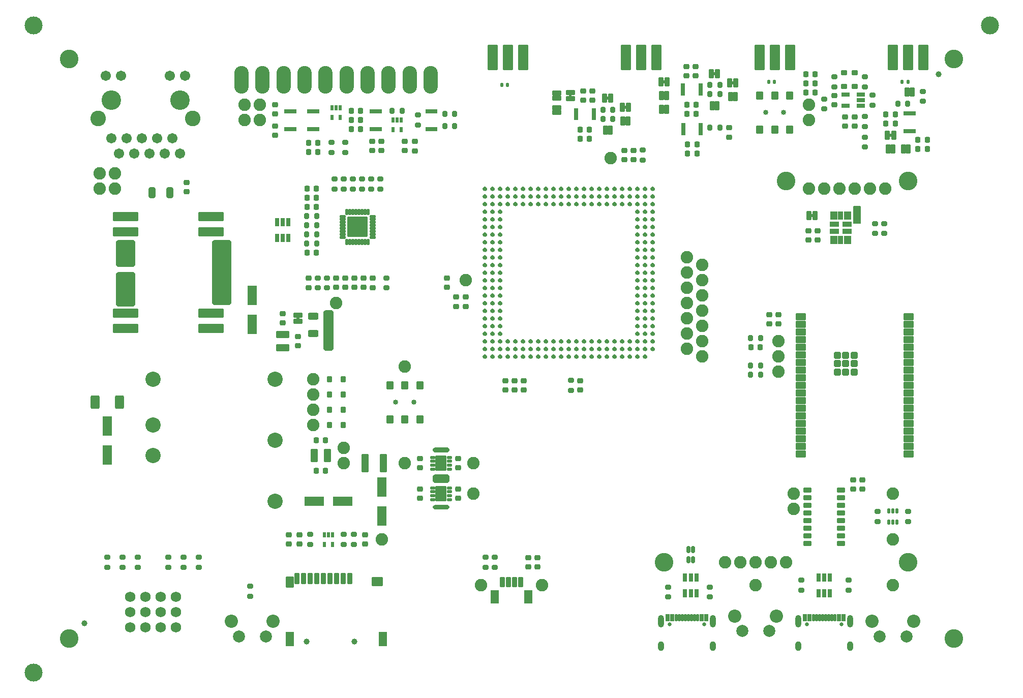
<source format=gts>
%TF.GenerationSoftware,KiCad,Pcbnew,8.0.5*%
%TF.CreationDate,2024-11-08T12:55:20+00:00*%
%TF.ProjectId,SparkPNT_GNSSDO_panelized,53706172-6b50-44e5-945f-475053444f5f,rev?*%
%TF.SameCoordinates,Original*%
%TF.FileFunction,Soldermask,Top*%
%TF.FilePolarity,Negative*%
%FSLAX46Y46*%
G04 Gerber Fmt 4.6, Leading zero omitted, Abs format (unit mm)*
G04 Created by KiCad (PCBNEW 8.0.5) date 2024-11-08 12:55:20*
%MOMM*%
%LPD*%
G01*
G04 APERTURE LIST*
G04 Aperture macros list*
%AMRoundRect*
0 Rectangle with rounded corners*
0 $1 Rounding radius*
0 $2 $3 $4 $5 $6 $7 $8 $9 X,Y pos of 4 corners*
0 Add a 4 corners polygon primitive as box body*
4,1,4,$2,$3,$4,$5,$6,$7,$8,$9,$2,$3,0*
0 Add four circle primitives for the rounded corners*
1,1,$1+$1,$2,$3*
1,1,$1+$1,$4,$5*
1,1,$1+$1,$6,$7*
1,1,$1+$1,$8,$9*
0 Add four rect primitives between the rounded corners*
20,1,$1+$1,$2,$3,$4,$5,0*
20,1,$1+$1,$4,$5,$6,$7,0*
20,1,$1+$1,$6,$7,$8,$9,0*
20,1,$1+$1,$8,$9,$2,$3,0*%
G04 Aperture macros list end*
%ADD10C,0.200000*%
%ADD11C,0.000000*%
%ADD12RoundRect,0.200000X-0.200000X-0.275000X0.200000X-0.275000X0.200000X0.275000X-0.200000X0.275000X0*%
%ADD13RoundRect,0.140000X-0.140000X-0.170000X0.140000X-0.170000X0.140000X0.170000X-0.140000X0.170000X0*%
%ADD14RoundRect,0.225000X-0.250000X0.225000X-0.250000X-0.225000X0.250000X-0.225000X0.250000X0.225000X0*%
%ADD15C,3.100000*%
%ADD16RoundRect,0.085000X0.635000X-0.317500X0.635000X0.317500X-0.635000X0.317500X-0.635000X-0.317500X0*%
%ADD17RoundRect,0.200000X-0.275000X0.200000X-0.275000X-0.200000X0.275000X-0.200000X0.275000X0.200000X0*%
%ADD18C,2.003200*%
%ADD19C,2.203200*%
%ADD20RoundRect,0.101600X0.750000X-0.450000X0.750000X0.450000X-0.750000X0.450000X-0.750000X-0.450000X0*%
%ADD21RoundRect,0.101600X0.450000X-0.450000X0.450000X0.450000X-0.450000X0.450000X-0.450000X-0.450000X0*%
%ADD22RoundRect,0.225000X0.250000X-0.225000X0.250000X0.225000X-0.250000X0.225000X-0.250000X-0.225000X0*%
%ADD23RoundRect,0.225000X0.225000X0.250000X-0.225000X0.250000X-0.225000X-0.250000X0.225000X-0.250000X0*%
%ADD24RoundRect,0.101600X0.415000X-0.315000X0.415000X0.315000X-0.415000X0.315000X-0.415000X-0.315000X0*%
%ADD25RoundRect,0.101600X0.600000X-0.275000X0.600000X0.275000X-0.600000X0.275000X-0.600000X-0.275000X0*%
%ADD26C,2.082800*%
%ADD27RoundRect,0.050320X0.201280X-0.326280X0.201280X0.326280X-0.201280X0.326280X-0.201280X-0.326280X0*%
%ADD28RoundRect,0.101600X0.330200X0.635000X-0.330200X0.635000X-0.330200X-0.635000X0.330200X-0.635000X0*%
%ADD29RoundRect,0.101600X-0.635000X0.330200X-0.635000X-0.330200X0.635000X-0.330200X0.635000X0.330200X0*%
%ADD30C,1.000000*%
%ADD31RoundRect,0.200000X0.275000X-0.200000X0.275000X0.200000X-0.275000X0.200000X-0.275000X-0.200000X0*%
%ADD32RoundRect,0.101600X-0.400000X-0.142300X0.400000X-0.142300X0.400000X0.142300X-0.400000X0.142300X0*%
%ADD33RoundRect,0.101600X0.142300X-0.400000X0.142300X0.400000X-0.142300X0.400000X-0.142300X-0.400000X0*%
%ADD34RoundRect,0.101600X0.400000X0.142300X-0.400000X0.142300X-0.400000X-0.142300X0.400000X-0.142300X0*%
%ADD35RoundRect,0.101600X-0.142300X0.400000X-0.142300X-0.400000X0.142300X-0.400000X0.142300X0.400000X0*%
%ADD36RoundRect,0.101600X-1.575000X-1.575000X1.575000X-1.575000X1.575000X1.575000X-1.575000X1.575000X0*%
%ADD37RoundRect,0.200000X0.200000X0.275000X-0.200000X0.275000X-0.200000X-0.275000X0.200000X-0.275000X0*%
%ADD38RoundRect,0.101600X-0.330200X-0.635000X0.330200X-0.635000X0.330200X0.635000X-0.330200X0.635000X0*%
%ADD39RoundRect,0.101600X0.275000X0.600000X-0.275000X0.600000X-0.275000X-0.600000X0.275000X-0.600000X0*%
%ADD40RoundRect,0.101600X0.700000X-1.500000X0.700000X1.500000X-0.700000X1.500000X-0.700000X-1.500000X0*%
%ADD41RoundRect,0.250000X-0.375000X-0.850000X0.375000X-0.850000X0.375000X0.850000X-0.375000X0.850000X0*%
%ADD42RoundRect,0.101600X0.500000X1.400000X-0.500000X1.400000X-0.500000X-1.400000X0.500000X-1.400000X0*%
%ADD43RoundRect,0.085000X-0.317500X-0.635000X0.317500X-0.635000X0.317500X0.635000X-0.317500X0.635000X0*%
%ADD44RoundRect,0.101600X-0.750000X-2.000000X0.750000X-2.000000X0.750000X2.000000X-0.750000X2.000000X0*%
%ADD45RoundRect,0.101600X-0.700000X1.500000X-0.700000X-1.500000X0.700000X-1.500000X0.700000X1.500000X0*%
%ADD46RoundRect,0.085000X0.317500X0.635000X-0.317500X0.635000X-0.317500X-0.635000X0.317500X-0.635000X0*%
%ADD47RoundRect,0.225000X-0.225000X-0.250000X0.225000X-0.250000X0.225000X0.250000X-0.225000X0.250000X0*%
%ADD48RoundRect,0.250000X0.625000X-0.312500X0.625000X0.312500X-0.625000X0.312500X-0.625000X-0.312500X0*%
%ADD49RoundRect,0.101600X0.525000X-0.575000X0.525000X0.575000X-0.525000X0.575000X-0.525000X-0.575000X0*%
%ADD50RoundRect,0.101600X0.675000X0.350000X-0.675000X0.350000X-0.675000X-0.350000X0.675000X-0.350000X0*%
%ADD51RoundRect,0.101600X0.350000X-0.575000X0.350000X0.575000X-0.350000X0.575000X-0.350000X-0.575000X0*%
%ADD52O,2.403200X4.603200*%
%ADD53RoundRect,0.101600X-0.150000X-0.330000X0.150000X-0.330000X0.150000X0.330000X-0.150000X0.330000X0*%
%ADD54RoundRect,0.101600X1.500000X0.700000X-1.500000X0.700000X-1.500000X-0.700000X1.500000X-0.700000X0*%
%ADD55RoundRect,0.050320X-0.326280X-0.201280X0.326280X-0.201280X0.326280X0.201280X-0.326280X0.201280X0*%
%ADD56C,2.540000*%
%ADD57RoundRect,0.101600X0.325000X-0.150000X0.325000X0.150000X-0.325000X0.150000X-0.325000X-0.150000X0*%
%ADD58RoundRect,0.101600X-0.325000X0.150000X-0.325000X-0.150000X0.325000X-0.150000X0.325000X0.150000X0*%
%ADD59RoundRect,0.101600X0.800000X-1.175000X0.800000X1.175000X-0.800000X1.175000X-0.800000X-1.175000X0*%
%ADD60RoundRect,0.101600X0.635000X-0.330200X0.635000X0.330200X-0.635000X0.330200X-0.635000X-0.330200X0*%
%ADD61C,1.727200*%
%ADD62RoundRect,0.101600X0.350000X-0.800000X0.350000X0.800000X-0.350000X0.800000X-0.350000X-0.800000X0*%
%ADD63RoundRect,0.101600X-0.600000X-0.800000X0.600000X-0.800000X0.600000X0.800000X-0.600000X0.800000X0*%
%ADD64RoundRect,0.101600X-0.600000X-1.100000X0.600000X-1.100000X0.600000X1.100000X-0.600000X1.100000X0*%
%ADD65RoundRect,0.101600X-0.800000X-0.700000X0.800000X-0.700000X0.800000X0.700000X-0.800000X0.700000X0*%
%ADD66C,0.850000*%
%ADD67RoundRect,0.101600X0.500000X0.575000X-0.500000X0.575000X-0.500000X-0.575000X0.500000X-0.575000X0*%
%ADD68C,0.650000*%
%ADD69RoundRect,0.070000X0.150000X0.500000X-0.150000X0.500000X-0.150000X-0.500000X0.150000X-0.500000X0*%
%ADD70RoundRect,0.070000X-0.150000X-0.500000X0.150000X-0.500000X0.150000X0.500000X-0.150000X0.500000X0*%
%ADD71RoundRect,0.070000X0.300000X0.500000X-0.300000X0.500000X-0.300000X-0.500000X0.300000X-0.500000X0*%
%ADD72RoundRect,0.070000X-0.300000X-0.500000X0.300000X-0.500000X0.300000X0.500000X-0.300000X0.500000X0*%
%ADD73O,1.000000X1.600000*%
%ADD74O,1.000000X2.100000*%
%ADD75RoundRect,0.101600X-0.600000X0.300000X-0.600000X-0.300000X0.600000X-0.300000X0.600000X0.300000X0*%
%ADD76C,3.000000*%
%ADD77RoundRect,0.101600X0.315000X0.415000X-0.315000X0.415000X-0.315000X-0.415000X0.315000X-0.415000X0*%
%ADD78RoundRect,0.250000X-0.850000X0.375000X-0.850000X-0.375000X0.850000X-0.375000X0.850000X0.375000X0*%
%ADD79RoundRect,0.101600X0.150000X0.350000X-0.150000X0.350000X-0.150000X-0.350000X0.150000X-0.350000X0*%
%ADD80RoundRect,0.250000X-0.325000X-0.650000X0.325000X-0.650000X0.325000X0.650000X-0.325000X0.650000X0*%
%ADD81RoundRect,0.101600X0.200000X-0.450000X0.200000X0.450000X-0.200000X0.450000X-0.200000X-0.450000X0*%
%ADD82C,3.250000*%
%ADD83C,1.703200*%
%ADD84C,2.603200*%
%ADD85RoundRect,0.085000X-0.635000X0.317500X-0.635000X-0.317500X0.635000X-0.317500X0.635000X0.317500X0*%
%ADD86RoundRect,0.208333X-0.541667X-0.891667X0.541667X-0.891667X0.541667X0.891667X-0.541667X0.891667X0*%
%ADD87RoundRect,0.101600X2.000000X-0.625000X2.000000X0.625000X-2.000000X0.625000X-2.000000X-0.625000X0*%
%ADD88RoundRect,0.101600X-2.000000X0.625000X-2.000000X-0.625000X2.000000X-0.625000X2.000000X0.625000X0*%
%ADD89RoundRect,0.101600X-0.415000X0.315000X-0.415000X-0.315000X0.415000X-0.315000X0.415000X0.315000X0*%
%ADD90RoundRect,0.101600X0.300000X0.775000X-0.300000X0.775000X-0.300000X-0.775000X0.300000X-0.775000X0*%
%ADD91RoundRect,0.101600X0.600000X1.000000X-0.600000X1.000000X-0.600000X-1.000000X0.600000X-1.000000X0*%
G04 APERTURE END LIST*
D10*
X134308500Y71748000D02*
X133165500Y71748000D01*
X133165500Y74542000D01*
X134308500Y74542000D01*
X134308500Y71748000D01*
G36*
X134308500Y71748000D02*
G01*
X133165500Y71748000D01*
X133165500Y74542000D01*
X134308500Y74542000D01*
X134308500Y71748000D01*
G37*
X29464000Y68580000D02*
X29464000Y58420000D01*
X29210000Y58166000D01*
X26670000Y58166000D01*
X26416000Y58420000D01*
X26416000Y68580000D01*
X26670000Y68834000D01*
X29210000Y68834000D01*
X29464000Y68580000D01*
G36*
X29464000Y68580000D02*
G01*
X29464000Y58420000D01*
X29210000Y58166000D01*
X26670000Y58166000D01*
X26416000Y58420000D01*
X26416000Y68580000D01*
X26670000Y68834000D01*
X29210000Y68834000D01*
X29464000Y68580000D01*
G37*
X13462000Y63246000D02*
X13462000Y58166000D01*
X13208000Y57912000D01*
X10668000Y57912000D01*
X10414000Y58166000D01*
X10414000Y63246000D01*
X10668000Y63500000D01*
X13208000Y63500000D01*
X13462000Y63246000D01*
G36*
X13462000Y63246000D02*
G01*
X13462000Y58166000D01*
X13208000Y57912000D01*
X10668000Y57912000D01*
X10414000Y58166000D01*
X10414000Y63246000D01*
X10668000Y63500000D01*
X13208000Y63500000D01*
X13462000Y63246000D01*
G37*
X65786000Y24511000D02*
X65786000Y24384000D01*
X65532000Y24130000D01*
X63373000Y24130000D01*
X63119000Y24384000D01*
X63119000Y24511000D01*
X63373000Y24765000D01*
X65532000Y24765000D01*
X65786000Y24511000D01*
G36*
X65786000Y24511000D02*
G01*
X65786000Y24384000D01*
X65532000Y24130000D01*
X63373000Y24130000D01*
X63119000Y24384000D01*
X63119000Y24511000D01*
X63373000Y24765000D01*
X65532000Y24765000D01*
X65786000Y24511000D01*
G37*
X46482000Y56896000D02*
X46482000Y50800000D01*
X46228000Y50546000D01*
X45212000Y50546000D01*
X44958000Y50800000D01*
X44958000Y56896000D01*
X45212000Y57150000D01*
X46228000Y57150000D01*
X46482000Y56896000D01*
G36*
X46482000Y56896000D02*
G01*
X46482000Y50800000D01*
X46228000Y50546000D01*
X45212000Y50546000D01*
X44958000Y50800000D01*
X44958000Y56896000D01*
X45212000Y57150000D01*
X46228000Y57150000D01*
X46482000Y56896000D01*
G37*
X13462000Y68580000D02*
X13462000Y64770000D01*
X13208000Y64516000D01*
X10668000Y64516000D01*
X10414000Y64770000D01*
X10414000Y68580000D01*
X10668000Y68834000D01*
X13208000Y68834000D01*
X13462000Y68580000D01*
G36*
X13462000Y68580000D02*
G01*
X13462000Y64770000D01*
X13208000Y64516000D01*
X10668000Y64516000D01*
X10414000Y64770000D01*
X10414000Y68580000D01*
X10668000Y68834000D01*
X13208000Y68834000D01*
X13462000Y68580000D01*
G37*
X65786000Y34036000D02*
X65786000Y33909000D01*
X65532000Y33655000D01*
X63373000Y33655000D01*
X63119000Y33909000D01*
X63119000Y34036000D01*
X63373000Y34290000D01*
X65532000Y34290000D01*
X65786000Y34036000D01*
G36*
X65786000Y34036000D02*
G01*
X65786000Y33909000D01*
X65532000Y33655000D01*
X63373000Y33655000D01*
X63119000Y33909000D01*
X63119000Y34036000D01*
X63373000Y34290000D01*
X65532000Y34290000D01*
X65786000Y34036000D01*
G37*
X65786000Y29591000D02*
X65786000Y28829000D01*
X65532000Y28575000D01*
X63373000Y28575000D01*
X63119000Y28829000D01*
X63119000Y29591000D01*
X63373000Y29845000D01*
X65532000Y29845000D01*
X65786000Y29591000D01*
G36*
X65786000Y29591000D02*
G01*
X65786000Y28829000D01*
X65532000Y28575000D01*
X63373000Y28575000D01*
X63119000Y28829000D01*
X63119000Y29591000D01*
X63373000Y29845000D01*
X65532000Y29845000D01*
X65786000Y29591000D01*
G37*
D11*
%TO.C,R.1*%
G36*
X101854000Y95009500D02*
G01*
X101346000Y95009500D01*
X101346000Y95490500D01*
X101854000Y95490500D01*
X101854000Y95009500D01*
G37*
%TO.C,JP7*%
G36*
X40880500Y55626000D02*
G01*
X40399500Y55626000D01*
X40399500Y56134000D01*
X40880500Y56134000D01*
X40880500Y55626000D01*
G37*
%TO.C,A.1*%
G36*
X110236000Y96406500D02*
G01*
X109728000Y96406500D01*
X109728000Y96887500D01*
X110236000Y96887500D01*
X110236000Y96406500D01*
G37*
%TO.C,B.1*%
G36*
X113296700Y94882500D02*
G01*
X112788700Y94882500D01*
X112788700Y95363500D01*
X113296700Y95363500D01*
X113296700Y94882500D01*
G37*
%TO.C,U2*%
G36*
X71872784Y77832503D02*
G01*
X71979039Y77778364D01*
X72064097Y77693305D01*
X72136321Y77471025D01*
X72117503Y77352216D01*
X72063364Y77245961D01*
X71979039Y77161636D01*
X71872784Y77107497D01*
X71755000Y77088842D01*
X71637216Y77107497D01*
X71530961Y77161636D01*
X71445903Y77246695D01*
X71373679Y77468975D01*
X71392497Y77587784D01*
X71446636Y77694039D01*
X71530961Y77778364D01*
X71637216Y77832503D01*
X71755000Y77851158D01*
X71872784Y77832503D01*
G37*
G36*
X71872784Y76562503D02*
G01*
X71979039Y76508364D01*
X72064097Y76423305D01*
X72136321Y76201025D01*
X72117503Y76082216D01*
X72063364Y75975961D01*
X71979039Y75891636D01*
X71872784Y75837497D01*
X71755000Y75818842D01*
X71637216Y75837497D01*
X71530961Y75891636D01*
X71445903Y75976695D01*
X71373679Y76198975D01*
X71392497Y76317784D01*
X71446636Y76424039D01*
X71530961Y76508364D01*
X71637216Y76562503D01*
X71755000Y76581158D01*
X71872784Y76562503D01*
G37*
G36*
X71872784Y75292503D02*
G01*
X71979039Y75238364D01*
X72064097Y75153305D01*
X72136321Y74931025D01*
X72117503Y74812216D01*
X72063364Y74705961D01*
X71979039Y74621636D01*
X71872784Y74567497D01*
X71755000Y74548842D01*
X71637216Y74567497D01*
X71530961Y74621636D01*
X71445903Y74706695D01*
X71373679Y74928975D01*
X71392497Y75047784D01*
X71446636Y75154039D01*
X71530961Y75238364D01*
X71637216Y75292503D01*
X71755000Y75311158D01*
X71872784Y75292503D01*
G37*
G36*
X71872784Y74022503D02*
G01*
X71979039Y73968364D01*
X72064097Y73883305D01*
X72136321Y73661025D01*
X72117503Y73542216D01*
X72063364Y73435961D01*
X71979039Y73351636D01*
X71872784Y73297497D01*
X71755000Y73278842D01*
X71637216Y73297497D01*
X71530961Y73351636D01*
X71445903Y73436695D01*
X71373679Y73658975D01*
X71392497Y73777784D01*
X71446636Y73884039D01*
X71530961Y73968364D01*
X71637216Y74022503D01*
X71755000Y74041158D01*
X71872784Y74022503D01*
G37*
G36*
X71872784Y72752503D02*
G01*
X71979039Y72698364D01*
X72064097Y72613305D01*
X72136321Y72391025D01*
X72117503Y72272216D01*
X72063364Y72165961D01*
X71979039Y72081636D01*
X71872784Y72027497D01*
X71755000Y72008842D01*
X71637216Y72027497D01*
X71530961Y72081636D01*
X71445903Y72166695D01*
X71373679Y72388975D01*
X71392497Y72507784D01*
X71446636Y72614039D01*
X71530961Y72698364D01*
X71637216Y72752503D01*
X71755000Y72771158D01*
X71872784Y72752503D01*
G37*
G36*
X71872784Y71482503D02*
G01*
X71979039Y71428364D01*
X72064097Y71343305D01*
X72136321Y71121025D01*
X72117503Y71002216D01*
X72063364Y70895961D01*
X71979039Y70811636D01*
X71872784Y70757497D01*
X71755000Y70738842D01*
X71637216Y70757497D01*
X71530961Y70811636D01*
X71445903Y70896695D01*
X71373679Y71118975D01*
X71392497Y71237784D01*
X71446636Y71344039D01*
X71530961Y71428364D01*
X71637216Y71482503D01*
X71755000Y71501158D01*
X71872784Y71482503D01*
G37*
G36*
X71872784Y70212503D02*
G01*
X71979039Y70158364D01*
X72064097Y70073305D01*
X72136321Y69851025D01*
X72117503Y69732216D01*
X72063364Y69625961D01*
X71979039Y69541636D01*
X71872784Y69487497D01*
X71755000Y69468842D01*
X71637216Y69487497D01*
X71530961Y69541636D01*
X71445903Y69626695D01*
X71373679Y69848975D01*
X71392497Y69967784D01*
X71446636Y70074039D01*
X71530961Y70158364D01*
X71637216Y70212503D01*
X71755000Y70231158D01*
X71872784Y70212503D01*
G37*
G36*
X71872784Y68942503D02*
G01*
X71979039Y68888364D01*
X72064097Y68803305D01*
X72136321Y68581025D01*
X72117503Y68462216D01*
X72063364Y68355961D01*
X71979039Y68271636D01*
X71872784Y68217497D01*
X71755000Y68198842D01*
X71637216Y68217497D01*
X71530961Y68271636D01*
X71445903Y68356695D01*
X71373679Y68578975D01*
X71392497Y68697784D01*
X71446636Y68804039D01*
X71530961Y68888364D01*
X71637216Y68942503D01*
X71755000Y68961158D01*
X71872784Y68942503D01*
G37*
G36*
X71872784Y67672503D02*
G01*
X71979039Y67618364D01*
X72064097Y67533305D01*
X72136321Y67311025D01*
X72117503Y67192216D01*
X72063364Y67085961D01*
X71979039Y67001636D01*
X71872784Y66947497D01*
X71755000Y66928842D01*
X71637216Y66947497D01*
X71530961Y67001636D01*
X71445903Y67086695D01*
X71373679Y67308975D01*
X71392497Y67427784D01*
X71446636Y67534039D01*
X71530961Y67618364D01*
X71637216Y67672503D01*
X71755000Y67691158D01*
X71872784Y67672503D01*
G37*
G36*
X71872784Y66402503D02*
G01*
X71979039Y66348364D01*
X72064097Y66263305D01*
X72136321Y66041025D01*
X72117503Y65922216D01*
X72063364Y65815961D01*
X71979039Y65731636D01*
X71872784Y65677497D01*
X71755000Y65658842D01*
X71637216Y65677497D01*
X71530961Y65731636D01*
X71445903Y65816695D01*
X71373679Y66038975D01*
X71392497Y66157784D01*
X71446636Y66264039D01*
X71530961Y66348364D01*
X71637216Y66402503D01*
X71755000Y66421158D01*
X71872784Y66402503D01*
G37*
G36*
X71872784Y65132503D02*
G01*
X71979039Y65078364D01*
X72064097Y64993305D01*
X72136321Y64771025D01*
X72117503Y64652216D01*
X72063364Y64545961D01*
X71979039Y64461636D01*
X71872784Y64407497D01*
X71755000Y64388842D01*
X71637216Y64407497D01*
X71530961Y64461636D01*
X71445903Y64546695D01*
X71373679Y64768975D01*
X71392497Y64887784D01*
X71446636Y64994039D01*
X71530961Y65078364D01*
X71637216Y65132503D01*
X71755000Y65151158D01*
X71872784Y65132503D01*
G37*
G36*
X71872784Y63862503D02*
G01*
X71979039Y63808364D01*
X72064097Y63723305D01*
X72136321Y63501025D01*
X72117503Y63382216D01*
X72063364Y63275961D01*
X71979039Y63191636D01*
X71872784Y63137497D01*
X71755000Y63118842D01*
X71637216Y63137497D01*
X71530961Y63191636D01*
X71445903Y63276695D01*
X71373679Y63498975D01*
X71392497Y63617784D01*
X71446636Y63724039D01*
X71530961Y63808364D01*
X71637216Y63862503D01*
X71755000Y63881158D01*
X71872784Y63862503D01*
G37*
G36*
X71872784Y62592503D02*
G01*
X71979039Y62538364D01*
X72064097Y62453305D01*
X72136321Y62231025D01*
X72117503Y62112216D01*
X72063364Y62005961D01*
X71979039Y61921636D01*
X71872784Y61867497D01*
X71755000Y61848842D01*
X71637216Y61867497D01*
X71530961Y61921636D01*
X71445903Y62006695D01*
X71373679Y62228975D01*
X71392497Y62347784D01*
X71446636Y62454039D01*
X71530961Y62538364D01*
X71637216Y62592503D01*
X71755000Y62611158D01*
X71872784Y62592503D01*
G37*
G36*
X71872784Y61322503D02*
G01*
X71979039Y61268364D01*
X72064097Y61183305D01*
X72136321Y60961025D01*
X72117503Y60842216D01*
X72063364Y60735961D01*
X71979039Y60651636D01*
X71872784Y60597497D01*
X71755000Y60578842D01*
X71637216Y60597497D01*
X71530961Y60651636D01*
X71445903Y60736695D01*
X71373679Y60958975D01*
X71392497Y61077784D01*
X71446636Y61184039D01*
X71530961Y61268364D01*
X71637216Y61322503D01*
X71755000Y61341158D01*
X71872784Y61322503D01*
G37*
G36*
X71872784Y60052503D02*
G01*
X71979039Y59998364D01*
X72064097Y59913305D01*
X72136321Y59691025D01*
X72117503Y59572216D01*
X72063364Y59465961D01*
X71979039Y59381636D01*
X71872784Y59327497D01*
X71755000Y59308842D01*
X71637216Y59327497D01*
X71530961Y59381636D01*
X71445903Y59466695D01*
X71373679Y59688975D01*
X71392497Y59807784D01*
X71446636Y59914039D01*
X71530961Y59998364D01*
X71637216Y60052503D01*
X71755000Y60071158D01*
X71872784Y60052503D01*
G37*
G36*
X71872784Y58782503D02*
G01*
X71979039Y58728364D01*
X72064097Y58643305D01*
X72136321Y58421025D01*
X72117503Y58302216D01*
X72063364Y58195961D01*
X71979039Y58111636D01*
X71872784Y58057497D01*
X71755000Y58038842D01*
X71637216Y58057497D01*
X71530961Y58111636D01*
X71445903Y58196695D01*
X71373679Y58418975D01*
X71392497Y58537784D01*
X71446636Y58644039D01*
X71530961Y58728364D01*
X71637216Y58782503D01*
X71755000Y58801158D01*
X71872784Y58782503D01*
G37*
G36*
X71872784Y57512503D02*
G01*
X71979039Y57458364D01*
X72064097Y57373305D01*
X72136321Y57151025D01*
X72117503Y57032216D01*
X72063364Y56925961D01*
X71979039Y56841636D01*
X71872784Y56787497D01*
X71755000Y56768842D01*
X71637216Y56787497D01*
X71530961Y56841636D01*
X71445903Y56926695D01*
X71373679Y57148975D01*
X71392497Y57267784D01*
X71446636Y57374039D01*
X71530961Y57458364D01*
X71637216Y57512503D01*
X71755000Y57531158D01*
X71872784Y57512503D01*
G37*
G36*
X71872784Y56242503D02*
G01*
X71979039Y56188364D01*
X72064097Y56103305D01*
X72136321Y55881025D01*
X72117503Y55762216D01*
X72063364Y55655961D01*
X71979039Y55571636D01*
X71872784Y55517497D01*
X71755000Y55498842D01*
X71637216Y55517497D01*
X71530961Y55571636D01*
X71445903Y55656695D01*
X71373679Y55878975D01*
X71392497Y55997784D01*
X71446636Y56104039D01*
X71530961Y56188364D01*
X71637216Y56242503D01*
X71755000Y56261158D01*
X71872784Y56242503D01*
G37*
G36*
X71872784Y54972503D02*
G01*
X71979039Y54918364D01*
X72064097Y54833305D01*
X72136321Y54611025D01*
X72117503Y54492216D01*
X72063364Y54385961D01*
X71979039Y54301636D01*
X71872784Y54247497D01*
X71755000Y54228842D01*
X71637216Y54247497D01*
X71530961Y54301636D01*
X71445903Y54386695D01*
X71373679Y54608975D01*
X71392497Y54727784D01*
X71446636Y54834039D01*
X71530961Y54918364D01*
X71637216Y54972503D01*
X71755000Y54991158D01*
X71872784Y54972503D01*
G37*
G36*
X71872784Y53702503D02*
G01*
X71979039Y53648364D01*
X72064097Y53563305D01*
X72136321Y53341025D01*
X72117503Y53222216D01*
X72063364Y53115961D01*
X71979039Y53031636D01*
X71872784Y52977497D01*
X71755000Y52958842D01*
X71637216Y52977497D01*
X71530961Y53031636D01*
X71445903Y53116695D01*
X71373679Y53338975D01*
X71392497Y53457784D01*
X71446636Y53564039D01*
X71530961Y53648364D01*
X71637216Y53702503D01*
X71755000Y53721158D01*
X71872784Y53702503D01*
G37*
G36*
X71872784Y52432503D02*
G01*
X71979039Y52378364D01*
X72064097Y52293305D01*
X72136321Y52071025D01*
X72117503Y51952216D01*
X72063364Y51845961D01*
X71979039Y51761636D01*
X71872784Y51707497D01*
X71755000Y51688842D01*
X71637216Y51707497D01*
X71530961Y51761636D01*
X71445903Y51846695D01*
X71373679Y52068975D01*
X71392497Y52187784D01*
X71446636Y52294039D01*
X71530961Y52378364D01*
X71637216Y52432503D01*
X71755000Y52451158D01*
X71872784Y52432503D01*
G37*
G36*
X71872784Y51162503D02*
G01*
X71979039Y51108364D01*
X72064097Y51023305D01*
X72136321Y50801025D01*
X72117503Y50682216D01*
X72063364Y50575961D01*
X71979039Y50491636D01*
X71872784Y50437497D01*
X71755000Y50418842D01*
X71637216Y50437497D01*
X71530961Y50491636D01*
X71445903Y50576695D01*
X71373679Y50798975D01*
X71392497Y50917784D01*
X71446636Y51024039D01*
X71530961Y51108364D01*
X71637216Y51162503D01*
X71755000Y51181158D01*
X71872784Y51162503D01*
G37*
G36*
X71872784Y49892503D02*
G01*
X71979039Y49838364D01*
X72064097Y49753305D01*
X72136321Y49531025D01*
X72117503Y49412216D01*
X72063364Y49305961D01*
X71979039Y49221636D01*
X71872784Y49167497D01*
X71755000Y49148842D01*
X71637216Y49167497D01*
X71530961Y49221636D01*
X71445903Y49306695D01*
X71373679Y49528975D01*
X71392497Y49647784D01*
X71446636Y49754039D01*
X71530961Y49838364D01*
X71637216Y49892503D01*
X71755000Y49911158D01*
X71872784Y49892503D01*
G37*
G36*
X73142784Y77832503D02*
G01*
X73249039Y77778364D01*
X73334097Y77693305D01*
X73406321Y77471025D01*
X73387503Y77352216D01*
X73333364Y77245961D01*
X73249039Y77161636D01*
X73142784Y77107497D01*
X73025000Y77088842D01*
X72907216Y77107497D01*
X72800961Y77161636D01*
X72715903Y77246695D01*
X72643679Y77468975D01*
X72662497Y77587784D01*
X72716636Y77694039D01*
X72800961Y77778364D01*
X72907216Y77832503D01*
X73025000Y77851158D01*
X73142784Y77832503D01*
G37*
G36*
X73142784Y76562503D02*
G01*
X73249039Y76508364D01*
X73334097Y76423305D01*
X73406321Y76201025D01*
X73387503Y76082216D01*
X73333364Y75975961D01*
X73249039Y75891636D01*
X73142784Y75837497D01*
X73025000Y75818842D01*
X72907216Y75837497D01*
X72800961Y75891636D01*
X72715903Y75976695D01*
X72643679Y76198975D01*
X72662497Y76317784D01*
X72716636Y76424039D01*
X72800961Y76508364D01*
X72907216Y76562503D01*
X73025000Y76581158D01*
X73142784Y76562503D01*
G37*
G36*
X73142784Y75292503D02*
G01*
X73249039Y75238364D01*
X73334097Y75153305D01*
X73406321Y74931025D01*
X73387503Y74812216D01*
X73333364Y74705961D01*
X73249039Y74621636D01*
X73142784Y74567497D01*
X73025000Y74548842D01*
X72907216Y74567497D01*
X72800961Y74621636D01*
X72715903Y74706695D01*
X72643679Y74928975D01*
X72662497Y75047784D01*
X72716636Y75154039D01*
X72800961Y75238364D01*
X72907216Y75292503D01*
X73025000Y75311158D01*
X73142784Y75292503D01*
G37*
G36*
X73142784Y74022503D02*
G01*
X73249039Y73968364D01*
X73334097Y73883305D01*
X73406321Y73661025D01*
X73387503Y73542216D01*
X73333364Y73435961D01*
X73249039Y73351636D01*
X73142784Y73297497D01*
X73025000Y73278842D01*
X72907216Y73297497D01*
X72800961Y73351636D01*
X72715903Y73436695D01*
X72643679Y73658975D01*
X72662497Y73777784D01*
X72716636Y73884039D01*
X72800961Y73968364D01*
X72907216Y74022503D01*
X73025000Y74041158D01*
X73142784Y74022503D01*
G37*
G36*
X73142784Y72752503D02*
G01*
X73249039Y72698364D01*
X73334097Y72613305D01*
X73406321Y72391025D01*
X73387503Y72272216D01*
X73333364Y72165961D01*
X73249039Y72081636D01*
X73142784Y72027497D01*
X73025000Y72008842D01*
X72907216Y72027497D01*
X72800961Y72081636D01*
X72715903Y72166695D01*
X72643679Y72388975D01*
X72662497Y72507784D01*
X72716636Y72614039D01*
X72800961Y72698364D01*
X72907216Y72752503D01*
X73025000Y72771158D01*
X73142784Y72752503D01*
G37*
G36*
X73142784Y71482503D02*
G01*
X73249039Y71428364D01*
X73334097Y71343305D01*
X73406321Y71121025D01*
X73387503Y71002216D01*
X73333364Y70895961D01*
X73249039Y70811636D01*
X73142784Y70757497D01*
X73025000Y70738842D01*
X72907216Y70757497D01*
X72800961Y70811636D01*
X72715903Y70896695D01*
X72643679Y71118975D01*
X72662497Y71237784D01*
X72716636Y71344039D01*
X72800961Y71428364D01*
X72907216Y71482503D01*
X73025000Y71501158D01*
X73142784Y71482503D01*
G37*
G36*
X73142784Y70212503D02*
G01*
X73249039Y70158364D01*
X73334097Y70073305D01*
X73406321Y69851025D01*
X73387503Y69732216D01*
X73333364Y69625961D01*
X73249039Y69541636D01*
X73142784Y69487497D01*
X73025000Y69468842D01*
X72907216Y69487497D01*
X72800961Y69541636D01*
X72715903Y69626695D01*
X72643679Y69848975D01*
X72662497Y69967784D01*
X72716636Y70074039D01*
X72800961Y70158364D01*
X72907216Y70212503D01*
X73025000Y70231158D01*
X73142784Y70212503D01*
G37*
G36*
X73142784Y68942503D02*
G01*
X73249039Y68888364D01*
X73334097Y68803305D01*
X73406321Y68581025D01*
X73387503Y68462216D01*
X73333364Y68355961D01*
X73249039Y68271636D01*
X73142784Y68217497D01*
X73025000Y68198842D01*
X72907216Y68217497D01*
X72800961Y68271636D01*
X72715903Y68356695D01*
X72643679Y68578975D01*
X72662497Y68697784D01*
X72716636Y68804039D01*
X72800961Y68888364D01*
X72907216Y68942503D01*
X73025000Y68961158D01*
X73142784Y68942503D01*
G37*
G36*
X73142784Y67672503D02*
G01*
X73249039Y67618364D01*
X73334097Y67533305D01*
X73406321Y67311025D01*
X73387503Y67192216D01*
X73333364Y67085961D01*
X73249039Y67001636D01*
X73142784Y66947497D01*
X73025000Y66928842D01*
X72907216Y66947497D01*
X72800961Y67001636D01*
X72715903Y67086695D01*
X72643679Y67308975D01*
X72662497Y67427784D01*
X72716636Y67534039D01*
X72800961Y67618364D01*
X72907216Y67672503D01*
X73025000Y67691158D01*
X73142784Y67672503D01*
G37*
G36*
X73142784Y66402503D02*
G01*
X73249039Y66348364D01*
X73334097Y66263305D01*
X73406321Y66041025D01*
X73387503Y65922216D01*
X73333364Y65815961D01*
X73249039Y65731636D01*
X73142784Y65677497D01*
X73025000Y65658842D01*
X72907216Y65677497D01*
X72800961Y65731636D01*
X72715903Y65816695D01*
X72643679Y66038975D01*
X72662497Y66157784D01*
X72716636Y66264039D01*
X72800961Y66348364D01*
X72907216Y66402503D01*
X73025000Y66421158D01*
X73142784Y66402503D01*
G37*
G36*
X73142784Y65132503D02*
G01*
X73249039Y65078364D01*
X73334097Y64993305D01*
X73406321Y64771025D01*
X73387503Y64652216D01*
X73333364Y64545961D01*
X73249039Y64461636D01*
X73142784Y64407497D01*
X73025000Y64388842D01*
X72907216Y64407497D01*
X72800961Y64461636D01*
X72715903Y64546695D01*
X72643679Y64768975D01*
X72662497Y64887784D01*
X72716636Y64994039D01*
X72800961Y65078364D01*
X72907216Y65132503D01*
X73025000Y65151158D01*
X73142784Y65132503D01*
G37*
G36*
X73142784Y63862503D02*
G01*
X73249039Y63808364D01*
X73334097Y63723305D01*
X73406321Y63501025D01*
X73387503Y63382216D01*
X73333364Y63275961D01*
X73249039Y63191636D01*
X73142784Y63137497D01*
X73025000Y63118842D01*
X72907216Y63137497D01*
X72800961Y63191636D01*
X72715903Y63276695D01*
X72643679Y63498975D01*
X72662497Y63617784D01*
X72716636Y63724039D01*
X72800961Y63808364D01*
X72907216Y63862503D01*
X73025000Y63881158D01*
X73142784Y63862503D01*
G37*
G36*
X73142784Y62592503D02*
G01*
X73249039Y62538364D01*
X73334097Y62453305D01*
X73406321Y62231025D01*
X73387503Y62112216D01*
X73333364Y62005961D01*
X73249039Y61921636D01*
X73142784Y61867497D01*
X73025000Y61848842D01*
X72907216Y61867497D01*
X72800961Y61921636D01*
X72715903Y62006695D01*
X72643679Y62228975D01*
X72662497Y62347784D01*
X72716636Y62454039D01*
X72800961Y62538364D01*
X72907216Y62592503D01*
X73025000Y62611158D01*
X73142784Y62592503D01*
G37*
G36*
X73142784Y61322503D02*
G01*
X73249039Y61268364D01*
X73334097Y61183305D01*
X73406321Y60961025D01*
X73387503Y60842216D01*
X73333364Y60735961D01*
X73249039Y60651636D01*
X73142784Y60597497D01*
X73025000Y60578842D01*
X72907216Y60597497D01*
X72800961Y60651636D01*
X72715903Y60736695D01*
X72643679Y60958975D01*
X72662497Y61077784D01*
X72716636Y61184039D01*
X72800961Y61268364D01*
X72907216Y61322503D01*
X73025000Y61341158D01*
X73142784Y61322503D01*
G37*
G36*
X73142784Y60052503D02*
G01*
X73249039Y59998364D01*
X73334097Y59913305D01*
X73406321Y59691025D01*
X73387503Y59572216D01*
X73333364Y59465961D01*
X73249039Y59381636D01*
X73142784Y59327497D01*
X73025000Y59308842D01*
X72907216Y59327497D01*
X72800961Y59381636D01*
X72715903Y59466695D01*
X72643679Y59688975D01*
X72662497Y59807784D01*
X72716636Y59914039D01*
X72800961Y59998364D01*
X72907216Y60052503D01*
X73025000Y60071158D01*
X73142784Y60052503D01*
G37*
G36*
X73142784Y58782503D02*
G01*
X73249039Y58728364D01*
X73334097Y58643305D01*
X73406321Y58421025D01*
X73387503Y58302216D01*
X73333364Y58195961D01*
X73249039Y58111636D01*
X73142784Y58057497D01*
X73025000Y58038842D01*
X72907216Y58057497D01*
X72800961Y58111636D01*
X72715903Y58196695D01*
X72643679Y58418975D01*
X72662497Y58537784D01*
X72716636Y58644039D01*
X72800961Y58728364D01*
X72907216Y58782503D01*
X73025000Y58801158D01*
X73142784Y58782503D01*
G37*
G36*
X73142784Y57512503D02*
G01*
X73249039Y57458364D01*
X73334097Y57373305D01*
X73406321Y57151025D01*
X73387503Y57032216D01*
X73333364Y56925961D01*
X73249039Y56841636D01*
X73142784Y56787497D01*
X73025000Y56768842D01*
X72907216Y56787497D01*
X72800961Y56841636D01*
X72715903Y56926695D01*
X72643679Y57148975D01*
X72662497Y57267784D01*
X72716636Y57374039D01*
X72800961Y57458364D01*
X72907216Y57512503D01*
X73025000Y57531158D01*
X73142784Y57512503D01*
G37*
G36*
X73142784Y56242503D02*
G01*
X73249039Y56188364D01*
X73334097Y56103305D01*
X73406321Y55881025D01*
X73387503Y55762216D01*
X73333364Y55655961D01*
X73249039Y55571636D01*
X73142784Y55517497D01*
X73025000Y55498842D01*
X72907216Y55517497D01*
X72800961Y55571636D01*
X72715903Y55656695D01*
X72643679Y55878975D01*
X72662497Y55997784D01*
X72716636Y56104039D01*
X72800961Y56188364D01*
X72907216Y56242503D01*
X73025000Y56261158D01*
X73142784Y56242503D01*
G37*
G36*
X73142784Y54972503D02*
G01*
X73249039Y54918364D01*
X73334097Y54833305D01*
X73406321Y54611025D01*
X73387503Y54492216D01*
X73333364Y54385961D01*
X73249039Y54301636D01*
X73142784Y54247497D01*
X73025000Y54228842D01*
X72907216Y54247497D01*
X72800961Y54301636D01*
X72715903Y54386695D01*
X72643679Y54608975D01*
X72662497Y54727784D01*
X72716636Y54834039D01*
X72800961Y54918364D01*
X72907216Y54972503D01*
X73025000Y54991158D01*
X73142784Y54972503D01*
G37*
G36*
X73142784Y53702503D02*
G01*
X73249039Y53648364D01*
X73334097Y53563305D01*
X73406321Y53341025D01*
X73387503Y53222216D01*
X73333364Y53115961D01*
X73249039Y53031636D01*
X73142784Y52977497D01*
X73025000Y52958842D01*
X72907216Y52977497D01*
X72800961Y53031636D01*
X72715903Y53116695D01*
X72643679Y53338975D01*
X72662497Y53457784D01*
X72716636Y53564039D01*
X72800961Y53648364D01*
X72907216Y53702503D01*
X73025000Y53721158D01*
X73142784Y53702503D01*
G37*
G36*
X73142784Y52432503D02*
G01*
X73249039Y52378364D01*
X73334097Y52293305D01*
X73406321Y52071025D01*
X73387503Y51952216D01*
X73333364Y51845961D01*
X73249039Y51761636D01*
X73142784Y51707497D01*
X73025000Y51688842D01*
X72907216Y51707497D01*
X72800961Y51761636D01*
X72715903Y51846695D01*
X72643679Y52068975D01*
X72662497Y52187784D01*
X72716636Y52294039D01*
X72800961Y52378364D01*
X72907216Y52432503D01*
X73025000Y52451158D01*
X73142784Y52432503D01*
G37*
G36*
X73142784Y51162503D02*
G01*
X73249039Y51108364D01*
X73334097Y51023305D01*
X73406321Y50801025D01*
X73387503Y50682216D01*
X73333364Y50575961D01*
X73249039Y50491636D01*
X73142784Y50437497D01*
X73025000Y50418842D01*
X72907216Y50437497D01*
X72800961Y50491636D01*
X72715903Y50576695D01*
X72643679Y50798975D01*
X72662497Y50917784D01*
X72716636Y51024039D01*
X72800961Y51108364D01*
X72907216Y51162503D01*
X73025000Y51181158D01*
X73142784Y51162503D01*
G37*
G36*
X73142784Y49892503D02*
G01*
X73249039Y49838364D01*
X73334097Y49753305D01*
X73406321Y49531025D01*
X73387503Y49412216D01*
X73333364Y49305961D01*
X73249039Y49221636D01*
X73142784Y49167497D01*
X73025000Y49148842D01*
X72907216Y49167497D01*
X72800961Y49221636D01*
X72715903Y49306695D01*
X72643679Y49528975D01*
X72662497Y49647784D01*
X72716636Y49754039D01*
X72800961Y49838364D01*
X72907216Y49892503D01*
X73025000Y49911158D01*
X73142784Y49892503D01*
G37*
G36*
X74412784Y77832503D02*
G01*
X74519039Y77778364D01*
X74604097Y77693305D01*
X74676321Y77471025D01*
X74657503Y77352216D01*
X74603364Y77245961D01*
X74519039Y77161636D01*
X74412784Y77107497D01*
X74295000Y77088842D01*
X74177216Y77107497D01*
X74070961Y77161636D01*
X73985903Y77246695D01*
X73913679Y77468975D01*
X73932497Y77587784D01*
X73986636Y77694039D01*
X74070961Y77778364D01*
X74177216Y77832503D01*
X74295000Y77851158D01*
X74412784Y77832503D01*
G37*
G36*
X74412784Y76562503D02*
G01*
X74519039Y76508364D01*
X74604097Y76423305D01*
X74676321Y76201025D01*
X74657503Y76082216D01*
X74603364Y75975961D01*
X74519039Y75891636D01*
X74412784Y75837497D01*
X74295000Y75818842D01*
X74177216Y75837497D01*
X74070961Y75891636D01*
X73985903Y75976695D01*
X73913679Y76198975D01*
X73932497Y76317784D01*
X73986636Y76424039D01*
X74070961Y76508364D01*
X74177216Y76562503D01*
X74295000Y76581158D01*
X74412784Y76562503D01*
G37*
G36*
X74412784Y75292503D02*
G01*
X74519039Y75238364D01*
X74604097Y75153305D01*
X74676321Y74931025D01*
X74657503Y74812216D01*
X74603364Y74705961D01*
X74519039Y74621636D01*
X74412784Y74567497D01*
X74295000Y74548842D01*
X74177216Y74567497D01*
X74070961Y74621636D01*
X73985903Y74706695D01*
X73913679Y74928975D01*
X73932497Y75047784D01*
X73986636Y75154039D01*
X74070961Y75238364D01*
X74177216Y75292503D01*
X74295000Y75311158D01*
X74412784Y75292503D01*
G37*
G36*
X74412784Y74022503D02*
G01*
X74519039Y73968364D01*
X74604097Y73883305D01*
X74676321Y73661025D01*
X74657503Y73542216D01*
X74603364Y73435961D01*
X74519039Y73351636D01*
X74412784Y73297497D01*
X74295000Y73278842D01*
X74177216Y73297497D01*
X74070961Y73351636D01*
X73985903Y73436695D01*
X73913679Y73658975D01*
X73932497Y73777784D01*
X73986636Y73884039D01*
X74070961Y73968364D01*
X74177216Y74022503D01*
X74295000Y74041158D01*
X74412784Y74022503D01*
G37*
G36*
X74412784Y72752503D02*
G01*
X74519039Y72698364D01*
X74604097Y72613305D01*
X74676321Y72391025D01*
X74657503Y72272216D01*
X74603364Y72165961D01*
X74519039Y72081636D01*
X74412784Y72027497D01*
X74295000Y72008842D01*
X74177216Y72027497D01*
X74070961Y72081636D01*
X73985903Y72166695D01*
X73913679Y72388975D01*
X73932497Y72507784D01*
X73986636Y72614039D01*
X74070961Y72698364D01*
X74177216Y72752503D01*
X74295000Y72771158D01*
X74412784Y72752503D01*
G37*
G36*
X74412784Y71482503D02*
G01*
X74519039Y71428364D01*
X74604097Y71343305D01*
X74676321Y71121025D01*
X74657503Y71002216D01*
X74603364Y70895961D01*
X74519039Y70811636D01*
X74412784Y70757497D01*
X74295000Y70738842D01*
X74177216Y70757497D01*
X74070961Y70811636D01*
X73985903Y70896695D01*
X73913679Y71118975D01*
X73932497Y71237784D01*
X73986636Y71344039D01*
X74070961Y71428364D01*
X74177216Y71482503D01*
X74295000Y71501158D01*
X74412784Y71482503D01*
G37*
G36*
X74412784Y70212503D02*
G01*
X74519039Y70158364D01*
X74604097Y70073305D01*
X74676321Y69851025D01*
X74657503Y69732216D01*
X74603364Y69625961D01*
X74519039Y69541636D01*
X74412784Y69487497D01*
X74295000Y69468842D01*
X74177216Y69487497D01*
X74070961Y69541636D01*
X73985903Y69626695D01*
X73913679Y69848975D01*
X73932497Y69967784D01*
X73986636Y70074039D01*
X74070961Y70158364D01*
X74177216Y70212503D01*
X74295000Y70231158D01*
X74412784Y70212503D01*
G37*
G36*
X74412784Y68942503D02*
G01*
X74519039Y68888364D01*
X74604097Y68803305D01*
X74676321Y68581025D01*
X74657503Y68462216D01*
X74603364Y68355961D01*
X74519039Y68271636D01*
X74412784Y68217497D01*
X74295000Y68198842D01*
X74177216Y68217497D01*
X74070961Y68271636D01*
X73985903Y68356695D01*
X73913679Y68578975D01*
X73932497Y68697784D01*
X73986636Y68804039D01*
X74070961Y68888364D01*
X74177216Y68942503D01*
X74295000Y68961158D01*
X74412784Y68942503D01*
G37*
G36*
X74412784Y67672503D02*
G01*
X74519039Y67618364D01*
X74604097Y67533305D01*
X74676321Y67311025D01*
X74657503Y67192216D01*
X74603364Y67085961D01*
X74519039Y67001636D01*
X74412784Y66947497D01*
X74295000Y66928842D01*
X74177216Y66947497D01*
X74070961Y67001636D01*
X73985903Y67086695D01*
X73913679Y67308975D01*
X73932497Y67427784D01*
X73986636Y67534039D01*
X74070961Y67618364D01*
X74177216Y67672503D01*
X74295000Y67691158D01*
X74412784Y67672503D01*
G37*
G36*
X74412784Y66402503D02*
G01*
X74519039Y66348364D01*
X74604097Y66263305D01*
X74676321Y66041025D01*
X74657503Y65922216D01*
X74603364Y65815961D01*
X74519039Y65731636D01*
X74412784Y65677497D01*
X74295000Y65658842D01*
X74177216Y65677497D01*
X74070961Y65731636D01*
X73985903Y65816695D01*
X73913679Y66038975D01*
X73932497Y66157784D01*
X73986636Y66264039D01*
X74070961Y66348364D01*
X74177216Y66402503D01*
X74295000Y66421158D01*
X74412784Y66402503D01*
G37*
G36*
X74412784Y65132503D02*
G01*
X74519039Y65078364D01*
X74604097Y64993305D01*
X74676321Y64771025D01*
X74657503Y64652216D01*
X74603364Y64545961D01*
X74519039Y64461636D01*
X74412784Y64407497D01*
X74295000Y64388842D01*
X74177216Y64407497D01*
X74070961Y64461636D01*
X73985903Y64546695D01*
X73913679Y64768975D01*
X73932497Y64887784D01*
X73986636Y64994039D01*
X74070961Y65078364D01*
X74177216Y65132503D01*
X74295000Y65151158D01*
X74412784Y65132503D01*
G37*
G36*
X74412784Y63862503D02*
G01*
X74519039Y63808364D01*
X74604097Y63723305D01*
X74676321Y63501025D01*
X74657503Y63382216D01*
X74603364Y63275961D01*
X74519039Y63191636D01*
X74412784Y63137497D01*
X74295000Y63118842D01*
X74177216Y63137497D01*
X74070961Y63191636D01*
X73985903Y63276695D01*
X73913679Y63498975D01*
X73932497Y63617784D01*
X73986636Y63724039D01*
X74070961Y63808364D01*
X74177216Y63862503D01*
X74295000Y63881158D01*
X74412784Y63862503D01*
G37*
G36*
X74412784Y62592503D02*
G01*
X74519039Y62538364D01*
X74604097Y62453305D01*
X74676321Y62231025D01*
X74657503Y62112216D01*
X74603364Y62005961D01*
X74519039Y61921636D01*
X74412784Y61867497D01*
X74295000Y61848842D01*
X74177216Y61867497D01*
X74070961Y61921636D01*
X73985903Y62006695D01*
X73913679Y62228975D01*
X73932497Y62347784D01*
X73986636Y62454039D01*
X74070961Y62538364D01*
X74177216Y62592503D01*
X74295000Y62611158D01*
X74412784Y62592503D01*
G37*
G36*
X74412784Y61322503D02*
G01*
X74519039Y61268364D01*
X74604097Y61183305D01*
X74676321Y60961025D01*
X74657503Y60842216D01*
X74603364Y60735961D01*
X74519039Y60651636D01*
X74412784Y60597497D01*
X74295000Y60578842D01*
X74177216Y60597497D01*
X74070961Y60651636D01*
X73985903Y60736695D01*
X73913679Y60958975D01*
X73932497Y61077784D01*
X73986636Y61184039D01*
X74070961Y61268364D01*
X74177216Y61322503D01*
X74295000Y61341158D01*
X74412784Y61322503D01*
G37*
G36*
X74412784Y60052503D02*
G01*
X74519039Y59998364D01*
X74604097Y59913305D01*
X74676321Y59691025D01*
X74657503Y59572216D01*
X74603364Y59465961D01*
X74519039Y59381636D01*
X74412784Y59327497D01*
X74295000Y59308842D01*
X74177216Y59327497D01*
X74070961Y59381636D01*
X73985903Y59466695D01*
X73913679Y59688975D01*
X73932497Y59807784D01*
X73986636Y59914039D01*
X74070961Y59998364D01*
X74177216Y60052503D01*
X74295000Y60071158D01*
X74412784Y60052503D01*
G37*
G36*
X74412784Y58782503D02*
G01*
X74519039Y58728364D01*
X74604097Y58643305D01*
X74676321Y58421025D01*
X74657503Y58302216D01*
X74603364Y58195961D01*
X74519039Y58111636D01*
X74412784Y58057497D01*
X74295000Y58038842D01*
X74177216Y58057497D01*
X74070961Y58111636D01*
X73985903Y58196695D01*
X73913679Y58418975D01*
X73932497Y58537784D01*
X73986636Y58644039D01*
X74070961Y58728364D01*
X74177216Y58782503D01*
X74295000Y58801158D01*
X74412784Y58782503D01*
G37*
G36*
X74412784Y57512503D02*
G01*
X74519039Y57458364D01*
X74604097Y57373305D01*
X74676321Y57151025D01*
X74657503Y57032216D01*
X74603364Y56925961D01*
X74519039Y56841636D01*
X74412784Y56787497D01*
X74295000Y56768842D01*
X74177216Y56787497D01*
X74070961Y56841636D01*
X73985903Y56926695D01*
X73913679Y57148975D01*
X73932497Y57267784D01*
X73986636Y57374039D01*
X74070961Y57458364D01*
X74177216Y57512503D01*
X74295000Y57531158D01*
X74412784Y57512503D01*
G37*
G36*
X74412784Y56242503D02*
G01*
X74519039Y56188364D01*
X74604097Y56103305D01*
X74676321Y55881025D01*
X74657503Y55762216D01*
X74603364Y55655961D01*
X74519039Y55571636D01*
X74412784Y55517497D01*
X74295000Y55498842D01*
X74177216Y55517497D01*
X74070961Y55571636D01*
X73985903Y55656695D01*
X73913679Y55878975D01*
X73932497Y55997784D01*
X73986636Y56104039D01*
X74070961Y56188364D01*
X74177216Y56242503D01*
X74295000Y56261158D01*
X74412784Y56242503D01*
G37*
G36*
X74412784Y54972503D02*
G01*
X74519039Y54918364D01*
X74604097Y54833305D01*
X74676321Y54611025D01*
X74657503Y54492216D01*
X74603364Y54385961D01*
X74519039Y54301636D01*
X74412784Y54247497D01*
X74295000Y54228842D01*
X74177216Y54247497D01*
X74070961Y54301636D01*
X73985903Y54386695D01*
X73913679Y54608975D01*
X73932497Y54727784D01*
X73986636Y54834039D01*
X74070961Y54918364D01*
X74177216Y54972503D01*
X74295000Y54991158D01*
X74412784Y54972503D01*
G37*
G36*
X74412784Y53702503D02*
G01*
X74519039Y53648364D01*
X74604097Y53563305D01*
X74676321Y53341025D01*
X74657503Y53222216D01*
X74603364Y53115961D01*
X74519039Y53031636D01*
X74412784Y52977497D01*
X74295000Y52958842D01*
X74177216Y52977497D01*
X74070961Y53031636D01*
X73985903Y53116695D01*
X73913679Y53338975D01*
X73932497Y53457784D01*
X73986636Y53564039D01*
X74070961Y53648364D01*
X74177216Y53702503D01*
X74295000Y53721158D01*
X74412784Y53702503D01*
G37*
G36*
X74412784Y52432503D02*
G01*
X74519039Y52378364D01*
X74604097Y52293305D01*
X74676321Y52071025D01*
X74657503Y51952216D01*
X74603364Y51845961D01*
X74519039Y51761636D01*
X74412784Y51707497D01*
X74295000Y51688842D01*
X74177216Y51707497D01*
X74070961Y51761636D01*
X73985903Y51846695D01*
X73913679Y52068975D01*
X73932497Y52187784D01*
X73986636Y52294039D01*
X74070961Y52378364D01*
X74177216Y52432503D01*
X74295000Y52451158D01*
X74412784Y52432503D01*
G37*
G36*
X74412784Y51162503D02*
G01*
X74519039Y51108364D01*
X74604097Y51023305D01*
X74676321Y50801025D01*
X74657503Y50682216D01*
X74603364Y50575961D01*
X74519039Y50491636D01*
X74412784Y50437497D01*
X74295000Y50418842D01*
X74177216Y50437497D01*
X74070961Y50491636D01*
X73985903Y50576695D01*
X73913679Y50798975D01*
X73932497Y50917784D01*
X73986636Y51024039D01*
X74070961Y51108364D01*
X74177216Y51162503D01*
X74295000Y51181158D01*
X74412784Y51162503D01*
G37*
G36*
X74412784Y49892503D02*
G01*
X74519039Y49838364D01*
X74604097Y49753305D01*
X74676321Y49531025D01*
X74657503Y49412216D01*
X74603364Y49305961D01*
X74519039Y49221636D01*
X74412784Y49167497D01*
X74295000Y49148842D01*
X74177216Y49167497D01*
X74070961Y49221636D01*
X73985903Y49306695D01*
X73913679Y49528975D01*
X73932497Y49647784D01*
X73986636Y49754039D01*
X74070961Y49838364D01*
X74177216Y49892503D01*
X74295000Y49911158D01*
X74412784Y49892503D01*
G37*
G36*
X75682784Y77832503D02*
G01*
X75789039Y77778364D01*
X75874097Y77693305D01*
X75946321Y77471025D01*
X75927503Y77352216D01*
X75873364Y77245961D01*
X75789039Y77161636D01*
X75682784Y77107497D01*
X75565000Y77088842D01*
X75447216Y77107497D01*
X75340961Y77161636D01*
X75255903Y77246695D01*
X75183679Y77468975D01*
X75202497Y77587784D01*
X75256636Y77694039D01*
X75340961Y77778364D01*
X75447216Y77832503D01*
X75565000Y77851158D01*
X75682784Y77832503D01*
G37*
G36*
X75682784Y76562503D02*
G01*
X75789039Y76508364D01*
X75874097Y76423305D01*
X75946321Y76201025D01*
X75927503Y76082216D01*
X75873364Y75975961D01*
X75789039Y75891636D01*
X75682784Y75837497D01*
X75565000Y75818842D01*
X75447216Y75837497D01*
X75340961Y75891636D01*
X75255903Y75976695D01*
X75183679Y76198975D01*
X75202497Y76317784D01*
X75256636Y76424039D01*
X75340961Y76508364D01*
X75447216Y76562503D01*
X75565000Y76581158D01*
X75682784Y76562503D01*
G37*
G36*
X75682784Y75292503D02*
G01*
X75789039Y75238364D01*
X75874097Y75153305D01*
X75946321Y74931025D01*
X75927503Y74812216D01*
X75873364Y74705961D01*
X75789039Y74621636D01*
X75682784Y74567497D01*
X75565000Y74548842D01*
X75447216Y74567497D01*
X75340961Y74621636D01*
X75255903Y74706695D01*
X75183679Y74928975D01*
X75202497Y75047784D01*
X75256636Y75154039D01*
X75340961Y75238364D01*
X75447216Y75292503D01*
X75565000Y75311158D01*
X75682784Y75292503D01*
G37*
G36*
X75682784Y52432503D02*
G01*
X75789039Y52378364D01*
X75874097Y52293305D01*
X75946321Y52071025D01*
X75927503Y51952216D01*
X75873364Y51845961D01*
X75789039Y51761636D01*
X75682784Y51707497D01*
X75565000Y51688842D01*
X75447216Y51707497D01*
X75340961Y51761636D01*
X75255903Y51846695D01*
X75183679Y52068975D01*
X75202497Y52187784D01*
X75256636Y52294039D01*
X75340961Y52378364D01*
X75447216Y52432503D01*
X75565000Y52451158D01*
X75682784Y52432503D01*
G37*
G36*
X75682784Y51162503D02*
G01*
X75789039Y51108364D01*
X75874097Y51023305D01*
X75946321Y50801025D01*
X75927503Y50682216D01*
X75873364Y50575961D01*
X75789039Y50491636D01*
X75682784Y50437497D01*
X75565000Y50418842D01*
X75447216Y50437497D01*
X75340961Y50491636D01*
X75255903Y50576695D01*
X75183679Y50798975D01*
X75202497Y50917784D01*
X75256636Y51024039D01*
X75340961Y51108364D01*
X75447216Y51162503D01*
X75565000Y51181158D01*
X75682784Y51162503D01*
G37*
G36*
X75682784Y49892503D02*
G01*
X75789039Y49838364D01*
X75874097Y49753305D01*
X75946321Y49531025D01*
X75927503Y49412216D01*
X75873364Y49305961D01*
X75789039Y49221636D01*
X75682784Y49167497D01*
X75565000Y49148842D01*
X75447216Y49167497D01*
X75340961Y49221636D01*
X75255903Y49306695D01*
X75183679Y49528975D01*
X75202497Y49647784D01*
X75256636Y49754039D01*
X75340961Y49838364D01*
X75447216Y49892503D01*
X75565000Y49911158D01*
X75682784Y49892503D01*
G37*
G36*
X76952784Y77832503D02*
G01*
X77059039Y77778364D01*
X77144097Y77693305D01*
X77216321Y77471025D01*
X77197503Y77352216D01*
X77143364Y77245961D01*
X77059039Y77161636D01*
X76952784Y77107497D01*
X76835000Y77088842D01*
X76717216Y77107497D01*
X76610961Y77161636D01*
X76525903Y77246695D01*
X76453679Y77468975D01*
X76472497Y77587784D01*
X76526636Y77694039D01*
X76610961Y77778364D01*
X76717216Y77832503D01*
X76835000Y77851158D01*
X76952784Y77832503D01*
G37*
G36*
X76952784Y76562503D02*
G01*
X77059039Y76508364D01*
X77144097Y76423305D01*
X77216321Y76201025D01*
X77197503Y76082216D01*
X77143364Y75975961D01*
X77059039Y75891636D01*
X76952784Y75837497D01*
X76835000Y75818842D01*
X76717216Y75837497D01*
X76610961Y75891636D01*
X76525903Y75976695D01*
X76453679Y76198975D01*
X76472497Y76317784D01*
X76526636Y76424039D01*
X76610961Y76508364D01*
X76717216Y76562503D01*
X76835000Y76581158D01*
X76952784Y76562503D01*
G37*
G36*
X76952784Y75292503D02*
G01*
X77059039Y75238364D01*
X77144097Y75153305D01*
X77216321Y74931025D01*
X77197503Y74812216D01*
X77143364Y74705961D01*
X77059039Y74621636D01*
X76952784Y74567497D01*
X76835000Y74548842D01*
X76717216Y74567497D01*
X76610961Y74621636D01*
X76525903Y74706695D01*
X76453679Y74928975D01*
X76472497Y75047784D01*
X76526636Y75154039D01*
X76610961Y75238364D01*
X76717216Y75292503D01*
X76835000Y75311158D01*
X76952784Y75292503D01*
G37*
G36*
X76952784Y52432503D02*
G01*
X77059039Y52378364D01*
X77144097Y52293305D01*
X77216321Y52071025D01*
X77197503Y51952216D01*
X77143364Y51845961D01*
X77059039Y51761636D01*
X76952784Y51707497D01*
X76835000Y51688842D01*
X76717216Y51707497D01*
X76610961Y51761636D01*
X76525903Y51846695D01*
X76453679Y52068975D01*
X76472497Y52187784D01*
X76526636Y52294039D01*
X76610961Y52378364D01*
X76717216Y52432503D01*
X76835000Y52451158D01*
X76952784Y52432503D01*
G37*
G36*
X76952784Y51162503D02*
G01*
X77059039Y51108364D01*
X77144097Y51023305D01*
X77216321Y50801025D01*
X77197503Y50682216D01*
X77143364Y50575961D01*
X77059039Y50491636D01*
X76952784Y50437497D01*
X76835000Y50418842D01*
X76717216Y50437497D01*
X76610961Y50491636D01*
X76525903Y50576695D01*
X76453679Y50798975D01*
X76472497Y50917784D01*
X76526636Y51024039D01*
X76610961Y51108364D01*
X76717216Y51162503D01*
X76835000Y51181158D01*
X76952784Y51162503D01*
G37*
G36*
X76952784Y49892503D02*
G01*
X77059039Y49838364D01*
X77144097Y49753305D01*
X77216321Y49531025D01*
X77197503Y49412216D01*
X77143364Y49305961D01*
X77059039Y49221636D01*
X76952784Y49167497D01*
X76835000Y49148842D01*
X76717216Y49167497D01*
X76610961Y49221636D01*
X76525903Y49306695D01*
X76453679Y49528975D01*
X76472497Y49647784D01*
X76526636Y49754039D01*
X76610961Y49838364D01*
X76717216Y49892503D01*
X76835000Y49911158D01*
X76952784Y49892503D01*
G37*
G36*
X78222784Y77832503D02*
G01*
X78329039Y77778364D01*
X78414097Y77693305D01*
X78486321Y77471025D01*
X78467503Y77352216D01*
X78413364Y77245961D01*
X78329039Y77161636D01*
X78222784Y77107497D01*
X78105000Y77088842D01*
X77987216Y77107497D01*
X77880961Y77161636D01*
X77795903Y77246695D01*
X77723679Y77468975D01*
X77742497Y77587784D01*
X77796636Y77694039D01*
X77880961Y77778364D01*
X77987216Y77832503D01*
X78105000Y77851158D01*
X78222784Y77832503D01*
G37*
G36*
X78222784Y76562503D02*
G01*
X78329039Y76508364D01*
X78414097Y76423305D01*
X78486321Y76201025D01*
X78467503Y76082216D01*
X78413364Y75975961D01*
X78329039Y75891636D01*
X78222784Y75837497D01*
X78105000Y75818842D01*
X77987216Y75837497D01*
X77880961Y75891636D01*
X77795903Y75976695D01*
X77723679Y76198975D01*
X77742497Y76317784D01*
X77796636Y76424039D01*
X77880961Y76508364D01*
X77987216Y76562503D01*
X78105000Y76581158D01*
X78222784Y76562503D01*
G37*
G36*
X78222784Y75292503D02*
G01*
X78329039Y75238364D01*
X78414097Y75153305D01*
X78486321Y74931025D01*
X78467503Y74812216D01*
X78413364Y74705961D01*
X78329039Y74621636D01*
X78222784Y74567497D01*
X78105000Y74548842D01*
X77987216Y74567497D01*
X77880961Y74621636D01*
X77795903Y74706695D01*
X77723679Y74928975D01*
X77742497Y75047784D01*
X77796636Y75154039D01*
X77880961Y75238364D01*
X77987216Y75292503D01*
X78105000Y75311158D01*
X78222784Y75292503D01*
G37*
G36*
X78222784Y52432503D02*
G01*
X78329039Y52378364D01*
X78414097Y52293305D01*
X78486321Y52071025D01*
X78467503Y51952216D01*
X78413364Y51845961D01*
X78329039Y51761636D01*
X78222784Y51707497D01*
X78105000Y51688842D01*
X77987216Y51707497D01*
X77880961Y51761636D01*
X77795903Y51846695D01*
X77723679Y52068975D01*
X77742497Y52187784D01*
X77796636Y52294039D01*
X77880961Y52378364D01*
X77987216Y52432503D01*
X78105000Y52451158D01*
X78222784Y52432503D01*
G37*
G36*
X78222784Y51162503D02*
G01*
X78329039Y51108364D01*
X78414097Y51023305D01*
X78486321Y50801025D01*
X78467503Y50682216D01*
X78413364Y50575961D01*
X78329039Y50491636D01*
X78222784Y50437497D01*
X78105000Y50418842D01*
X77987216Y50437497D01*
X77880961Y50491636D01*
X77795903Y50576695D01*
X77723679Y50798975D01*
X77742497Y50917784D01*
X77796636Y51024039D01*
X77880961Y51108364D01*
X77987216Y51162503D01*
X78105000Y51181158D01*
X78222784Y51162503D01*
G37*
G36*
X78222784Y49892503D02*
G01*
X78329039Y49838364D01*
X78414097Y49753305D01*
X78486321Y49531025D01*
X78467503Y49412216D01*
X78413364Y49305961D01*
X78329039Y49221636D01*
X78222784Y49167497D01*
X78105000Y49148842D01*
X77987216Y49167497D01*
X77880961Y49221636D01*
X77795903Y49306695D01*
X77723679Y49528975D01*
X77742497Y49647784D01*
X77796636Y49754039D01*
X77880961Y49838364D01*
X77987216Y49892503D01*
X78105000Y49911158D01*
X78222784Y49892503D01*
G37*
G36*
X79492784Y77832503D02*
G01*
X79599039Y77778364D01*
X79684097Y77693305D01*
X79756321Y77471025D01*
X79737503Y77352216D01*
X79683364Y77245961D01*
X79599039Y77161636D01*
X79492784Y77107497D01*
X79375000Y77088842D01*
X79257216Y77107497D01*
X79150961Y77161636D01*
X79065903Y77246695D01*
X78993679Y77468975D01*
X79012497Y77587784D01*
X79066636Y77694039D01*
X79150961Y77778364D01*
X79257216Y77832503D01*
X79375000Y77851158D01*
X79492784Y77832503D01*
G37*
G36*
X79492784Y76562503D02*
G01*
X79599039Y76508364D01*
X79684097Y76423305D01*
X79756321Y76201025D01*
X79737503Y76082216D01*
X79683364Y75975961D01*
X79599039Y75891636D01*
X79492784Y75837497D01*
X79375000Y75818842D01*
X79257216Y75837497D01*
X79150961Y75891636D01*
X79065903Y75976695D01*
X78993679Y76198975D01*
X79012497Y76317784D01*
X79066636Y76424039D01*
X79150961Y76508364D01*
X79257216Y76562503D01*
X79375000Y76581158D01*
X79492784Y76562503D01*
G37*
G36*
X79492784Y75292503D02*
G01*
X79599039Y75238364D01*
X79684097Y75153305D01*
X79756321Y74931025D01*
X79737503Y74812216D01*
X79683364Y74705961D01*
X79599039Y74621636D01*
X79492784Y74567497D01*
X79375000Y74548842D01*
X79257216Y74567497D01*
X79150961Y74621636D01*
X79065903Y74706695D01*
X78993679Y74928975D01*
X79012497Y75047784D01*
X79066636Y75154039D01*
X79150961Y75238364D01*
X79257216Y75292503D01*
X79375000Y75311158D01*
X79492784Y75292503D01*
G37*
G36*
X79492784Y52432503D02*
G01*
X79599039Y52378364D01*
X79684097Y52293305D01*
X79756321Y52071025D01*
X79737503Y51952216D01*
X79683364Y51845961D01*
X79599039Y51761636D01*
X79492784Y51707497D01*
X79375000Y51688842D01*
X79257216Y51707497D01*
X79150961Y51761636D01*
X79065903Y51846695D01*
X78993679Y52068975D01*
X79012497Y52187784D01*
X79066636Y52294039D01*
X79150961Y52378364D01*
X79257216Y52432503D01*
X79375000Y52451158D01*
X79492784Y52432503D01*
G37*
G36*
X79492784Y51162503D02*
G01*
X79599039Y51108364D01*
X79684097Y51023305D01*
X79756321Y50801025D01*
X79737503Y50682216D01*
X79683364Y50575961D01*
X79599039Y50491636D01*
X79492784Y50437497D01*
X79375000Y50418842D01*
X79257216Y50437497D01*
X79150961Y50491636D01*
X79065903Y50576695D01*
X78993679Y50798975D01*
X79012497Y50917784D01*
X79066636Y51024039D01*
X79150961Y51108364D01*
X79257216Y51162503D01*
X79375000Y51181158D01*
X79492784Y51162503D01*
G37*
G36*
X79492784Y49892503D02*
G01*
X79599039Y49838364D01*
X79684097Y49753305D01*
X79756321Y49531025D01*
X79737503Y49412216D01*
X79683364Y49305961D01*
X79599039Y49221636D01*
X79492784Y49167497D01*
X79375000Y49148842D01*
X79257216Y49167497D01*
X79150961Y49221636D01*
X79065903Y49306695D01*
X78993679Y49528975D01*
X79012497Y49647784D01*
X79066636Y49754039D01*
X79150961Y49838364D01*
X79257216Y49892503D01*
X79375000Y49911158D01*
X79492784Y49892503D01*
G37*
G36*
X80762784Y77832503D02*
G01*
X80869039Y77778364D01*
X80954097Y77693305D01*
X81026321Y77471025D01*
X81007503Y77352216D01*
X80953364Y77245961D01*
X80869039Y77161636D01*
X80762784Y77107497D01*
X80645000Y77088842D01*
X80527216Y77107497D01*
X80420961Y77161636D01*
X80335903Y77246695D01*
X80263679Y77468975D01*
X80282497Y77587784D01*
X80336636Y77694039D01*
X80420961Y77778364D01*
X80527216Y77832503D01*
X80645000Y77851158D01*
X80762784Y77832503D01*
G37*
G36*
X80762784Y76562503D02*
G01*
X80869039Y76508364D01*
X80954097Y76423305D01*
X81026321Y76201025D01*
X81007503Y76082216D01*
X80953364Y75975961D01*
X80869039Y75891636D01*
X80762784Y75837497D01*
X80645000Y75818842D01*
X80527216Y75837497D01*
X80420961Y75891636D01*
X80335903Y75976695D01*
X80263679Y76198975D01*
X80282497Y76317784D01*
X80336636Y76424039D01*
X80420961Y76508364D01*
X80527216Y76562503D01*
X80645000Y76581158D01*
X80762784Y76562503D01*
G37*
G36*
X80762784Y75292503D02*
G01*
X80869039Y75238364D01*
X80954097Y75153305D01*
X81026321Y74931025D01*
X81007503Y74812216D01*
X80953364Y74705961D01*
X80869039Y74621636D01*
X80762784Y74567497D01*
X80645000Y74548842D01*
X80527216Y74567497D01*
X80420961Y74621636D01*
X80335903Y74706695D01*
X80263679Y74928975D01*
X80282497Y75047784D01*
X80336636Y75154039D01*
X80420961Y75238364D01*
X80527216Y75292503D01*
X80645000Y75311158D01*
X80762784Y75292503D01*
G37*
G36*
X80762784Y52432503D02*
G01*
X80869039Y52378364D01*
X80954097Y52293305D01*
X81026321Y52071025D01*
X81007503Y51952216D01*
X80953364Y51845961D01*
X80869039Y51761636D01*
X80762784Y51707497D01*
X80645000Y51688842D01*
X80527216Y51707497D01*
X80420961Y51761636D01*
X80335903Y51846695D01*
X80263679Y52068975D01*
X80282497Y52187784D01*
X80336636Y52294039D01*
X80420961Y52378364D01*
X80527216Y52432503D01*
X80645000Y52451158D01*
X80762784Y52432503D01*
G37*
G36*
X80762784Y51162503D02*
G01*
X80869039Y51108364D01*
X80954097Y51023305D01*
X81026321Y50801025D01*
X81007503Y50682216D01*
X80953364Y50575961D01*
X80869039Y50491636D01*
X80762784Y50437497D01*
X80645000Y50418842D01*
X80527216Y50437497D01*
X80420961Y50491636D01*
X80335903Y50576695D01*
X80263679Y50798975D01*
X80282497Y50917784D01*
X80336636Y51024039D01*
X80420961Y51108364D01*
X80527216Y51162503D01*
X80645000Y51181158D01*
X80762784Y51162503D01*
G37*
G36*
X80762784Y49892503D02*
G01*
X80869039Y49838364D01*
X80954097Y49753305D01*
X81026321Y49531025D01*
X81007503Y49412216D01*
X80953364Y49305961D01*
X80869039Y49221636D01*
X80762784Y49167497D01*
X80645000Y49148842D01*
X80527216Y49167497D01*
X80420961Y49221636D01*
X80335903Y49306695D01*
X80263679Y49528975D01*
X80282497Y49647784D01*
X80336636Y49754039D01*
X80420961Y49838364D01*
X80527216Y49892503D01*
X80645000Y49911158D01*
X80762784Y49892503D01*
G37*
G36*
X82032784Y77832503D02*
G01*
X82139039Y77778364D01*
X82224097Y77693305D01*
X82296321Y77471025D01*
X82277503Y77352216D01*
X82223364Y77245961D01*
X82139039Y77161636D01*
X82032784Y77107497D01*
X81915000Y77088842D01*
X81797216Y77107497D01*
X81690961Y77161636D01*
X81605903Y77246695D01*
X81533679Y77468975D01*
X81552497Y77587784D01*
X81606636Y77694039D01*
X81690961Y77778364D01*
X81797216Y77832503D01*
X81915000Y77851158D01*
X82032784Y77832503D01*
G37*
G36*
X82032784Y76562503D02*
G01*
X82139039Y76508364D01*
X82224097Y76423305D01*
X82296321Y76201025D01*
X82277503Y76082216D01*
X82223364Y75975961D01*
X82139039Y75891636D01*
X82032784Y75837497D01*
X81915000Y75818842D01*
X81797216Y75837497D01*
X81690961Y75891636D01*
X81605903Y75976695D01*
X81533679Y76198975D01*
X81552497Y76317784D01*
X81606636Y76424039D01*
X81690961Y76508364D01*
X81797216Y76562503D01*
X81915000Y76581158D01*
X82032784Y76562503D01*
G37*
G36*
X82032784Y75292503D02*
G01*
X82139039Y75238364D01*
X82224097Y75153305D01*
X82296321Y74931025D01*
X82277503Y74812216D01*
X82223364Y74705961D01*
X82139039Y74621636D01*
X82032784Y74567497D01*
X81915000Y74548842D01*
X81797216Y74567497D01*
X81690961Y74621636D01*
X81605903Y74706695D01*
X81533679Y74928975D01*
X81552497Y75047784D01*
X81606636Y75154039D01*
X81690961Y75238364D01*
X81797216Y75292503D01*
X81915000Y75311158D01*
X82032784Y75292503D01*
G37*
G36*
X82032784Y52432503D02*
G01*
X82139039Y52378364D01*
X82224097Y52293305D01*
X82296321Y52071025D01*
X82277503Y51952216D01*
X82223364Y51845961D01*
X82139039Y51761636D01*
X82032784Y51707497D01*
X81915000Y51688842D01*
X81797216Y51707497D01*
X81690961Y51761636D01*
X81605903Y51846695D01*
X81533679Y52068975D01*
X81552497Y52187784D01*
X81606636Y52294039D01*
X81690961Y52378364D01*
X81797216Y52432503D01*
X81915000Y52451158D01*
X82032784Y52432503D01*
G37*
G36*
X82032784Y51162503D02*
G01*
X82139039Y51108364D01*
X82224097Y51023305D01*
X82296321Y50801025D01*
X82277503Y50682216D01*
X82223364Y50575961D01*
X82139039Y50491636D01*
X82032784Y50437497D01*
X81915000Y50418842D01*
X81797216Y50437497D01*
X81690961Y50491636D01*
X81605903Y50576695D01*
X81533679Y50798975D01*
X81552497Y50917784D01*
X81606636Y51024039D01*
X81690961Y51108364D01*
X81797216Y51162503D01*
X81915000Y51181158D01*
X82032784Y51162503D01*
G37*
G36*
X82032784Y49892503D02*
G01*
X82139039Y49838364D01*
X82224097Y49753305D01*
X82296321Y49531025D01*
X82277503Y49412216D01*
X82223364Y49305961D01*
X82139039Y49221636D01*
X82032784Y49167497D01*
X81915000Y49148842D01*
X81797216Y49167497D01*
X81690961Y49221636D01*
X81605903Y49306695D01*
X81533679Y49528975D01*
X81552497Y49647784D01*
X81606636Y49754039D01*
X81690961Y49838364D01*
X81797216Y49892503D01*
X81915000Y49911158D01*
X82032784Y49892503D01*
G37*
G36*
X83302784Y77832503D02*
G01*
X83409039Y77778364D01*
X83494097Y77693305D01*
X83566321Y77471025D01*
X83547503Y77352216D01*
X83493364Y77245961D01*
X83409039Y77161636D01*
X83302784Y77107497D01*
X83185000Y77088842D01*
X83067216Y77107497D01*
X82960961Y77161636D01*
X82875903Y77246695D01*
X82803679Y77468975D01*
X82822497Y77587784D01*
X82876636Y77694039D01*
X82960961Y77778364D01*
X83067216Y77832503D01*
X83185000Y77851158D01*
X83302784Y77832503D01*
G37*
G36*
X83302784Y76562503D02*
G01*
X83409039Y76508364D01*
X83494097Y76423305D01*
X83566321Y76201025D01*
X83547503Y76082216D01*
X83493364Y75975961D01*
X83409039Y75891636D01*
X83302784Y75837497D01*
X83185000Y75818842D01*
X83067216Y75837497D01*
X82960961Y75891636D01*
X82875903Y75976695D01*
X82803679Y76198975D01*
X82822497Y76317784D01*
X82876636Y76424039D01*
X82960961Y76508364D01*
X83067216Y76562503D01*
X83185000Y76581158D01*
X83302784Y76562503D01*
G37*
G36*
X83302784Y75292503D02*
G01*
X83409039Y75238364D01*
X83494097Y75153305D01*
X83566321Y74931025D01*
X83547503Y74812216D01*
X83493364Y74705961D01*
X83409039Y74621636D01*
X83302784Y74567497D01*
X83185000Y74548842D01*
X83067216Y74567497D01*
X82960961Y74621636D01*
X82875903Y74706695D01*
X82803679Y74928975D01*
X82822497Y75047784D01*
X82876636Y75154039D01*
X82960961Y75238364D01*
X83067216Y75292503D01*
X83185000Y75311158D01*
X83302784Y75292503D01*
G37*
G36*
X83302784Y52432503D02*
G01*
X83409039Y52378364D01*
X83494097Y52293305D01*
X83566321Y52071025D01*
X83547503Y51952216D01*
X83493364Y51845961D01*
X83409039Y51761636D01*
X83302784Y51707497D01*
X83185000Y51688842D01*
X83067216Y51707497D01*
X82960961Y51761636D01*
X82875903Y51846695D01*
X82803679Y52068975D01*
X82822497Y52187784D01*
X82876636Y52294039D01*
X82960961Y52378364D01*
X83067216Y52432503D01*
X83185000Y52451158D01*
X83302784Y52432503D01*
G37*
G36*
X83302784Y51162503D02*
G01*
X83409039Y51108364D01*
X83494097Y51023305D01*
X83566321Y50801025D01*
X83547503Y50682216D01*
X83493364Y50575961D01*
X83409039Y50491636D01*
X83302784Y50437497D01*
X83185000Y50418842D01*
X83067216Y50437497D01*
X82960961Y50491636D01*
X82875903Y50576695D01*
X82803679Y50798975D01*
X82822497Y50917784D01*
X82876636Y51024039D01*
X82960961Y51108364D01*
X83067216Y51162503D01*
X83185000Y51181158D01*
X83302784Y51162503D01*
G37*
G36*
X83302784Y49892503D02*
G01*
X83409039Y49838364D01*
X83494097Y49753305D01*
X83566321Y49531025D01*
X83547503Y49412216D01*
X83493364Y49305961D01*
X83409039Y49221636D01*
X83302784Y49167497D01*
X83185000Y49148842D01*
X83067216Y49167497D01*
X82960961Y49221636D01*
X82875903Y49306695D01*
X82803679Y49528975D01*
X82822497Y49647784D01*
X82876636Y49754039D01*
X82960961Y49838364D01*
X83067216Y49892503D01*
X83185000Y49911158D01*
X83302784Y49892503D01*
G37*
G36*
X84572784Y77832503D02*
G01*
X84679039Y77778364D01*
X84764097Y77693305D01*
X84836321Y77471025D01*
X84817503Y77352216D01*
X84763364Y77245961D01*
X84679039Y77161636D01*
X84572784Y77107497D01*
X84455000Y77088842D01*
X84337216Y77107497D01*
X84230961Y77161636D01*
X84145903Y77246695D01*
X84073679Y77468975D01*
X84092497Y77587784D01*
X84146636Y77694039D01*
X84230961Y77778364D01*
X84337216Y77832503D01*
X84455000Y77851158D01*
X84572784Y77832503D01*
G37*
G36*
X84572784Y76562503D02*
G01*
X84679039Y76508364D01*
X84764097Y76423305D01*
X84836321Y76201025D01*
X84817503Y76082216D01*
X84763364Y75975961D01*
X84679039Y75891636D01*
X84572784Y75837497D01*
X84455000Y75818842D01*
X84337216Y75837497D01*
X84230961Y75891636D01*
X84145903Y75976695D01*
X84073679Y76198975D01*
X84092497Y76317784D01*
X84146636Y76424039D01*
X84230961Y76508364D01*
X84337216Y76562503D01*
X84455000Y76581158D01*
X84572784Y76562503D01*
G37*
G36*
X84572784Y75292503D02*
G01*
X84679039Y75238364D01*
X84764097Y75153305D01*
X84836321Y74931025D01*
X84817503Y74812216D01*
X84763364Y74705961D01*
X84679039Y74621636D01*
X84572784Y74567497D01*
X84455000Y74548842D01*
X84337216Y74567497D01*
X84230961Y74621636D01*
X84145903Y74706695D01*
X84073679Y74928975D01*
X84092497Y75047784D01*
X84146636Y75154039D01*
X84230961Y75238364D01*
X84337216Y75292503D01*
X84455000Y75311158D01*
X84572784Y75292503D01*
G37*
G36*
X84572784Y52432503D02*
G01*
X84679039Y52378364D01*
X84764097Y52293305D01*
X84836321Y52071025D01*
X84817503Y51952216D01*
X84763364Y51845961D01*
X84679039Y51761636D01*
X84572784Y51707497D01*
X84455000Y51688842D01*
X84337216Y51707497D01*
X84230961Y51761636D01*
X84145903Y51846695D01*
X84073679Y52068975D01*
X84092497Y52187784D01*
X84146636Y52294039D01*
X84230961Y52378364D01*
X84337216Y52432503D01*
X84455000Y52451158D01*
X84572784Y52432503D01*
G37*
G36*
X84572784Y51162503D02*
G01*
X84679039Y51108364D01*
X84764097Y51023305D01*
X84836321Y50801025D01*
X84817503Y50682216D01*
X84763364Y50575961D01*
X84679039Y50491636D01*
X84572784Y50437497D01*
X84455000Y50418842D01*
X84337216Y50437497D01*
X84230961Y50491636D01*
X84145903Y50576695D01*
X84073679Y50798975D01*
X84092497Y50917784D01*
X84146636Y51024039D01*
X84230961Y51108364D01*
X84337216Y51162503D01*
X84455000Y51181158D01*
X84572784Y51162503D01*
G37*
G36*
X84572784Y49892503D02*
G01*
X84679039Y49838364D01*
X84764097Y49753305D01*
X84836321Y49531025D01*
X84817503Y49412216D01*
X84763364Y49305961D01*
X84679039Y49221636D01*
X84572784Y49167497D01*
X84455000Y49148842D01*
X84337216Y49167497D01*
X84230961Y49221636D01*
X84145903Y49306695D01*
X84073679Y49528975D01*
X84092497Y49647784D01*
X84146636Y49754039D01*
X84230961Y49838364D01*
X84337216Y49892503D01*
X84455000Y49911158D01*
X84572784Y49892503D01*
G37*
G36*
X85842784Y77832503D02*
G01*
X85949039Y77778364D01*
X86034097Y77693305D01*
X86106321Y77471025D01*
X86087503Y77352216D01*
X86033364Y77245961D01*
X85949039Y77161636D01*
X85842784Y77107497D01*
X85725000Y77088842D01*
X85607216Y77107497D01*
X85500961Y77161636D01*
X85415903Y77246695D01*
X85343679Y77468975D01*
X85362497Y77587784D01*
X85416636Y77694039D01*
X85500961Y77778364D01*
X85607216Y77832503D01*
X85725000Y77851158D01*
X85842784Y77832503D01*
G37*
G36*
X85842784Y76562503D02*
G01*
X85949039Y76508364D01*
X86034097Y76423305D01*
X86106321Y76201025D01*
X86087503Y76082216D01*
X86033364Y75975961D01*
X85949039Y75891636D01*
X85842784Y75837497D01*
X85725000Y75818842D01*
X85607216Y75837497D01*
X85500961Y75891636D01*
X85415903Y75976695D01*
X85343679Y76198975D01*
X85362497Y76317784D01*
X85416636Y76424039D01*
X85500961Y76508364D01*
X85607216Y76562503D01*
X85725000Y76581158D01*
X85842784Y76562503D01*
G37*
G36*
X85842784Y75292503D02*
G01*
X85949039Y75238364D01*
X86034097Y75153305D01*
X86106321Y74931025D01*
X86087503Y74812216D01*
X86033364Y74705961D01*
X85949039Y74621636D01*
X85842784Y74567497D01*
X85725000Y74548842D01*
X85607216Y74567497D01*
X85500961Y74621636D01*
X85415903Y74706695D01*
X85343679Y74928975D01*
X85362497Y75047784D01*
X85416636Y75154039D01*
X85500961Y75238364D01*
X85607216Y75292503D01*
X85725000Y75311158D01*
X85842784Y75292503D01*
G37*
G36*
X85842784Y52432503D02*
G01*
X85949039Y52378364D01*
X86034097Y52293305D01*
X86106321Y52071025D01*
X86087503Y51952216D01*
X86033364Y51845961D01*
X85949039Y51761636D01*
X85842784Y51707497D01*
X85725000Y51688842D01*
X85607216Y51707497D01*
X85500961Y51761636D01*
X85415903Y51846695D01*
X85343679Y52068975D01*
X85362497Y52187784D01*
X85416636Y52294039D01*
X85500961Y52378364D01*
X85607216Y52432503D01*
X85725000Y52451158D01*
X85842784Y52432503D01*
G37*
G36*
X85842784Y51162503D02*
G01*
X85949039Y51108364D01*
X86034097Y51023305D01*
X86106321Y50801025D01*
X86087503Y50682216D01*
X86033364Y50575961D01*
X85949039Y50491636D01*
X85842784Y50437497D01*
X85725000Y50418842D01*
X85607216Y50437497D01*
X85500961Y50491636D01*
X85415903Y50576695D01*
X85343679Y50798975D01*
X85362497Y50917784D01*
X85416636Y51024039D01*
X85500961Y51108364D01*
X85607216Y51162503D01*
X85725000Y51181158D01*
X85842784Y51162503D01*
G37*
G36*
X85842784Y49892503D02*
G01*
X85949039Y49838364D01*
X86034097Y49753305D01*
X86106321Y49531025D01*
X86087503Y49412216D01*
X86033364Y49305961D01*
X85949039Y49221636D01*
X85842784Y49167497D01*
X85725000Y49148842D01*
X85607216Y49167497D01*
X85500961Y49221636D01*
X85415903Y49306695D01*
X85343679Y49528975D01*
X85362497Y49647784D01*
X85416636Y49754039D01*
X85500961Y49838364D01*
X85607216Y49892503D01*
X85725000Y49911158D01*
X85842784Y49892503D01*
G37*
G36*
X87112784Y77832503D02*
G01*
X87219039Y77778364D01*
X87304097Y77693305D01*
X87376321Y77471025D01*
X87357503Y77352216D01*
X87303364Y77245961D01*
X87219039Y77161636D01*
X87112784Y77107497D01*
X86995000Y77088842D01*
X86877216Y77107497D01*
X86770961Y77161636D01*
X86685903Y77246695D01*
X86613679Y77468975D01*
X86632497Y77587784D01*
X86686636Y77694039D01*
X86770961Y77778364D01*
X86877216Y77832503D01*
X86995000Y77851158D01*
X87112784Y77832503D01*
G37*
G36*
X87112784Y76562503D02*
G01*
X87219039Y76508364D01*
X87304097Y76423305D01*
X87376321Y76201025D01*
X87357503Y76082216D01*
X87303364Y75975961D01*
X87219039Y75891636D01*
X87112784Y75837497D01*
X86995000Y75818842D01*
X86877216Y75837497D01*
X86770961Y75891636D01*
X86685903Y75976695D01*
X86613679Y76198975D01*
X86632497Y76317784D01*
X86686636Y76424039D01*
X86770961Y76508364D01*
X86877216Y76562503D01*
X86995000Y76581158D01*
X87112784Y76562503D01*
G37*
G36*
X87112784Y75292503D02*
G01*
X87219039Y75238364D01*
X87304097Y75153305D01*
X87376321Y74931025D01*
X87357503Y74812216D01*
X87303364Y74705961D01*
X87219039Y74621636D01*
X87112784Y74567497D01*
X86995000Y74548842D01*
X86877216Y74567497D01*
X86770961Y74621636D01*
X86685903Y74706695D01*
X86613679Y74928975D01*
X86632497Y75047784D01*
X86686636Y75154039D01*
X86770961Y75238364D01*
X86877216Y75292503D01*
X86995000Y75311158D01*
X87112784Y75292503D01*
G37*
G36*
X87112784Y52432503D02*
G01*
X87219039Y52378364D01*
X87304097Y52293305D01*
X87376321Y52071025D01*
X87357503Y51952216D01*
X87303364Y51845961D01*
X87219039Y51761636D01*
X87112784Y51707497D01*
X86995000Y51688842D01*
X86877216Y51707497D01*
X86770961Y51761636D01*
X86685903Y51846695D01*
X86613679Y52068975D01*
X86632497Y52187784D01*
X86686636Y52294039D01*
X86770961Y52378364D01*
X86877216Y52432503D01*
X86995000Y52451158D01*
X87112784Y52432503D01*
G37*
G36*
X87112784Y51162503D02*
G01*
X87219039Y51108364D01*
X87304097Y51023305D01*
X87376321Y50801025D01*
X87357503Y50682216D01*
X87303364Y50575961D01*
X87219039Y50491636D01*
X87112784Y50437497D01*
X86995000Y50418842D01*
X86877216Y50437497D01*
X86770961Y50491636D01*
X86685903Y50576695D01*
X86613679Y50798975D01*
X86632497Y50917784D01*
X86686636Y51024039D01*
X86770961Y51108364D01*
X86877216Y51162503D01*
X86995000Y51181158D01*
X87112784Y51162503D01*
G37*
G36*
X87112784Y49892503D02*
G01*
X87219039Y49838364D01*
X87304097Y49753305D01*
X87376321Y49531025D01*
X87357503Y49412216D01*
X87303364Y49305961D01*
X87219039Y49221636D01*
X87112784Y49167497D01*
X86995000Y49148842D01*
X86877216Y49167497D01*
X86770961Y49221636D01*
X86685903Y49306695D01*
X86613679Y49528975D01*
X86632497Y49647784D01*
X86686636Y49754039D01*
X86770961Y49838364D01*
X86877216Y49892503D01*
X86995000Y49911158D01*
X87112784Y49892503D01*
G37*
G36*
X88382784Y77832503D02*
G01*
X88489039Y77778364D01*
X88574097Y77693305D01*
X88646321Y77471025D01*
X88627503Y77352216D01*
X88573364Y77245961D01*
X88489039Y77161636D01*
X88382784Y77107497D01*
X88265000Y77088842D01*
X88147216Y77107497D01*
X88040961Y77161636D01*
X87955903Y77246695D01*
X87883679Y77468975D01*
X87902497Y77587784D01*
X87956636Y77694039D01*
X88040961Y77778364D01*
X88147216Y77832503D01*
X88265000Y77851158D01*
X88382784Y77832503D01*
G37*
G36*
X88382784Y76562503D02*
G01*
X88489039Y76508364D01*
X88574097Y76423305D01*
X88646321Y76201025D01*
X88627503Y76082216D01*
X88573364Y75975961D01*
X88489039Y75891636D01*
X88382784Y75837497D01*
X88265000Y75818842D01*
X88147216Y75837497D01*
X88040961Y75891636D01*
X87955903Y75976695D01*
X87883679Y76198975D01*
X87902497Y76317784D01*
X87956636Y76424039D01*
X88040961Y76508364D01*
X88147216Y76562503D01*
X88265000Y76581158D01*
X88382784Y76562503D01*
G37*
G36*
X88382784Y75292503D02*
G01*
X88489039Y75238364D01*
X88574097Y75153305D01*
X88646321Y74931025D01*
X88627503Y74812216D01*
X88573364Y74705961D01*
X88489039Y74621636D01*
X88382784Y74567497D01*
X88265000Y74548842D01*
X88147216Y74567497D01*
X88040961Y74621636D01*
X87955903Y74706695D01*
X87883679Y74928975D01*
X87902497Y75047784D01*
X87956636Y75154039D01*
X88040961Y75238364D01*
X88147216Y75292503D01*
X88265000Y75311158D01*
X88382784Y75292503D01*
G37*
G36*
X88382784Y52432503D02*
G01*
X88489039Y52378364D01*
X88574097Y52293305D01*
X88646321Y52071025D01*
X88627503Y51952216D01*
X88573364Y51845961D01*
X88489039Y51761636D01*
X88382784Y51707497D01*
X88265000Y51688842D01*
X88147216Y51707497D01*
X88040961Y51761636D01*
X87955903Y51846695D01*
X87883679Y52068975D01*
X87902497Y52187784D01*
X87956636Y52294039D01*
X88040961Y52378364D01*
X88147216Y52432503D01*
X88265000Y52451158D01*
X88382784Y52432503D01*
G37*
G36*
X88382784Y51162503D02*
G01*
X88489039Y51108364D01*
X88574097Y51023305D01*
X88646321Y50801025D01*
X88627503Y50682216D01*
X88573364Y50575961D01*
X88489039Y50491636D01*
X88382784Y50437497D01*
X88265000Y50418842D01*
X88147216Y50437497D01*
X88040961Y50491636D01*
X87955903Y50576695D01*
X87883679Y50798975D01*
X87902497Y50917784D01*
X87956636Y51024039D01*
X88040961Y51108364D01*
X88147216Y51162503D01*
X88265000Y51181158D01*
X88382784Y51162503D01*
G37*
G36*
X88382784Y49892503D02*
G01*
X88489039Y49838364D01*
X88574097Y49753305D01*
X88646321Y49531025D01*
X88627503Y49412216D01*
X88573364Y49305961D01*
X88489039Y49221636D01*
X88382784Y49167497D01*
X88265000Y49148842D01*
X88147216Y49167497D01*
X88040961Y49221636D01*
X87955903Y49306695D01*
X87883679Y49528975D01*
X87902497Y49647784D01*
X87956636Y49754039D01*
X88040961Y49838364D01*
X88147216Y49892503D01*
X88265000Y49911158D01*
X88382784Y49892503D01*
G37*
G36*
X89652784Y77832503D02*
G01*
X89759039Y77778364D01*
X89844097Y77693305D01*
X89916321Y77471025D01*
X89897503Y77352216D01*
X89843364Y77245961D01*
X89759039Y77161636D01*
X89652784Y77107497D01*
X89535000Y77088842D01*
X89417216Y77107497D01*
X89310961Y77161636D01*
X89225903Y77246695D01*
X89153679Y77468975D01*
X89172497Y77587784D01*
X89226636Y77694039D01*
X89310961Y77778364D01*
X89417216Y77832503D01*
X89535000Y77851158D01*
X89652784Y77832503D01*
G37*
G36*
X89652784Y76562503D02*
G01*
X89759039Y76508364D01*
X89844097Y76423305D01*
X89916321Y76201025D01*
X89897503Y76082216D01*
X89843364Y75975961D01*
X89759039Y75891636D01*
X89652784Y75837497D01*
X89535000Y75818842D01*
X89417216Y75837497D01*
X89310961Y75891636D01*
X89225903Y75976695D01*
X89153679Y76198975D01*
X89172497Y76317784D01*
X89226636Y76424039D01*
X89310961Y76508364D01*
X89417216Y76562503D01*
X89535000Y76581158D01*
X89652784Y76562503D01*
G37*
G36*
X89652784Y75292503D02*
G01*
X89759039Y75238364D01*
X89844097Y75153305D01*
X89916321Y74931025D01*
X89897503Y74812216D01*
X89843364Y74705961D01*
X89759039Y74621636D01*
X89652784Y74567497D01*
X89535000Y74548842D01*
X89417216Y74567497D01*
X89310961Y74621636D01*
X89225903Y74706695D01*
X89153679Y74928975D01*
X89172497Y75047784D01*
X89226636Y75154039D01*
X89310961Y75238364D01*
X89417216Y75292503D01*
X89535000Y75311158D01*
X89652784Y75292503D01*
G37*
G36*
X89652784Y52432503D02*
G01*
X89759039Y52378364D01*
X89844097Y52293305D01*
X89916321Y52071025D01*
X89897503Y51952216D01*
X89843364Y51845961D01*
X89759039Y51761636D01*
X89652784Y51707497D01*
X89535000Y51688842D01*
X89417216Y51707497D01*
X89310961Y51761636D01*
X89225903Y51846695D01*
X89153679Y52068975D01*
X89172497Y52187784D01*
X89226636Y52294039D01*
X89310961Y52378364D01*
X89417216Y52432503D01*
X89535000Y52451158D01*
X89652784Y52432503D01*
G37*
G36*
X89652784Y51162503D02*
G01*
X89759039Y51108364D01*
X89844097Y51023305D01*
X89916321Y50801025D01*
X89897503Y50682216D01*
X89843364Y50575961D01*
X89759039Y50491636D01*
X89652784Y50437497D01*
X89535000Y50418842D01*
X89417216Y50437497D01*
X89310961Y50491636D01*
X89225903Y50576695D01*
X89153679Y50798975D01*
X89172497Y50917784D01*
X89226636Y51024039D01*
X89310961Y51108364D01*
X89417216Y51162503D01*
X89535000Y51181158D01*
X89652784Y51162503D01*
G37*
G36*
X89652784Y49892503D02*
G01*
X89759039Y49838364D01*
X89844097Y49753305D01*
X89916321Y49531025D01*
X89897503Y49412216D01*
X89843364Y49305961D01*
X89759039Y49221636D01*
X89652784Y49167497D01*
X89535000Y49148842D01*
X89417216Y49167497D01*
X89310961Y49221636D01*
X89225903Y49306695D01*
X89153679Y49528975D01*
X89172497Y49647784D01*
X89226636Y49754039D01*
X89310961Y49838364D01*
X89417216Y49892503D01*
X89535000Y49911158D01*
X89652784Y49892503D01*
G37*
G36*
X90922784Y77832503D02*
G01*
X91029039Y77778364D01*
X91114097Y77693305D01*
X91186321Y77471025D01*
X91167503Y77352216D01*
X91113364Y77245961D01*
X91029039Y77161636D01*
X90922784Y77107497D01*
X90805000Y77088842D01*
X90687216Y77107497D01*
X90580961Y77161636D01*
X90495903Y77246695D01*
X90423679Y77468975D01*
X90442497Y77587784D01*
X90496636Y77694039D01*
X90580961Y77778364D01*
X90687216Y77832503D01*
X90805000Y77851158D01*
X90922784Y77832503D01*
G37*
G36*
X90922784Y76562503D02*
G01*
X91029039Y76508364D01*
X91114097Y76423305D01*
X91186321Y76201025D01*
X91167503Y76082216D01*
X91113364Y75975961D01*
X91029039Y75891636D01*
X90922784Y75837497D01*
X90805000Y75818842D01*
X90687216Y75837497D01*
X90580961Y75891636D01*
X90495903Y75976695D01*
X90423679Y76198975D01*
X90442497Y76317784D01*
X90496636Y76424039D01*
X90580961Y76508364D01*
X90687216Y76562503D01*
X90805000Y76581158D01*
X90922784Y76562503D01*
G37*
G36*
X90922784Y75292503D02*
G01*
X91029039Y75238364D01*
X91114097Y75153305D01*
X91186321Y74931025D01*
X91167503Y74812216D01*
X91113364Y74705961D01*
X91029039Y74621636D01*
X90922784Y74567497D01*
X90805000Y74548842D01*
X90687216Y74567497D01*
X90580961Y74621636D01*
X90495903Y74706695D01*
X90423679Y74928975D01*
X90442497Y75047784D01*
X90496636Y75154039D01*
X90580961Y75238364D01*
X90687216Y75292503D01*
X90805000Y75311158D01*
X90922784Y75292503D01*
G37*
G36*
X90922784Y52432503D02*
G01*
X91029039Y52378364D01*
X91114097Y52293305D01*
X91186321Y52071025D01*
X91167503Y51952216D01*
X91113364Y51845961D01*
X91029039Y51761636D01*
X90922784Y51707497D01*
X90805000Y51688842D01*
X90687216Y51707497D01*
X90580961Y51761636D01*
X90495903Y51846695D01*
X90423679Y52068975D01*
X90442497Y52187784D01*
X90496636Y52294039D01*
X90580961Y52378364D01*
X90687216Y52432503D01*
X90805000Y52451158D01*
X90922784Y52432503D01*
G37*
G36*
X90922784Y51162503D02*
G01*
X91029039Y51108364D01*
X91114097Y51023305D01*
X91186321Y50801025D01*
X91167503Y50682216D01*
X91113364Y50575961D01*
X91029039Y50491636D01*
X90922784Y50437497D01*
X90805000Y50418842D01*
X90687216Y50437497D01*
X90580961Y50491636D01*
X90495903Y50576695D01*
X90423679Y50798975D01*
X90442497Y50917784D01*
X90496636Y51024039D01*
X90580961Y51108364D01*
X90687216Y51162503D01*
X90805000Y51181158D01*
X90922784Y51162503D01*
G37*
G36*
X90922784Y49892503D02*
G01*
X91029039Y49838364D01*
X91114097Y49753305D01*
X91186321Y49531025D01*
X91167503Y49412216D01*
X91113364Y49305961D01*
X91029039Y49221636D01*
X90922784Y49167497D01*
X90805000Y49148842D01*
X90687216Y49167497D01*
X90580961Y49221636D01*
X90495903Y49306695D01*
X90423679Y49528975D01*
X90442497Y49647784D01*
X90496636Y49754039D01*
X90580961Y49838364D01*
X90687216Y49892503D01*
X90805000Y49911158D01*
X90922784Y49892503D01*
G37*
G36*
X92192784Y77832503D02*
G01*
X92299039Y77778364D01*
X92384097Y77693305D01*
X92456321Y77471025D01*
X92437503Y77352216D01*
X92383364Y77245961D01*
X92299039Y77161636D01*
X92192784Y77107497D01*
X92075000Y77088842D01*
X91957216Y77107497D01*
X91850961Y77161636D01*
X91765903Y77246695D01*
X91693679Y77468975D01*
X91712497Y77587784D01*
X91766636Y77694039D01*
X91850961Y77778364D01*
X91957216Y77832503D01*
X92075000Y77851158D01*
X92192784Y77832503D01*
G37*
G36*
X92192784Y76562503D02*
G01*
X92299039Y76508364D01*
X92384097Y76423305D01*
X92456321Y76201025D01*
X92437503Y76082216D01*
X92383364Y75975961D01*
X92299039Y75891636D01*
X92192784Y75837497D01*
X92075000Y75818842D01*
X91957216Y75837497D01*
X91850961Y75891636D01*
X91765903Y75976695D01*
X91693679Y76198975D01*
X91712497Y76317784D01*
X91766636Y76424039D01*
X91850961Y76508364D01*
X91957216Y76562503D01*
X92075000Y76581158D01*
X92192784Y76562503D01*
G37*
G36*
X92192784Y75292503D02*
G01*
X92299039Y75238364D01*
X92384097Y75153305D01*
X92456321Y74931025D01*
X92437503Y74812216D01*
X92383364Y74705961D01*
X92299039Y74621636D01*
X92192784Y74567497D01*
X92075000Y74548842D01*
X91957216Y74567497D01*
X91850961Y74621636D01*
X91765903Y74706695D01*
X91693679Y74928975D01*
X91712497Y75047784D01*
X91766636Y75154039D01*
X91850961Y75238364D01*
X91957216Y75292503D01*
X92075000Y75311158D01*
X92192784Y75292503D01*
G37*
G36*
X92192784Y52432503D02*
G01*
X92299039Y52378364D01*
X92384097Y52293305D01*
X92456321Y52071025D01*
X92437503Y51952216D01*
X92383364Y51845961D01*
X92299039Y51761636D01*
X92192784Y51707497D01*
X92075000Y51688842D01*
X91957216Y51707497D01*
X91850961Y51761636D01*
X91765903Y51846695D01*
X91693679Y52068975D01*
X91712497Y52187784D01*
X91766636Y52294039D01*
X91850961Y52378364D01*
X91957216Y52432503D01*
X92075000Y52451158D01*
X92192784Y52432503D01*
G37*
G36*
X92192784Y51162503D02*
G01*
X92299039Y51108364D01*
X92384097Y51023305D01*
X92456321Y50801025D01*
X92437503Y50682216D01*
X92383364Y50575961D01*
X92299039Y50491636D01*
X92192784Y50437497D01*
X92075000Y50418842D01*
X91957216Y50437497D01*
X91850961Y50491636D01*
X91765903Y50576695D01*
X91693679Y50798975D01*
X91712497Y50917784D01*
X91766636Y51024039D01*
X91850961Y51108364D01*
X91957216Y51162503D01*
X92075000Y51181158D01*
X92192784Y51162503D01*
G37*
G36*
X92192784Y49892503D02*
G01*
X92299039Y49838364D01*
X92384097Y49753305D01*
X92456321Y49531025D01*
X92437503Y49412216D01*
X92383364Y49305961D01*
X92299039Y49221636D01*
X92192784Y49167497D01*
X92075000Y49148842D01*
X91957216Y49167497D01*
X91850961Y49221636D01*
X91765903Y49306695D01*
X91693679Y49528975D01*
X91712497Y49647784D01*
X91766636Y49754039D01*
X91850961Y49838364D01*
X91957216Y49892503D01*
X92075000Y49911158D01*
X92192784Y49892503D01*
G37*
G36*
X93462784Y77832503D02*
G01*
X93569039Y77778364D01*
X93654097Y77693305D01*
X93726321Y77471025D01*
X93707503Y77352216D01*
X93653364Y77245961D01*
X93569039Y77161636D01*
X93462784Y77107497D01*
X93345000Y77088842D01*
X93227216Y77107497D01*
X93120961Y77161636D01*
X93035903Y77246695D01*
X92963679Y77468975D01*
X92982497Y77587784D01*
X93036636Y77694039D01*
X93120961Y77778364D01*
X93227216Y77832503D01*
X93345000Y77851158D01*
X93462784Y77832503D01*
G37*
G36*
X93462784Y76562503D02*
G01*
X93569039Y76508364D01*
X93654097Y76423305D01*
X93726321Y76201025D01*
X93707503Y76082216D01*
X93653364Y75975961D01*
X93569039Y75891636D01*
X93462784Y75837497D01*
X93345000Y75818842D01*
X93227216Y75837497D01*
X93120961Y75891636D01*
X93035903Y75976695D01*
X92963679Y76198975D01*
X92982497Y76317784D01*
X93036636Y76424039D01*
X93120961Y76508364D01*
X93227216Y76562503D01*
X93345000Y76581158D01*
X93462784Y76562503D01*
G37*
G36*
X93462784Y75292503D02*
G01*
X93569039Y75238364D01*
X93654097Y75153305D01*
X93726321Y74931025D01*
X93707503Y74812216D01*
X93653364Y74705961D01*
X93569039Y74621636D01*
X93462784Y74567497D01*
X93345000Y74548842D01*
X93227216Y74567497D01*
X93120961Y74621636D01*
X93035903Y74706695D01*
X92963679Y74928975D01*
X92982497Y75047784D01*
X93036636Y75154039D01*
X93120961Y75238364D01*
X93227216Y75292503D01*
X93345000Y75311158D01*
X93462784Y75292503D01*
G37*
G36*
X93462784Y52432503D02*
G01*
X93569039Y52378364D01*
X93654097Y52293305D01*
X93726321Y52071025D01*
X93707503Y51952216D01*
X93653364Y51845961D01*
X93569039Y51761636D01*
X93462784Y51707497D01*
X93345000Y51688842D01*
X93227216Y51707497D01*
X93120961Y51761636D01*
X93035903Y51846695D01*
X92963679Y52068975D01*
X92982497Y52187784D01*
X93036636Y52294039D01*
X93120961Y52378364D01*
X93227216Y52432503D01*
X93345000Y52451158D01*
X93462784Y52432503D01*
G37*
G36*
X93462784Y51162503D02*
G01*
X93569039Y51108364D01*
X93654097Y51023305D01*
X93726321Y50801025D01*
X93707503Y50682216D01*
X93653364Y50575961D01*
X93569039Y50491636D01*
X93462784Y50437497D01*
X93345000Y50418842D01*
X93227216Y50437497D01*
X93120961Y50491636D01*
X93035903Y50576695D01*
X92963679Y50798975D01*
X92982497Y50917784D01*
X93036636Y51024039D01*
X93120961Y51108364D01*
X93227216Y51162503D01*
X93345000Y51181158D01*
X93462784Y51162503D01*
G37*
G36*
X93462784Y49892503D02*
G01*
X93569039Y49838364D01*
X93654097Y49753305D01*
X93726321Y49531025D01*
X93707503Y49412216D01*
X93653364Y49305961D01*
X93569039Y49221636D01*
X93462784Y49167497D01*
X93345000Y49148842D01*
X93227216Y49167497D01*
X93120961Y49221636D01*
X93035903Y49306695D01*
X92963679Y49528975D01*
X92982497Y49647784D01*
X93036636Y49754039D01*
X93120961Y49838364D01*
X93227216Y49892503D01*
X93345000Y49911158D01*
X93462784Y49892503D01*
G37*
G36*
X94732784Y77832503D02*
G01*
X94839039Y77778364D01*
X94924097Y77693305D01*
X94996321Y77471025D01*
X94977503Y77352216D01*
X94923364Y77245961D01*
X94839039Y77161636D01*
X94732784Y77107497D01*
X94615000Y77088842D01*
X94497216Y77107497D01*
X94390961Y77161636D01*
X94305903Y77246695D01*
X94233679Y77468975D01*
X94252497Y77587784D01*
X94306636Y77694039D01*
X94390961Y77778364D01*
X94497216Y77832503D01*
X94615000Y77851158D01*
X94732784Y77832503D01*
G37*
G36*
X94732784Y76562503D02*
G01*
X94839039Y76508364D01*
X94924097Y76423305D01*
X94996321Y76201025D01*
X94977503Y76082216D01*
X94923364Y75975961D01*
X94839039Y75891636D01*
X94732784Y75837497D01*
X94615000Y75818842D01*
X94497216Y75837497D01*
X94390961Y75891636D01*
X94305903Y75976695D01*
X94233679Y76198975D01*
X94252497Y76317784D01*
X94306636Y76424039D01*
X94390961Y76508364D01*
X94497216Y76562503D01*
X94615000Y76581158D01*
X94732784Y76562503D01*
G37*
G36*
X94732784Y75292503D02*
G01*
X94839039Y75238364D01*
X94924097Y75153305D01*
X94996321Y74931025D01*
X94977503Y74812216D01*
X94923364Y74705961D01*
X94839039Y74621636D01*
X94732784Y74567497D01*
X94615000Y74548842D01*
X94497216Y74567497D01*
X94390961Y74621636D01*
X94305903Y74706695D01*
X94233679Y74928975D01*
X94252497Y75047784D01*
X94306636Y75154039D01*
X94390961Y75238364D01*
X94497216Y75292503D01*
X94615000Y75311158D01*
X94732784Y75292503D01*
G37*
G36*
X94732784Y52432503D02*
G01*
X94839039Y52378364D01*
X94924097Y52293305D01*
X94996321Y52071025D01*
X94977503Y51952216D01*
X94923364Y51845961D01*
X94839039Y51761636D01*
X94732784Y51707497D01*
X94615000Y51688842D01*
X94497216Y51707497D01*
X94390961Y51761636D01*
X94305903Y51846695D01*
X94233679Y52068975D01*
X94252497Y52187784D01*
X94306636Y52294039D01*
X94390961Y52378364D01*
X94497216Y52432503D01*
X94615000Y52451158D01*
X94732784Y52432503D01*
G37*
G36*
X94732784Y51162503D02*
G01*
X94839039Y51108364D01*
X94924097Y51023305D01*
X94996321Y50801025D01*
X94977503Y50682216D01*
X94923364Y50575961D01*
X94839039Y50491636D01*
X94732784Y50437497D01*
X94615000Y50418842D01*
X94497216Y50437497D01*
X94390961Y50491636D01*
X94305903Y50576695D01*
X94233679Y50798975D01*
X94252497Y50917784D01*
X94306636Y51024039D01*
X94390961Y51108364D01*
X94497216Y51162503D01*
X94615000Y51181158D01*
X94732784Y51162503D01*
G37*
G36*
X94732784Y49892503D02*
G01*
X94839039Y49838364D01*
X94924097Y49753305D01*
X94996321Y49531025D01*
X94977503Y49412216D01*
X94923364Y49305961D01*
X94839039Y49221636D01*
X94732784Y49167497D01*
X94615000Y49148842D01*
X94497216Y49167497D01*
X94390961Y49221636D01*
X94305903Y49306695D01*
X94233679Y49528975D01*
X94252497Y49647784D01*
X94306636Y49754039D01*
X94390961Y49838364D01*
X94497216Y49892503D01*
X94615000Y49911158D01*
X94732784Y49892503D01*
G37*
G36*
X96002784Y77832503D02*
G01*
X96109039Y77778364D01*
X96194097Y77693305D01*
X96266321Y77471025D01*
X96247503Y77352216D01*
X96193364Y77245961D01*
X96109039Y77161636D01*
X96002784Y77107497D01*
X95885000Y77088842D01*
X95767216Y77107497D01*
X95660961Y77161636D01*
X95575903Y77246695D01*
X95503679Y77468975D01*
X95522497Y77587784D01*
X95576636Y77694039D01*
X95660961Y77778364D01*
X95767216Y77832503D01*
X95885000Y77851158D01*
X96002784Y77832503D01*
G37*
G36*
X96002784Y76562503D02*
G01*
X96109039Y76508364D01*
X96194097Y76423305D01*
X96266321Y76201025D01*
X96247503Y76082216D01*
X96193364Y75975961D01*
X96109039Y75891636D01*
X96002784Y75837497D01*
X95885000Y75818842D01*
X95767216Y75837497D01*
X95660961Y75891636D01*
X95575903Y75976695D01*
X95503679Y76198975D01*
X95522497Y76317784D01*
X95576636Y76424039D01*
X95660961Y76508364D01*
X95767216Y76562503D01*
X95885000Y76581158D01*
X96002784Y76562503D01*
G37*
G36*
X96002784Y75292503D02*
G01*
X96109039Y75238364D01*
X96194097Y75153305D01*
X96266321Y74931025D01*
X96247503Y74812216D01*
X96193364Y74705961D01*
X96109039Y74621636D01*
X96002784Y74567497D01*
X95885000Y74548842D01*
X95767216Y74567497D01*
X95660961Y74621636D01*
X95575903Y74706695D01*
X95503679Y74928975D01*
X95522497Y75047784D01*
X95576636Y75154039D01*
X95660961Y75238364D01*
X95767216Y75292503D01*
X95885000Y75311158D01*
X96002784Y75292503D01*
G37*
G36*
X96002784Y52432503D02*
G01*
X96109039Y52378364D01*
X96194097Y52293305D01*
X96266321Y52071025D01*
X96247503Y51952216D01*
X96193364Y51845961D01*
X96109039Y51761636D01*
X96002784Y51707497D01*
X95885000Y51688842D01*
X95767216Y51707497D01*
X95660961Y51761636D01*
X95575903Y51846695D01*
X95503679Y52068975D01*
X95522497Y52187784D01*
X95576636Y52294039D01*
X95660961Y52378364D01*
X95767216Y52432503D01*
X95885000Y52451158D01*
X96002784Y52432503D01*
G37*
G36*
X96002784Y51162503D02*
G01*
X96109039Y51108364D01*
X96194097Y51023305D01*
X96266321Y50801025D01*
X96247503Y50682216D01*
X96193364Y50575961D01*
X96109039Y50491636D01*
X96002784Y50437497D01*
X95885000Y50418842D01*
X95767216Y50437497D01*
X95660961Y50491636D01*
X95575903Y50576695D01*
X95503679Y50798975D01*
X95522497Y50917784D01*
X95576636Y51024039D01*
X95660961Y51108364D01*
X95767216Y51162503D01*
X95885000Y51181158D01*
X96002784Y51162503D01*
G37*
G36*
X96002784Y49892503D02*
G01*
X96109039Y49838364D01*
X96194097Y49753305D01*
X96266321Y49531025D01*
X96247503Y49412216D01*
X96193364Y49305961D01*
X96109039Y49221636D01*
X96002784Y49167497D01*
X95885000Y49148842D01*
X95767216Y49167497D01*
X95660961Y49221636D01*
X95575903Y49306695D01*
X95503679Y49528975D01*
X95522497Y49647784D01*
X95576636Y49754039D01*
X95660961Y49838364D01*
X95767216Y49892503D01*
X95885000Y49911158D01*
X96002784Y49892503D01*
G37*
G36*
X97272784Y77832503D02*
G01*
X97379039Y77778364D01*
X97464097Y77693305D01*
X97536321Y77471025D01*
X97517503Y77352216D01*
X97463364Y77245961D01*
X97379039Y77161636D01*
X97272784Y77107497D01*
X97155000Y77088842D01*
X97037216Y77107497D01*
X96930961Y77161636D01*
X96845903Y77246695D01*
X96773679Y77468975D01*
X96792497Y77587784D01*
X96846636Y77694039D01*
X96930961Y77778364D01*
X97037216Y77832503D01*
X97155000Y77851158D01*
X97272784Y77832503D01*
G37*
G36*
X97272784Y76562503D02*
G01*
X97379039Y76508364D01*
X97464097Y76423305D01*
X97536321Y76201025D01*
X97517503Y76082216D01*
X97463364Y75975961D01*
X97379039Y75891636D01*
X97272784Y75837497D01*
X97155000Y75818842D01*
X97037216Y75837497D01*
X96930961Y75891636D01*
X96845903Y75976695D01*
X96773679Y76198975D01*
X96792497Y76317784D01*
X96846636Y76424039D01*
X96930961Y76508364D01*
X97037216Y76562503D01*
X97155000Y76581158D01*
X97272784Y76562503D01*
G37*
G36*
X97272784Y75292503D02*
G01*
X97379039Y75238364D01*
X97464097Y75153305D01*
X97536321Y74931025D01*
X97517503Y74812216D01*
X97463364Y74705961D01*
X97379039Y74621636D01*
X97272784Y74567497D01*
X97155000Y74548842D01*
X97037216Y74567497D01*
X96930961Y74621636D01*
X96845903Y74706695D01*
X96773679Y74928975D01*
X96792497Y75047784D01*
X96846636Y75154039D01*
X96930961Y75238364D01*
X97037216Y75292503D01*
X97155000Y75311158D01*
X97272784Y75292503D01*
G37*
G36*
X97272784Y74022503D02*
G01*
X97379039Y73968364D01*
X97464097Y73883305D01*
X97536321Y73661025D01*
X97517503Y73542216D01*
X97463364Y73435961D01*
X97379039Y73351636D01*
X97272784Y73297497D01*
X97155000Y73278842D01*
X97037216Y73297497D01*
X96930961Y73351636D01*
X96845903Y73436695D01*
X96773679Y73658975D01*
X96792497Y73777784D01*
X96846636Y73884039D01*
X96930961Y73968364D01*
X97037216Y74022503D01*
X97155000Y74041158D01*
X97272784Y74022503D01*
G37*
G36*
X97272784Y72752503D02*
G01*
X97379039Y72698364D01*
X97464097Y72613305D01*
X97536321Y72391025D01*
X97517503Y72272216D01*
X97463364Y72165961D01*
X97379039Y72081636D01*
X97272784Y72027497D01*
X97155000Y72008842D01*
X97037216Y72027497D01*
X96930961Y72081636D01*
X96845903Y72166695D01*
X96773679Y72388975D01*
X96792497Y72507784D01*
X96846636Y72614039D01*
X96930961Y72698364D01*
X97037216Y72752503D01*
X97155000Y72771158D01*
X97272784Y72752503D01*
G37*
G36*
X97272784Y71482503D02*
G01*
X97379039Y71428364D01*
X97464097Y71343305D01*
X97536321Y71121025D01*
X97517503Y71002216D01*
X97463364Y70895961D01*
X97379039Y70811636D01*
X97272784Y70757497D01*
X97155000Y70738842D01*
X97037216Y70757497D01*
X96930961Y70811636D01*
X96845903Y70896695D01*
X96773679Y71118975D01*
X96792497Y71237784D01*
X96846636Y71344039D01*
X96930961Y71428364D01*
X97037216Y71482503D01*
X97155000Y71501158D01*
X97272784Y71482503D01*
G37*
G36*
X97272784Y70212503D02*
G01*
X97379039Y70158364D01*
X97464097Y70073305D01*
X97536321Y69851025D01*
X97517503Y69732216D01*
X97463364Y69625961D01*
X97379039Y69541636D01*
X97272784Y69487497D01*
X97155000Y69468842D01*
X97037216Y69487497D01*
X96930961Y69541636D01*
X96845903Y69626695D01*
X96773679Y69848975D01*
X96792497Y69967784D01*
X96846636Y70074039D01*
X96930961Y70158364D01*
X97037216Y70212503D01*
X97155000Y70231158D01*
X97272784Y70212503D01*
G37*
G36*
X97272784Y68942503D02*
G01*
X97379039Y68888364D01*
X97464097Y68803305D01*
X97536321Y68581025D01*
X97517503Y68462216D01*
X97463364Y68355961D01*
X97379039Y68271636D01*
X97272784Y68217497D01*
X97155000Y68198842D01*
X97037216Y68217497D01*
X96930961Y68271636D01*
X96845903Y68356695D01*
X96773679Y68578975D01*
X96792497Y68697784D01*
X96846636Y68804039D01*
X96930961Y68888364D01*
X97037216Y68942503D01*
X97155000Y68961158D01*
X97272784Y68942503D01*
G37*
G36*
X97272784Y67672503D02*
G01*
X97379039Y67618364D01*
X97464097Y67533305D01*
X97536321Y67311025D01*
X97517503Y67192216D01*
X97463364Y67085961D01*
X97379039Y67001636D01*
X97272784Y66947497D01*
X97155000Y66928842D01*
X97037216Y66947497D01*
X96930961Y67001636D01*
X96845903Y67086695D01*
X96773679Y67308975D01*
X96792497Y67427784D01*
X96846636Y67534039D01*
X96930961Y67618364D01*
X97037216Y67672503D01*
X97155000Y67691158D01*
X97272784Y67672503D01*
G37*
G36*
X97272784Y66402503D02*
G01*
X97379039Y66348364D01*
X97464097Y66263305D01*
X97536321Y66041025D01*
X97517503Y65922216D01*
X97463364Y65815961D01*
X97379039Y65731636D01*
X97272784Y65677497D01*
X97155000Y65658842D01*
X97037216Y65677497D01*
X96930961Y65731636D01*
X96845903Y65816695D01*
X96773679Y66038975D01*
X96792497Y66157784D01*
X96846636Y66264039D01*
X96930961Y66348364D01*
X97037216Y66402503D01*
X97155000Y66421158D01*
X97272784Y66402503D01*
G37*
G36*
X97272784Y65132503D02*
G01*
X97379039Y65078364D01*
X97464097Y64993305D01*
X97536321Y64771025D01*
X97517503Y64652216D01*
X97463364Y64545961D01*
X97379039Y64461636D01*
X97272784Y64407497D01*
X97155000Y64388842D01*
X97037216Y64407497D01*
X96930961Y64461636D01*
X96845903Y64546695D01*
X96773679Y64768975D01*
X96792497Y64887784D01*
X96846636Y64994039D01*
X96930961Y65078364D01*
X97037216Y65132503D01*
X97155000Y65151158D01*
X97272784Y65132503D01*
G37*
G36*
X97272784Y63862503D02*
G01*
X97379039Y63808364D01*
X97464097Y63723305D01*
X97536321Y63501025D01*
X97517503Y63382216D01*
X97463364Y63275961D01*
X97379039Y63191636D01*
X97272784Y63137497D01*
X97155000Y63118842D01*
X97037216Y63137497D01*
X96930961Y63191636D01*
X96845903Y63276695D01*
X96773679Y63498975D01*
X96792497Y63617784D01*
X96846636Y63724039D01*
X96930961Y63808364D01*
X97037216Y63862503D01*
X97155000Y63881158D01*
X97272784Y63862503D01*
G37*
G36*
X97272784Y62592503D02*
G01*
X97379039Y62538364D01*
X97464097Y62453305D01*
X97536321Y62231025D01*
X97517503Y62112216D01*
X97463364Y62005961D01*
X97379039Y61921636D01*
X97272784Y61867497D01*
X97155000Y61848842D01*
X97037216Y61867497D01*
X96930961Y61921636D01*
X96845903Y62006695D01*
X96773679Y62228975D01*
X96792497Y62347784D01*
X96846636Y62454039D01*
X96930961Y62538364D01*
X97037216Y62592503D01*
X97155000Y62611158D01*
X97272784Y62592503D01*
G37*
G36*
X97272784Y61322503D02*
G01*
X97379039Y61268364D01*
X97464097Y61183305D01*
X97536321Y60961025D01*
X97517503Y60842216D01*
X97463364Y60735961D01*
X97379039Y60651636D01*
X97272784Y60597497D01*
X97155000Y60578842D01*
X97037216Y60597497D01*
X96930961Y60651636D01*
X96845903Y60736695D01*
X96773679Y60958975D01*
X96792497Y61077784D01*
X96846636Y61184039D01*
X96930961Y61268364D01*
X97037216Y61322503D01*
X97155000Y61341158D01*
X97272784Y61322503D01*
G37*
G36*
X97272784Y60052503D02*
G01*
X97379039Y59998364D01*
X97464097Y59913305D01*
X97536321Y59691025D01*
X97517503Y59572216D01*
X97463364Y59465961D01*
X97379039Y59381636D01*
X97272784Y59327497D01*
X97155000Y59308842D01*
X97037216Y59327497D01*
X96930961Y59381636D01*
X96845903Y59466695D01*
X96773679Y59688975D01*
X96792497Y59807784D01*
X96846636Y59914039D01*
X96930961Y59998364D01*
X97037216Y60052503D01*
X97155000Y60071158D01*
X97272784Y60052503D01*
G37*
G36*
X97272784Y58782503D02*
G01*
X97379039Y58728364D01*
X97464097Y58643305D01*
X97536321Y58421025D01*
X97517503Y58302216D01*
X97463364Y58195961D01*
X97379039Y58111636D01*
X97272784Y58057497D01*
X97155000Y58038842D01*
X97037216Y58057497D01*
X96930961Y58111636D01*
X96845903Y58196695D01*
X96773679Y58418975D01*
X96792497Y58537784D01*
X96846636Y58644039D01*
X96930961Y58728364D01*
X97037216Y58782503D01*
X97155000Y58801158D01*
X97272784Y58782503D01*
G37*
G36*
X97272784Y57512503D02*
G01*
X97379039Y57458364D01*
X97464097Y57373305D01*
X97536321Y57151025D01*
X97517503Y57032216D01*
X97463364Y56925961D01*
X97379039Y56841636D01*
X97272784Y56787497D01*
X97155000Y56768842D01*
X97037216Y56787497D01*
X96930961Y56841636D01*
X96845903Y56926695D01*
X96773679Y57148975D01*
X96792497Y57267784D01*
X96846636Y57374039D01*
X96930961Y57458364D01*
X97037216Y57512503D01*
X97155000Y57531158D01*
X97272784Y57512503D01*
G37*
G36*
X97272784Y56242503D02*
G01*
X97379039Y56188364D01*
X97464097Y56103305D01*
X97536321Y55881025D01*
X97517503Y55762216D01*
X97463364Y55655961D01*
X97379039Y55571636D01*
X97272784Y55517497D01*
X97155000Y55498842D01*
X97037216Y55517497D01*
X96930961Y55571636D01*
X96845903Y55656695D01*
X96773679Y55878975D01*
X96792497Y55997784D01*
X96846636Y56104039D01*
X96930961Y56188364D01*
X97037216Y56242503D01*
X97155000Y56261158D01*
X97272784Y56242503D01*
G37*
G36*
X97272784Y54972503D02*
G01*
X97379039Y54918364D01*
X97464097Y54833305D01*
X97536321Y54611025D01*
X97517503Y54492216D01*
X97463364Y54385961D01*
X97379039Y54301636D01*
X97272784Y54247497D01*
X97155000Y54228842D01*
X97037216Y54247497D01*
X96930961Y54301636D01*
X96845903Y54386695D01*
X96773679Y54608975D01*
X96792497Y54727784D01*
X96846636Y54834039D01*
X96930961Y54918364D01*
X97037216Y54972503D01*
X97155000Y54991158D01*
X97272784Y54972503D01*
G37*
G36*
X97272784Y53702503D02*
G01*
X97379039Y53648364D01*
X97464097Y53563305D01*
X97536321Y53341025D01*
X97517503Y53222216D01*
X97463364Y53115961D01*
X97379039Y53031636D01*
X97272784Y52977497D01*
X97155000Y52958842D01*
X97037216Y52977497D01*
X96930961Y53031636D01*
X96845903Y53116695D01*
X96773679Y53338975D01*
X96792497Y53457784D01*
X96846636Y53564039D01*
X96930961Y53648364D01*
X97037216Y53702503D01*
X97155000Y53721158D01*
X97272784Y53702503D01*
G37*
G36*
X97272784Y52432503D02*
G01*
X97379039Y52378364D01*
X97464097Y52293305D01*
X97536321Y52071025D01*
X97517503Y51952216D01*
X97463364Y51845961D01*
X97379039Y51761636D01*
X97272784Y51707497D01*
X97155000Y51688842D01*
X97037216Y51707497D01*
X96930961Y51761636D01*
X96845903Y51846695D01*
X96773679Y52068975D01*
X96792497Y52187784D01*
X96846636Y52294039D01*
X96930961Y52378364D01*
X97037216Y52432503D01*
X97155000Y52451158D01*
X97272784Y52432503D01*
G37*
G36*
X97272784Y51162503D02*
G01*
X97379039Y51108364D01*
X97464097Y51023305D01*
X97536321Y50801025D01*
X97517503Y50682216D01*
X97463364Y50575961D01*
X97379039Y50491636D01*
X97272784Y50437497D01*
X97155000Y50418842D01*
X97037216Y50437497D01*
X96930961Y50491636D01*
X96845903Y50576695D01*
X96773679Y50798975D01*
X96792497Y50917784D01*
X96846636Y51024039D01*
X96930961Y51108364D01*
X97037216Y51162503D01*
X97155000Y51181158D01*
X97272784Y51162503D01*
G37*
G36*
X97272784Y49892503D02*
G01*
X97379039Y49838364D01*
X97464097Y49753305D01*
X97536321Y49531025D01*
X97517503Y49412216D01*
X97463364Y49305961D01*
X97379039Y49221636D01*
X97272784Y49167497D01*
X97155000Y49148842D01*
X97037216Y49167497D01*
X96930961Y49221636D01*
X96845903Y49306695D01*
X96773679Y49528975D01*
X96792497Y49647784D01*
X96846636Y49754039D01*
X96930961Y49838364D01*
X97037216Y49892503D01*
X97155000Y49911158D01*
X97272784Y49892503D01*
G37*
G36*
X98542784Y77832503D02*
G01*
X98649039Y77778364D01*
X98734097Y77693305D01*
X98806321Y77471025D01*
X98787503Y77352216D01*
X98733364Y77245961D01*
X98649039Y77161636D01*
X98542784Y77107497D01*
X98425000Y77088842D01*
X98307216Y77107497D01*
X98200961Y77161636D01*
X98115903Y77246695D01*
X98043679Y77468975D01*
X98062497Y77587784D01*
X98116636Y77694039D01*
X98200961Y77778364D01*
X98307216Y77832503D01*
X98425000Y77851158D01*
X98542784Y77832503D01*
G37*
G36*
X98542784Y76562503D02*
G01*
X98649039Y76508364D01*
X98734097Y76423305D01*
X98806321Y76201025D01*
X98787503Y76082216D01*
X98733364Y75975961D01*
X98649039Y75891636D01*
X98542784Y75837497D01*
X98425000Y75818842D01*
X98307216Y75837497D01*
X98200961Y75891636D01*
X98115903Y75976695D01*
X98043679Y76198975D01*
X98062497Y76317784D01*
X98116636Y76424039D01*
X98200961Y76508364D01*
X98307216Y76562503D01*
X98425000Y76581158D01*
X98542784Y76562503D01*
G37*
G36*
X98542784Y75292503D02*
G01*
X98649039Y75238364D01*
X98734097Y75153305D01*
X98806321Y74931025D01*
X98787503Y74812216D01*
X98733364Y74705961D01*
X98649039Y74621636D01*
X98542784Y74567497D01*
X98425000Y74548842D01*
X98307216Y74567497D01*
X98200961Y74621636D01*
X98115903Y74706695D01*
X98043679Y74928975D01*
X98062497Y75047784D01*
X98116636Y75154039D01*
X98200961Y75238364D01*
X98307216Y75292503D01*
X98425000Y75311158D01*
X98542784Y75292503D01*
G37*
G36*
X98542784Y74022503D02*
G01*
X98649039Y73968364D01*
X98734097Y73883305D01*
X98806321Y73661025D01*
X98787503Y73542216D01*
X98733364Y73435961D01*
X98649039Y73351636D01*
X98542784Y73297497D01*
X98425000Y73278842D01*
X98307216Y73297497D01*
X98200961Y73351636D01*
X98115903Y73436695D01*
X98043679Y73658975D01*
X98062497Y73777784D01*
X98116636Y73884039D01*
X98200961Y73968364D01*
X98307216Y74022503D01*
X98425000Y74041158D01*
X98542784Y74022503D01*
G37*
G36*
X98542784Y72752503D02*
G01*
X98649039Y72698364D01*
X98734097Y72613305D01*
X98806321Y72391025D01*
X98787503Y72272216D01*
X98733364Y72165961D01*
X98649039Y72081636D01*
X98542784Y72027497D01*
X98425000Y72008842D01*
X98307216Y72027497D01*
X98200961Y72081636D01*
X98115903Y72166695D01*
X98043679Y72388975D01*
X98062497Y72507784D01*
X98116636Y72614039D01*
X98200961Y72698364D01*
X98307216Y72752503D01*
X98425000Y72771158D01*
X98542784Y72752503D01*
G37*
G36*
X98542784Y71482503D02*
G01*
X98649039Y71428364D01*
X98734097Y71343305D01*
X98806321Y71121025D01*
X98787503Y71002216D01*
X98733364Y70895961D01*
X98649039Y70811636D01*
X98542784Y70757497D01*
X98425000Y70738842D01*
X98307216Y70757497D01*
X98200961Y70811636D01*
X98115903Y70896695D01*
X98043679Y71118975D01*
X98062497Y71237784D01*
X98116636Y71344039D01*
X98200961Y71428364D01*
X98307216Y71482503D01*
X98425000Y71501158D01*
X98542784Y71482503D01*
G37*
G36*
X98542784Y70212503D02*
G01*
X98649039Y70158364D01*
X98734097Y70073305D01*
X98806321Y69851025D01*
X98787503Y69732216D01*
X98733364Y69625961D01*
X98649039Y69541636D01*
X98542784Y69487497D01*
X98425000Y69468842D01*
X98307216Y69487497D01*
X98200961Y69541636D01*
X98115903Y69626695D01*
X98043679Y69848975D01*
X98062497Y69967784D01*
X98116636Y70074039D01*
X98200961Y70158364D01*
X98307216Y70212503D01*
X98425000Y70231158D01*
X98542784Y70212503D01*
G37*
G36*
X98542784Y68942503D02*
G01*
X98649039Y68888364D01*
X98734097Y68803305D01*
X98806321Y68581025D01*
X98787503Y68462216D01*
X98733364Y68355961D01*
X98649039Y68271636D01*
X98542784Y68217497D01*
X98425000Y68198842D01*
X98307216Y68217497D01*
X98200961Y68271636D01*
X98115903Y68356695D01*
X98043679Y68578975D01*
X98062497Y68697784D01*
X98116636Y68804039D01*
X98200961Y68888364D01*
X98307216Y68942503D01*
X98425000Y68961158D01*
X98542784Y68942503D01*
G37*
G36*
X98542784Y67672503D02*
G01*
X98649039Y67618364D01*
X98734097Y67533305D01*
X98806321Y67311025D01*
X98787503Y67192216D01*
X98733364Y67085961D01*
X98649039Y67001636D01*
X98542784Y66947497D01*
X98425000Y66928842D01*
X98307216Y66947497D01*
X98200961Y67001636D01*
X98115903Y67086695D01*
X98043679Y67308975D01*
X98062497Y67427784D01*
X98116636Y67534039D01*
X98200961Y67618364D01*
X98307216Y67672503D01*
X98425000Y67691158D01*
X98542784Y67672503D01*
G37*
G36*
X98542784Y66402503D02*
G01*
X98649039Y66348364D01*
X98734097Y66263305D01*
X98806321Y66041025D01*
X98787503Y65922216D01*
X98733364Y65815961D01*
X98649039Y65731636D01*
X98542784Y65677497D01*
X98425000Y65658842D01*
X98307216Y65677497D01*
X98200961Y65731636D01*
X98115903Y65816695D01*
X98043679Y66038975D01*
X98062497Y66157784D01*
X98116636Y66264039D01*
X98200961Y66348364D01*
X98307216Y66402503D01*
X98425000Y66421158D01*
X98542784Y66402503D01*
G37*
G36*
X98542784Y65132503D02*
G01*
X98649039Y65078364D01*
X98734097Y64993305D01*
X98806321Y64771025D01*
X98787503Y64652216D01*
X98733364Y64545961D01*
X98649039Y64461636D01*
X98542784Y64407497D01*
X98425000Y64388842D01*
X98307216Y64407497D01*
X98200961Y64461636D01*
X98115903Y64546695D01*
X98043679Y64768975D01*
X98062497Y64887784D01*
X98116636Y64994039D01*
X98200961Y65078364D01*
X98307216Y65132503D01*
X98425000Y65151158D01*
X98542784Y65132503D01*
G37*
G36*
X98542784Y63862503D02*
G01*
X98649039Y63808364D01*
X98734097Y63723305D01*
X98806321Y63501025D01*
X98787503Y63382216D01*
X98733364Y63275961D01*
X98649039Y63191636D01*
X98542784Y63137497D01*
X98425000Y63118842D01*
X98307216Y63137497D01*
X98200961Y63191636D01*
X98115903Y63276695D01*
X98043679Y63498975D01*
X98062497Y63617784D01*
X98116636Y63724039D01*
X98200961Y63808364D01*
X98307216Y63862503D01*
X98425000Y63881158D01*
X98542784Y63862503D01*
G37*
G36*
X98542784Y62592503D02*
G01*
X98649039Y62538364D01*
X98734097Y62453305D01*
X98806321Y62231025D01*
X98787503Y62112216D01*
X98733364Y62005961D01*
X98649039Y61921636D01*
X98542784Y61867497D01*
X98425000Y61848842D01*
X98307216Y61867497D01*
X98200961Y61921636D01*
X98115903Y62006695D01*
X98043679Y62228975D01*
X98062497Y62347784D01*
X98116636Y62454039D01*
X98200961Y62538364D01*
X98307216Y62592503D01*
X98425000Y62611158D01*
X98542784Y62592503D01*
G37*
G36*
X98542784Y61322503D02*
G01*
X98649039Y61268364D01*
X98734097Y61183305D01*
X98806321Y60961025D01*
X98787503Y60842216D01*
X98733364Y60735961D01*
X98649039Y60651636D01*
X98542784Y60597497D01*
X98425000Y60578842D01*
X98307216Y60597497D01*
X98200961Y60651636D01*
X98115903Y60736695D01*
X98043679Y60958975D01*
X98062497Y61077784D01*
X98116636Y61184039D01*
X98200961Y61268364D01*
X98307216Y61322503D01*
X98425000Y61341158D01*
X98542784Y61322503D01*
G37*
G36*
X98542784Y60052503D02*
G01*
X98649039Y59998364D01*
X98734097Y59913305D01*
X98806321Y59691025D01*
X98787503Y59572216D01*
X98733364Y59465961D01*
X98649039Y59381636D01*
X98542784Y59327497D01*
X98425000Y59308842D01*
X98307216Y59327497D01*
X98200961Y59381636D01*
X98115903Y59466695D01*
X98043679Y59688975D01*
X98062497Y59807784D01*
X98116636Y59914039D01*
X98200961Y59998364D01*
X98307216Y60052503D01*
X98425000Y60071158D01*
X98542784Y60052503D01*
G37*
G36*
X98542784Y58782503D02*
G01*
X98649039Y58728364D01*
X98734097Y58643305D01*
X98806321Y58421025D01*
X98787503Y58302216D01*
X98733364Y58195961D01*
X98649039Y58111636D01*
X98542784Y58057497D01*
X98425000Y58038842D01*
X98307216Y58057497D01*
X98200961Y58111636D01*
X98115903Y58196695D01*
X98043679Y58418975D01*
X98062497Y58537784D01*
X98116636Y58644039D01*
X98200961Y58728364D01*
X98307216Y58782503D01*
X98425000Y58801158D01*
X98542784Y58782503D01*
G37*
G36*
X98542784Y57512503D02*
G01*
X98649039Y57458364D01*
X98734097Y57373305D01*
X98806321Y57151025D01*
X98787503Y57032216D01*
X98733364Y56925961D01*
X98649039Y56841636D01*
X98542784Y56787497D01*
X98425000Y56768842D01*
X98307216Y56787497D01*
X98200961Y56841636D01*
X98115903Y56926695D01*
X98043679Y57148975D01*
X98062497Y57267784D01*
X98116636Y57374039D01*
X98200961Y57458364D01*
X98307216Y57512503D01*
X98425000Y57531158D01*
X98542784Y57512503D01*
G37*
G36*
X98542784Y56242503D02*
G01*
X98649039Y56188364D01*
X98734097Y56103305D01*
X98806321Y55881025D01*
X98787503Y55762216D01*
X98733364Y55655961D01*
X98649039Y55571636D01*
X98542784Y55517497D01*
X98425000Y55498842D01*
X98307216Y55517497D01*
X98200961Y55571636D01*
X98115903Y55656695D01*
X98043679Y55878975D01*
X98062497Y55997784D01*
X98116636Y56104039D01*
X98200961Y56188364D01*
X98307216Y56242503D01*
X98425000Y56261158D01*
X98542784Y56242503D01*
G37*
G36*
X98542784Y54972503D02*
G01*
X98649039Y54918364D01*
X98734097Y54833305D01*
X98806321Y54611025D01*
X98787503Y54492216D01*
X98733364Y54385961D01*
X98649039Y54301636D01*
X98542784Y54247497D01*
X98425000Y54228842D01*
X98307216Y54247497D01*
X98200961Y54301636D01*
X98115903Y54386695D01*
X98043679Y54608975D01*
X98062497Y54727784D01*
X98116636Y54834039D01*
X98200961Y54918364D01*
X98307216Y54972503D01*
X98425000Y54991158D01*
X98542784Y54972503D01*
G37*
G36*
X98542784Y53702503D02*
G01*
X98649039Y53648364D01*
X98734097Y53563305D01*
X98806321Y53341025D01*
X98787503Y53222216D01*
X98733364Y53115961D01*
X98649039Y53031636D01*
X98542784Y52977497D01*
X98425000Y52958842D01*
X98307216Y52977497D01*
X98200961Y53031636D01*
X98115903Y53116695D01*
X98043679Y53338975D01*
X98062497Y53457784D01*
X98116636Y53564039D01*
X98200961Y53648364D01*
X98307216Y53702503D01*
X98425000Y53721158D01*
X98542784Y53702503D01*
G37*
G36*
X98542784Y52432503D02*
G01*
X98649039Y52378364D01*
X98734097Y52293305D01*
X98806321Y52071025D01*
X98787503Y51952216D01*
X98733364Y51845961D01*
X98649039Y51761636D01*
X98542784Y51707497D01*
X98425000Y51688842D01*
X98307216Y51707497D01*
X98200961Y51761636D01*
X98115903Y51846695D01*
X98043679Y52068975D01*
X98062497Y52187784D01*
X98116636Y52294039D01*
X98200961Y52378364D01*
X98307216Y52432503D01*
X98425000Y52451158D01*
X98542784Y52432503D01*
G37*
G36*
X98542784Y51162503D02*
G01*
X98649039Y51108364D01*
X98734097Y51023305D01*
X98806321Y50801025D01*
X98787503Y50682216D01*
X98733364Y50575961D01*
X98649039Y50491636D01*
X98542784Y50437497D01*
X98425000Y50418842D01*
X98307216Y50437497D01*
X98200961Y50491636D01*
X98115903Y50576695D01*
X98043679Y50798975D01*
X98062497Y50917784D01*
X98116636Y51024039D01*
X98200961Y51108364D01*
X98307216Y51162503D01*
X98425000Y51181158D01*
X98542784Y51162503D01*
G37*
G36*
X98542784Y49892503D02*
G01*
X98649039Y49838364D01*
X98734097Y49753305D01*
X98806321Y49531025D01*
X98787503Y49412216D01*
X98733364Y49305961D01*
X98649039Y49221636D01*
X98542784Y49167497D01*
X98425000Y49148842D01*
X98307216Y49167497D01*
X98200961Y49221636D01*
X98115903Y49306695D01*
X98043679Y49528975D01*
X98062497Y49647784D01*
X98116636Y49754039D01*
X98200961Y49838364D01*
X98307216Y49892503D01*
X98425000Y49911158D01*
X98542784Y49892503D01*
G37*
G36*
X99812784Y77832503D02*
G01*
X99919039Y77778364D01*
X100004097Y77693305D01*
X100076321Y77471025D01*
X100057503Y77352216D01*
X100003364Y77245961D01*
X99919039Y77161636D01*
X99812784Y77107497D01*
X99695000Y77088842D01*
X99577216Y77107497D01*
X99470961Y77161636D01*
X99385903Y77246695D01*
X99313679Y77468975D01*
X99332497Y77587784D01*
X99386636Y77694039D01*
X99470961Y77778364D01*
X99577216Y77832503D01*
X99695000Y77851158D01*
X99812784Y77832503D01*
G37*
G36*
X99812784Y76562503D02*
G01*
X99919039Y76508364D01*
X100004097Y76423305D01*
X100076321Y76201025D01*
X100057503Y76082216D01*
X100003364Y75975961D01*
X99919039Y75891636D01*
X99812784Y75837497D01*
X99695000Y75818842D01*
X99577216Y75837497D01*
X99470961Y75891636D01*
X99385903Y75976695D01*
X99313679Y76198975D01*
X99332497Y76317784D01*
X99386636Y76424039D01*
X99470961Y76508364D01*
X99577216Y76562503D01*
X99695000Y76581158D01*
X99812784Y76562503D01*
G37*
G36*
X99812784Y75292503D02*
G01*
X99919039Y75238364D01*
X100004097Y75153305D01*
X100076321Y74931025D01*
X100057503Y74812216D01*
X100003364Y74705961D01*
X99919039Y74621636D01*
X99812784Y74567497D01*
X99695000Y74548842D01*
X99577216Y74567497D01*
X99470961Y74621636D01*
X99385903Y74706695D01*
X99313679Y74928975D01*
X99332497Y75047784D01*
X99386636Y75154039D01*
X99470961Y75238364D01*
X99577216Y75292503D01*
X99695000Y75311158D01*
X99812784Y75292503D01*
G37*
G36*
X99812784Y74022503D02*
G01*
X99919039Y73968364D01*
X100004097Y73883305D01*
X100076321Y73661025D01*
X100057503Y73542216D01*
X100003364Y73435961D01*
X99919039Y73351636D01*
X99812784Y73297497D01*
X99695000Y73278842D01*
X99577216Y73297497D01*
X99470961Y73351636D01*
X99385903Y73436695D01*
X99313679Y73658975D01*
X99332497Y73777784D01*
X99386636Y73884039D01*
X99470961Y73968364D01*
X99577216Y74022503D01*
X99695000Y74041158D01*
X99812784Y74022503D01*
G37*
G36*
X99812784Y72752503D02*
G01*
X99919039Y72698364D01*
X100004097Y72613305D01*
X100076321Y72391025D01*
X100057503Y72272216D01*
X100003364Y72165961D01*
X99919039Y72081636D01*
X99812784Y72027497D01*
X99695000Y72008842D01*
X99577216Y72027497D01*
X99470961Y72081636D01*
X99385903Y72166695D01*
X99313679Y72388975D01*
X99332497Y72507784D01*
X99386636Y72614039D01*
X99470961Y72698364D01*
X99577216Y72752503D01*
X99695000Y72771158D01*
X99812784Y72752503D01*
G37*
G36*
X99812784Y71482503D02*
G01*
X99919039Y71428364D01*
X100004097Y71343305D01*
X100076321Y71121025D01*
X100057503Y71002216D01*
X100003364Y70895961D01*
X99919039Y70811636D01*
X99812784Y70757497D01*
X99695000Y70738842D01*
X99577216Y70757497D01*
X99470961Y70811636D01*
X99385903Y70896695D01*
X99313679Y71118975D01*
X99332497Y71237784D01*
X99386636Y71344039D01*
X99470961Y71428364D01*
X99577216Y71482503D01*
X99695000Y71501158D01*
X99812784Y71482503D01*
G37*
G36*
X99812784Y70212503D02*
G01*
X99919039Y70158364D01*
X100004097Y70073305D01*
X100076321Y69851025D01*
X100057503Y69732216D01*
X100003364Y69625961D01*
X99919039Y69541636D01*
X99812784Y69487497D01*
X99695000Y69468842D01*
X99577216Y69487497D01*
X99470961Y69541636D01*
X99385903Y69626695D01*
X99313679Y69848975D01*
X99332497Y69967784D01*
X99386636Y70074039D01*
X99470961Y70158364D01*
X99577216Y70212503D01*
X99695000Y70231158D01*
X99812784Y70212503D01*
G37*
G36*
X99812784Y68942503D02*
G01*
X99919039Y68888364D01*
X100004097Y68803305D01*
X100076321Y68581025D01*
X100057503Y68462216D01*
X100003364Y68355961D01*
X99919039Y68271636D01*
X99812784Y68217497D01*
X99695000Y68198842D01*
X99577216Y68217497D01*
X99470961Y68271636D01*
X99385903Y68356695D01*
X99313679Y68578975D01*
X99332497Y68697784D01*
X99386636Y68804039D01*
X99470961Y68888364D01*
X99577216Y68942503D01*
X99695000Y68961158D01*
X99812784Y68942503D01*
G37*
G36*
X99812784Y67672503D02*
G01*
X99919039Y67618364D01*
X100004097Y67533305D01*
X100076321Y67311025D01*
X100057503Y67192216D01*
X100003364Y67085961D01*
X99919039Y67001636D01*
X99812784Y66947497D01*
X99695000Y66928842D01*
X99577216Y66947497D01*
X99470961Y67001636D01*
X99385903Y67086695D01*
X99313679Y67308975D01*
X99332497Y67427784D01*
X99386636Y67534039D01*
X99470961Y67618364D01*
X99577216Y67672503D01*
X99695000Y67691158D01*
X99812784Y67672503D01*
G37*
G36*
X99812784Y66402503D02*
G01*
X99919039Y66348364D01*
X100004097Y66263305D01*
X100076321Y66041025D01*
X100057503Y65922216D01*
X100003364Y65815961D01*
X99919039Y65731636D01*
X99812784Y65677497D01*
X99695000Y65658842D01*
X99577216Y65677497D01*
X99470961Y65731636D01*
X99385903Y65816695D01*
X99313679Y66038975D01*
X99332497Y66157784D01*
X99386636Y66264039D01*
X99470961Y66348364D01*
X99577216Y66402503D01*
X99695000Y66421158D01*
X99812784Y66402503D01*
G37*
G36*
X99812784Y65132503D02*
G01*
X99919039Y65078364D01*
X100004097Y64993305D01*
X100076321Y64771025D01*
X100057503Y64652216D01*
X100003364Y64545961D01*
X99919039Y64461636D01*
X99812784Y64407497D01*
X99695000Y64388842D01*
X99577216Y64407497D01*
X99470961Y64461636D01*
X99385903Y64546695D01*
X99313679Y64768975D01*
X99332497Y64887784D01*
X99386636Y64994039D01*
X99470961Y65078364D01*
X99577216Y65132503D01*
X99695000Y65151158D01*
X99812784Y65132503D01*
G37*
G36*
X99812784Y63862503D02*
G01*
X99919039Y63808364D01*
X100004097Y63723305D01*
X100076321Y63501025D01*
X100057503Y63382216D01*
X100003364Y63275961D01*
X99919039Y63191636D01*
X99812784Y63137497D01*
X99695000Y63118842D01*
X99577216Y63137497D01*
X99470961Y63191636D01*
X99385903Y63276695D01*
X99313679Y63498975D01*
X99332497Y63617784D01*
X99386636Y63724039D01*
X99470961Y63808364D01*
X99577216Y63862503D01*
X99695000Y63881158D01*
X99812784Y63862503D01*
G37*
G36*
X99812784Y62592503D02*
G01*
X99919039Y62538364D01*
X100004097Y62453305D01*
X100076321Y62231025D01*
X100057503Y62112216D01*
X100003364Y62005961D01*
X99919039Y61921636D01*
X99812784Y61867497D01*
X99695000Y61848842D01*
X99577216Y61867497D01*
X99470961Y61921636D01*
X99385903Y62006695D01*
X99313679Y62228975D01*
X99332497Y62347784D01*
X99386636Y62454039D01*
X99470961Y62538364D01*
X99577216Y62592503D01*
X99695000Y62611158D01*
X99812784Y62592503D01*
G37*
G36*
X99812784Y61322503D02*
G01*
X99919039Y61268364D01*
X100004097Y61183305D01*
X100076321Y60961025D01*
X100057503Y60842216D01*
X100003364Y60735961D01*
X99919039Y60651636D01*
X99812784Y60597497D01*
X99695000Y60578842D01*
X99577216Y60597497D01*
X99470961Y60651636D01*
X99385903Y60736695D01*
X99313679Y60958975D01*
X99332497Y61077784D01*
X99386636Y61184039D01*
X99470961Y61268364D01*
X99577216Y61322503D01*
X99695000Y61341158D01*
X99812784Y61322503D01*
G37*
G36*
X99812784Y60052503D02*
G01*
X99919039Y59998364D01*
X100004097Y59913305D01*
X100076321Y59691025D01*
X100057503Y59572216D01*
X100003364Y59465961D01*
X99919039Y59381636D01*
X99812784Y59327497D01*
X99695000Y59308842D01*
X99577216Y59327497D01*
X99470961Y59381636D01*
X99385903Y59466695D01*
X99313679Y59688975D01*
X99332497Y59807784D01*
X99386636Y59914039D01*
X99470961Y59998364D01*
X99577216Y60052503D01*
X99695000Y60071158D01*
X99812784Y60052503D01*
G37*
G36*
X99812784Y58782503D02*
G01*
X99919039Y58728364D01*
X100004097Y58643305D01*
X100076321Y58421025D01*
X100057503Y58302216D01*
X100003364Y58195961D01*
X99919039Y58111636D01*
X99812784Y58057497D01*
X99695000Y58038842D01*
X99577216Y58057497D01*
X99470961Y58111636D01*
X99385903Y58196695D01*
X99313679Y58418975D01*
X99332497Y58537784D01*
X99386636Y58644039D01*
X99470961Y58728364D01*
X99577216Y58782503D01*
X99695000Y58801158D01*
X99812784Y58782503D01*
G37*
G36*
X99812784Y57512503D02*
G01*
X99919039Y57458364D01*
X100004097Y57373305D01*
X100076321Y57151025D01*
X100057503Y57032216D01*
X100003364Y56925961D01*
X99919039Y56841636D01*
X99812784Y56787497D01*
X99695000Y56768842D01*
X99577216Y56787497D01*
X99470961Y56841636D01*
X99385903Y56926695D01*
X99313679Y57148975D01*
X99332497Y57267784D01*
X99386636Y57374039D01*
X99470961Y57458364D01*
X99577216Y57512503D01*
X99695000Y57531158D01*
X99812784Y57512503D01*
G37*
G36*
X99812784Y56242503D02*
G01*
X99919039Y56188364D01*
X100004097Y56103305D01*
X100076321Y55881025D01*
X100057503Y55762216D01*
X100003364Y55655961D01*
X99919039Y55571636D01*
X99812784Y55517497D01*
X99695000Y55498842D01*
X99577216Y55517497D01*
X99470961Y55571636D01*
X99385903Y55656695D01*
X99313679Y55878975D01*
X99332497Y55997784D01*
X99386636Y56104039D01*
X99470961Y56188364D01*
X99577216Y56242503D01*
X99695000Y56261158D01*
X99812784Y56242503D01*
G37*
G36*
X99812784Y54972503D02*
G01*
X99919039Y54918364D01*
X100004097Y54833305D01*
X100076321Y54611025D01*
X100057503Y54492216D01*
X100003364Y54385961D01*
X99919039Y54301636D01*
X99812784Y54247497D01*
X99695000Y54228842D01*
X99577216Y54247497D01*
X99470961Y54301636D01*
X99385903Y54386695D01*
X99313679Y54608975D01*
X99332497Y54727784D01*
X99386636Y54834039D01*
X99470961Y54918364D01*
X99577216Y54972503D01*
X99695000Y54991158D01*
X99812784Y54972503D01*
G37*
G36*
X99812784Y53702503D02*
G01*
X99919039Y53648364D01*
X100004097Y53563305D01*
X100076321Y53341025D01*
X100057503Y53222216D01*
X100003364Y53115961D01*
X99919039Y53031636D01*
X99812784Y52977497D01*
X99695000Y52958842D01*
X99577216Y52977497D01*
X99470961Y53031636D01*
X99385903Y53116695D01*
X99313679Y53338975D01*
X99332497Y53457784D01*
X99386636Y53564039D01*
X99470961Y53648364D01*
X99577216Y53702503D01*
X99695000Y53721158D01*
X99812784Y53702503D01*
G37*
G36*
X99812784Y52432503D02*
G01*
X99919039Y52378364D01*
X100004097Y52293305D01*
X100076321Y52071025D01*
X100057503Y51952216D01*
X100003364Y51845961D01*
X99919039Y51761636D01*
X99812784Y51707497D01*
X99695000Y51688842D01*
X99577216Y51707497D01*
X99470961Y51761636D01*
X99385903Y51846695D01*
X99313679Y52068975D01*
X99332497Y52187784D01*
X99386636Y52294039D01*
X99470961Y52378364D01*
X99577216Y52432503D01*
X99695000Y52451158D01*
X99812784Y52432503D01*
G37*
G36*
X99812784Y51162503D02*
G01*
X99919039Y51108364D01*
X100004097Y51023305D01*
X100076321Y50801025D01*
X100057503Y50682216D01*
X100003364Y50575961D01*
X99919039Y50491636D01*
X99812784Y50437497D01*
X99695000Y50418842D01*
X99577216Y50437497D01*
X99470961Y50491636D01*
X99385903Y50576695D01*
X99313679Y50798975D01*
X99332497Y50917784D01*
X99386636Y51024039D01*
X99470961Y51108364D01*
X99577216Y51162503D01*
X99695000Y51181158D01*
X99812784Y51162503D01*
G37*
%TO.C,J.1*%
G36*
X139573000Y86156500D02*
G01*
X139065000Y86156500D01*
X139065000Y86637500D01*
X139573000Y86637500D01*
X139573000Y86156500D01*
G37*
%TO.C,F.1*%
G36*
X95389700Y90818500D02*
G01*
X94881700Y90818500D01*
X94881700Y91299500D01*
X95389700Y91299500D01*
X95389700Y90818500D01*
G37*
%TO.C,M.1*%
G36*
X86219500Y92710000D02*
G01*
X85738500Y92710000D01*
X85738500Y93218000D01*
X86219500Y93218000D01*
X86219500Y92710000D01*
G37*
%TO.C,U.1*%
G36*
X126492000Y72784500D02*
G01*
X125984000Y72784500D01*
X125984000Y73265500D01*
X126492000Y73265500D01*
X126492000Y72784500D01*
G37*
%TO.C,E.1*%
G36*
X92468700Y92342500D02*
G01*
X91960700Y92342500D01*
X91960700Y92823500D01*
X92468700Y92823500D01*
X92468700Y92342500D01*
G37*
%TD*%
D12*
%TO.C,R55*%
X65088000Y87884000D03*
X66738000Y87884000D03*
%TD*%
D13*
%TO.C,D1*%
X74577000Y94742000D03*
X75537000Y94742000D03*
%TD*%
D14*
%TO.C,C70*%
X131699000Y89421000D03*
X131699000Y87871000D03*
%TD*%
D15*
%TO.C,ST8*%
X142240000Y15240000D03*
%TD*%
D16*
%TO.C,N.1*%
X83693000Y92557600D03*
X83693000Y93370400D03*
%TD*%
D17*
%TO.C,R9*%
X102235000Y11112000D03*
X102235000Y9462000D03*
%TD*%
D18*
%TO.C,SW2*%
X137450000Y2921000D03*
X141950000Y2921000D03*
D19*
X136200000Y5421000D03*
X143200000Y5421000D03*
%TD*%
D20*
%TO.C,U1*%
X124350000Y56129000D03*
X124350000Y54859000D03*
X124350000Y53589000D03*
X124350000Y52319000D03*
X124350000Y51049000D03*
X124350000Y49779000D03*
X124350000Y48509000D03*
X124350000Y47239000D03*
X124350000Y45969000D03*
X124350000Y44699000D03*
X124350000Y43429000D03*
X124350000Y42159000D03*
X124350000Y40889000D03*
X124350000Y39619000D03*
X124350000Y38349000D03*
X124350000Y37079000D03*
X124350000Y35809000D03*
X124350000Y34539000D03*
X124350000Y33269000D03*
X142350000Y33269000D03*
X142350000Y34539000D03*
X142350000Y35809000D03*
X142350000Y37079000D03*
X142350000Y38349000D03*
X142350000Y39619000D03*
X142350000Y40889000D03*
X142350000Y42159000D03*
X142350000Y43429000D03*
X142350000Y44699000D03*
X142350000Y45969000D03*
X142350000Y47239000D03*
X142350000Y48509000D03*
X142350000Y49779000D03*
X142350000Y51049000D03*
X142350000Y52319000D03*
X142350000Y53589000D03*
X142350000Y54859000D03*
X142350000Y56129000D03*
D21*
X130450000Y49729000D03*
X130450000Y48329000D03*
X130450000Y46929000D03*
X131850000Y46929000D03*
X133250000Y46929000D03*
X133250000Y48329000D03*
X133250000Y49729000D03*
X131850000Y49729000D03*
X131850000Y48329000D03*
%TD*%
D22*
%TO.C,C27*%
X46990000Y61023000D03*
X46990000Y62573000D03*
%TD*%
D23*
%TO.C,C11*%
X43701000Y66802000D03*
X42151000Y66802000D03*
%TD*%
D24*
%TO.C,D18*%
X131572000Y96781000D03*
X131572000Y94481000D03*
%TD*%
D25*
%TO.C,U17*%
X134396100Y91252000D03*
X134396100Y92202000D03*
X134396100Y93152000D03*
X131795900Y93152000D03*
X131795900Y91252000D03*
%TD*%
D14*
%TO.C,C55*%
X112395000Y87630000D03*
X112395000Y86080000D03*
%TD*%
D26*
%TO.C,TP11*%
X105410000Y55880000D03*
%TD*%
%TO.C,TP32*%
X128270000Y77470000D03*
%TD*%
D22*
%TO.C,C1*%
X120650000Y54978000D03*
X120650000Y56528000D03*
%TD*%
D26*
%TO.C,TP41*%
X68580000Y62230000D03*
%TD*%
D27*
%TO.C,U9*%
X38620000Y87425000D03*
X39120000Y87425000D03*
X39620000Y87425000D03*
X40120000Y87425000D03*
X40120000Y90375000D03*
X39620000Y90375000D03*
X39120000Y90375000D03*
X38620000Y90375000D03*
%TD*%
D26*
%TO.C,TP22*%
X92710000Y82550000D03*
%TD*%
D27*
%TO.C,U8*%
X42430000Y87425000D03*
X42930000Y87425000D03*
X43430000Y87425000D03*
X43930000Y87425000D03*
X43930000Y90375000D03*
X43430000Y90375000D03*
X42930000Y90375000D03*
X42430000Y90375000D03*
%TD*%
D28*
%TO.C,R.1*%
X102120700Y95250000D03*
X101079300Y95250000D03*
%TD*%
D22*
%TO.C,C38*%
X40640000Y51295000D03*
X40640000Y52845000D03*
%TD*%
D23*
%TO.C,C8*%
X117615000Y51054000D03*
X116065000Y51054000D03*
%TD*%
D17*
%TO.C,R37*%
X32639000Y11239000D03*
X32639000Y9589000D03*
%TD*%
D14*
%TO.C,C23*%
X51562000Y62573000D03*
X51562000Y61023000D03*
%TD*%
D17*
%TO.C,R57*%
X135001000Y96075000D03*
X135001000Y94425000D03*
%TD*%
D29*
%TO.C,JP7*%
X40640000Y56400700D03*
X40640000Y55359300D03*
%TD*%
D26*
%TO.C,TP21*%
X105410000Y63500000D03*
%TD*%
D30*
%TO.C,FID3*%
X5080000Y5080000D03*
%TD*%
D31*
%TO.C,R2*%
X142240000Y22035000D03*
X142240000Y23685000D03*
%TD*%
D32*
%TO.C,U4*%
X48046000Y72870000D03*
X48046000Y72370000D03*
X48046000Y71870000D03*
X48046000Y71370000D03*
X48046000Y70870000D03*
X48046000Y70370000D03*
X48046000Y69870000D03*
X48046000Y69370000D03*
D33*
X48796000Y68620000D03*
X49296000Y68620000D03*
X49796000Y68620000D03*
X50296000Y68620000D03*
X50796000Y68620000D03*
X51296000Y68620000D03*
X51796000Y68620000D03*
X52296000Y68620000D03*
D34*
X53046000Y69370000D03*
X53046000Y69870000D03*
X53046000Y70370000D03*
X53046000Y70870000D03*
X53046000Y71370000D03*
X53046000Y71870000D03*
X53046000Y72370000D03*
X53046000Y72870000D03*
D35*
X52296000Y73620000D03*
X51796000Y73620000D03*
X51296000Y73620000D03*
X50796000Y73620000D03*
X50296000Y73620000D03*
X49796000Y73620000D03*
X49296000Y73620000D03*
X48796000Y73620000D03*
D36*
X50546000Y71120000D03*
%TD*%
D13*
%TO.C,D17*%
X119027000Y95250000D03*
X119987000Y95250000D03*
%TD*%
D37*
%TO.C,R43*%
X142176000Y91604000D03*
X140526000Y91604000D03*
%TD*%
D22*
%TO.C,C54*%
X78994000Y14465000D03*
X78994000Y16015000D03*
%TD*%
D14*
%TO.C,C44*%
X54483000Y85357000D03*
X54483000Y83807000D03*
%TD*%
D23*
%TO.C,C61*%
X140094000Y88302000D03*
X138544000Y88302000D03*
%TD*%
D14*
%TO.C,C28*%
X39116000Y19825000D03*
X39116000Y18275000D03*
%TD*%
D38*
%TO.C,A.1*%
X109461300Y96647000D03*
X110502700Y96647000D03*
%TD*%
D22*
%TO.C,C65*%
X88138000Y92189000D03*
X88138000Y93739000D03*
%TD*%
D26*
%TO.C,TP18*%
X107950000Y59690000D03*
%TD*%
D37*
%TO.C,R49*%
X110870000Y93218000D03*
X109220000Y93218000D03*
%TD*%
D31*
%TO.C,R29*%
X42672000Y18225000D03*
X42672000Y19875000D03*
%TD*%
D38*
%TO.C,B.1*%
X112522000Y95123000D03*
X113563400Y95123000D03*
%TD*%
D14*
%TO.C,C56*%
X58445400Y85357000D03*
X58445400Y83807000D03*
%TD*%
D22*
%TO.C,C18*%
X94996000Y82283000D03*
X94996000Y83833000D03*
%TD*%
D12*
%TO.C,R54*%
X65088000Y89916000D03*
X66738000Y89916000D03*
%TD*%
D39*
%TO.C,D6*%
X39050000Y71912100D03*
X38100000Y71912100D03*
X37150000Y71912100D03*
X37150000Y69311900D03*
X38100000Y69312000D03*
X39050000Y69311900D03*
%TD*%
D17*
%TO.C,R25*%
X43942000Y62610000D03*
X43942000Y60960000D03*
%TD*%
D27*
%TO.C,U10*%
X141732000Y87032000D03*
X142232000Y87032000D03*
X142732000Y87032000D03*
X143232000Y87032000D03*
X143232000Y89982000D03*
X142732000Y89982000D03*
X142232000Y89982000D03*
X141732000Y89982000D03*
%TD*%
D26*
%TO.C,TP2*%
X43180000Y38100000D03*
%TD*%
D15*
%TO.C,ST3*%
X149860000Y2540000D03*
%TD*%
D31*
%TO.C,R32*%
X138245500Y70034000D03*
X138245500Y71684000D03*
%TD*%
D26*
%TO.C,TP20*%
X107950000Y64770000D03*
%TD*%
D40*
%TO.C,C6*%
X54610000Y27800000D03*
X54610000Y23000000D03*
%TD*%
D22*
%TO.C,C2*%
X119126000Y54978000D03*
X119126000Y56528000D03*
%TD*%
D31*
%TO.C,R42*%
X24130000Y14415000D03*
X24130000Y16065000D03*
%TD*%
D37*
%TO.C,R45*%
X93045000Y90647000D03*
X91395000Y90647000D03*
%TD*%
D31*
%TO.C,R52*%
X136271000Y91377000D03*
X136271000Y93027000D03*
%TD*%
D14*
%TO.C,C57*%
X60071000Y85344000D03*
X60071000Y83794000D03*
%TD*%
D37*
%TO.C,R48*%
X93045000Y89123000D03*
X91395000Y89123000D03*
%TD*%
D41*
%TO.C,L3*%
X43375000Y33020000D03*
X45525000Y33020000D03*
%TD*%
D14*
%TO.C,C30*%
X40894000Y19825000D03*
X40894000Y18275000D03*
%TD*%
D26*
%TO.C,TP25*%
X71120000Y11430000D03*
%TD*%
D42*
%TO.C,F1*%
X54840000Y31750000D03*
X51840000Y31750000D03*
%TD*%
D43*
%TO.C,C.1*%
X109601000Y91313000D03*
X110413800Y91313000D03*
%TD*%
D14*
%TO.C,C17*%
X76708000Y45492000D03*
X76708000Y43942000D03*
%TD*%
D23*
%TO.C,C45*%
X51067000Y90424000D03*
X49517000Y90424000D03*
%TD*%
D22*
%TO.C,L2*%
X50038000Y61023000D03*
X50038000Y62573000D03*
%TD*%
D31*
%TO.C,R27*%
X49942500Y18225000D03*
X49942500Y19875000D03*
%TD*%
D26*
%TO.C,TP9*%
X43180000Y40640000D03*
%TD*%
%TO.C,TP6*%
X54610000Y19050000D03*
%TD*%
D44*
%TO.C,J1*%
X75565000Y99314000D03*
X73025000Y99314000D03*
X78105000Y99314000D03*
%TD*%
D26*
%TO.C,TP45*%
X111760000Y15240000D03*
%TD*%
D22*
%TO.C,C47*%
X125672500Y68941000D03*
X125672500Y70491000D03*
%TD*%
D45*
%TO.C,C35*%
X8890000Y33160000D03*
X8890000Y37960000D03*
%TD*%
D26*
%TO.C,TP30*%
X105410000Y66040000D03*
%TD*%
D17*
%TO.C,R14*%
X132334000Y12255000D03*
X132334000Y10605000D03*
%TD*%
D46*
%TO.C,T.1*%
X101981000Y90678000D03*
X101168200Y90678000D03*
%TD*%
D22*
%TO.C,C67*%
X89662000Y92189000D03*
X89662000Y93739000D03*
%TD*%
D44*
%TO.C,J3*%
X142240000Y99314000D03*
X139700000Y99314000D03*
X144780000Y99314000D03*
%TD*%
D28*
%TO.C,J.1*%
X139839700Y86397000D03*
X138798300Y86397000D03*
%TD*%
D23*
%TO.C,C13*%
X43701000Y77470000D03*
X42151000Y77470000D03*
%TD*%
D47*
%TO.C,C39*%
X42405000Y85090000D03*
X43955000Y85090000D03*
%TD*%
D38*
%TO.C,F.1*%
X94615000Y91059000D03*
X95656400Y91059000D03*
%TD*%
D26*
%TO.C,TP3*%
X43180000Y45720000D03*
%TD*%
D23*
%TO.C,C63*%
X140094000Y89826000D03*
X138544000Y89826000D03*
%TD*%
D17*
%TO.C,R53*%
X60579000Y89725000D03*
X60579000Y88075000D03*
%TD*%
D48*
%TO.C,R36*%
X43180000Y53340000D03*
X43180000Y56265000D03*
%TD*%
D26*
%TO.C,TP5*%
X69850000Y26670000D03*
%TD*%
D47*
%TO.C,C12*%
X42151000Y74422000D03*
X43701000Y74422000D03*
%TD*%
D26*
%TO.C,TP14*%
X107950000Y52070000D03*
%TD*%
D12*
%TO.C,R20*%
X42101000Y69850000D03*
X43751000Y69850000D03*
%TD*%
D49*
%TO.C,U13*%
X132181500Y68961000D03*
D50*
X132031500Y70386000D03*
X132031500Y71586000D03*
D49*
X132181500Y73011000D03*
D51*
X131006500Y73011000D03*
D49*
X129831500Y73011000D03*
D50*
X129981500Y71586000D03*
X129981500Y70386000D03*
D49*
X129831500Y68961000D03*
D51*
X131006500Y68961000D03*
%TD*%
D52*
%TO.C,J9*%
X62740000Y95625000D03*
X59240000Y95625000D03*
X55740000Y95625000D03*
X52240000Y95625000D03*
X48740000Y95625000D03*
X45240000Y95625000D03*
X41740000Y95625000D03*
X38240000Y95625000D03*
X34740000Y95625000D03*
X31240000Y95625000D03*
%TD*%
D14*
%TO.C,C71*%
X133350000Y89421000D03*
X133350000Y87871000D03*
%TD*%
D53*
%TO.C,Q1*%
X140350000Y23780000D03*
X139700000Y23780000D03*
X139050000Y23780000D03*
X139050000Y21940000D03*
X139700000Y21940000D03*
X140350000Y21940000D03*
%TD*%
D26*
%TO.C,TP26*%
X81280000Y11430000D03*
%TD*%
D54*
%TO.C,C32*%
X43320000Y25400000D03*
X48120000Y25400000D03*
%TD*%
D46*
%TO.C,K.1*%
X139725400Y84111000D03*
X138912600Y84111000D03*
%TD*%
D17*
%TO.C,R10*%
X109220000Y11112000D03*
X109220000Y9462000D03*
%TD*%
D31*
%TO.C,R47*%
X144653000Y92012000D03*
X144653000Y93662000D03*
%TD*%
D15*
%TO.C,ST4*%
X2540000Y2540000D03*
%TD*%
D22*
%TO.C,C22*%
X67310000Y25895000D03*
X67310000Y27445000D03*
%TD*%
D55*
%TO.C,U15*%
X104697000Y94742000D03*
X104697000Y94242000D03*
X104697000Y93742000D03*
X104697000Y93242000D03*
X107647000Y93242000D03*
X107647000Y93742000D03*
X107647000Y94242000D03*
X107647000Y94742000D03*
%TD*%
D14*
%TO.C,C73*%
X66929000Y59436000D03*
X66929000Y57886000D03*
%TD*%
D23*
%TO.C,C72*%
X126759000Y94996000D03*
X125209000Y94996000D03*
%TD*%
D12*
%TO.C,R7*%
X116015000Y48006000D03*
X117665000Y48006000D03*
%TD*%
D56*
%TO.C,U6*%
X16510000Y33020000D03*
X16510000Y38100000D03*
X16510000Y45720000D03*
X36830000Y45720000D03*
X36830000Y35560000D03*
X36830000Y25400000D03*
%TD*%
D23*
%TO.C,C14*%
X43701000Y75946000D03*
X42151000Y75946000D03*
%TD*%
D57*
%TO.C,U11*%
X65827500Y25695000D03*
X65827500Y26345000D03*
X65827500Y26995000D03*
X65827500Y27645000D03*
D58*
X63077500Y27645000D03*
X63077500Y26995000D03*
X63077500Y26345000D03*
X63077500Y25695000D03*
D59*
X64452500Y26670000D03*
%TD*%
D30*
%TO.C,FID4*%
X147320000Y96520000D03*
%TD*%
D22*
%TO.C,C76*%
X129921000Y91427000D03*
X129921000Y92977000D03*
%TD*%
%TO.C,C26*%
X48514000Y61023000D03*
X48514000Y62573000D03*
%TD*%
%TO.C,C7*%
X60960000Y30975000D03*
X60960000Y32525000D03*
%TD*%
D60*
%TO.C,M.1*%
X85979000Y92443300D03*
X85979000Y93484700D03*
%TD*%
D26*
%TO.C,TP13*%
X107950000Y54610000D03*
%TD*%
%TO.C,TP1*%
X120650000Y49530000D03*
%TD*%
D12*
%TO.C,R19*%
X42101000Y68326000D03*
X43751000Y68326000D03*
%TD*%
D15*
%TO.C,ST1*%
X149860000Y99060000D03*
%TD*%
D26*
%TO.C,TP37*%
X116840000Y11430000D03*
%TD*%
D14*
%TO.C,C43*%
X52959000Y85357000D03*
X52959000Y83807000D03*
%TD*%
D26*
%TO.C,TP29*%
X107950000Y49530000D03*
%TD*%
D31*
%TO.C,R39*%
X19050000Y14415000D03*
X19050000Y16065000D03*
%TD*%
%TO.C,R12*%
X13970000Y14415000D03*
X13970000Y16065000D03*
%TD*%
D23*
%TO.C,C64*%
X89185000Y85821000D03*
X87635000Y85821000D03*
%TD*%
D22*
%TO.C,C4*%
X134620000Y27419000D03*
X134620000Y28969000D03*
%TD*%
D31*
%TO.C,R16*%
X48514000Y83503000D03*
X48514000Y85153000D03*
%TD*%
%TO.C,R13*%
X11430000Y14415000D03*
X11430000Y16065000D03*
%TD*%
%TO.C,R24*%
X46736000Y77407000D03*
X46736000Y79057000D03*
%TD*%
D14*
%TO.C,C74*%
X68580000Y59436000D03*
X68580000Y57886000D03*
%TD*%
D23*
%TO.C,C53*%
X51067000Y87376000D03*
X49517000Y87376000D03*
%TD*%
D15*
%TO.C,ST5*%
X142240000Y78740000D03*
%TD*%
D46*
%TO.C,S.1*%
X102006400Y92964000D03*
X101193600Y92964000D03*
%TD*%
D39*
%TO.C,D2*%
X106995000Y12730100D03*
X106045000Y12730100D03*
X105095000Y12730100D03*
X105095000Y10129900D03*
X106045000Y10130000D03*
X106995000Y10129900D03*
%TD*%
D31*
%TO.C,R50*%
X128270000Y90742000D03*
X128270000Y92392000D03*
%TD*%
D61*
%TO.C,D12*%
X17780000Y9525000D03*
X17780000Y6985000D03*
X17780000Y4445000D03*
X20320000Y9525000D03*
X20320000Y6985000D03*
X20320000Y4445000D03*
%TD*%
D37*
%TO.C,R8*%
X117665000Y46482000D03*
X116015000Y46482000D03*
%TD*%
D17*
%TO.C,R34*%
X51308000Y79057000D03*
X51308000Y77407000D03*
%TD*%
D26*
%TO.C,TP43*%
X120650000Y52070000D03*
%TD*%
D17*
%TO.C,R3*%
X137160000Y23685000D03*
X137160000Y22035000D03*
%TD*%
D30*
%TO.C,J6*%
X42040000Y2032000D03*
X50040000Y2032000D03*
D62*
X49240000Y12532000D03*
X48140000Y12532000D03*
X47040000Y12532000D03*
X45940000Y12532000D03*
X44840000Y12532000D03*
X43740000Y12532000D03*
X42640000Y12532000D03*
X41540000Y12532000D03*
X40440000Y12532000D03*
D63*
X39240000Y11932000D03*
D64*
X39240000Y2432000D03*
X54740000Y2432000D03*
D65*
X53840000Y12032000D03*
%TD*%
D47*
%TO.C,C62*%
X143878000Y85598000D03*
X145428000Y85598000D03*
%TD*%
D22*
%TO.C,C48*%
X127196500Y68941000D03*
X127196500Y70491000D03*
%TD*%
D28*
%TO.C,U.1*%
X126758700Y73025000D03*
X125717300Y73025000D03*
%TD*%
D44*
%TO.C,J12*%
X97790000Y99314000D03*
X95250000Y99314000D03*
X100330000Y99314000D03*
%TD*%
D26*
%TO.C,TP7*%
X69850000Y31750000D03*
%TD*%
%TO.C,TP24*%
X120650000Y46990000D03*
%TD*%
D66*
%TO.C,SW4*%
X56920000Y41910000D03*
X59920000Y41910000D03*
D67*
X60920000Y39085000D03*
X58420000Y39085000D03*
X55920000Y39085000D03*
X60920000Y44735000D03*
X58420000Y44735000D03*
X55920000Y44735000D03*
%TD*%
D26*
%TO.C,TP50*%
X114300000Y15240000D03*
%TD*%
%TO.C,TP33*%
X125730000Y77470000D03*
%TD*%
D14*
%TO.C,C29*%
X78232000Y45479000D03*
X78232000Y43929000D03*
%TD*%
D22*
%TO.C,L1*%
X65405000Y61074000D03*
X65405000Y62624000D03*
%TD*%
D15*
%TO.C,ST2*%
X2540000Y99060000D03*
%TD*%
D22*
%TO.C,C49*%
X105283000Y96253000D03*
X105283000Y97803000D03*
%TD*%
D26*
%TO.C,TP27*%
X135890000Y77470000D03*
%TD*%
D17*
%TO.C,R5*%
X98044000Y83883000D03*
X98044000Y82233000D03*
%TD*%
D43*
%TO.C,H.1*%
X94742000Y88773000D03*
X95554800Y88773000D03*
%TD*%
D37*
%TO.C,R30*%
X110870000Y87630000D03*
X109220000Y87630000D03*
%TD*%
D23*
%TO.C,C66*%
X89185000Y87345000D03*
X87635000Y87345000D03*
%TD*%
D68*
%TO.C,J4*%
X125380000Y4905000D03*
X131160000Y4905000D03*
D69*
X127020000Y6010000D03*
X128020000Y6010000D03*
D70*
X128520000Y6010000D03*
X129520000Y6010000D03*
X130020000Y6010000D03*
X129020000Y6010000D03*
D69*
X127520000Y6010000D03*
X126520000Y6010000D03*
D71*
X125045000Y6010000D03*
D72*
X131495000Y6010000D03*
D73*
X123952000Y1255000D03*
D74*
X123952000Y5435000D03*
X132588000Y5435000D03*
D73*
X132588000Y1255000D03*
D71*
X125820000Y6010000D03*
D72*
X130720000Y6010000D03*
%TD*%
D22*
%TO.C,C19*%
X96520000Y82283000D03*
X96520000Y83833000D03*
%TD*%
D26*
%TO.C,TP48*%
X138430000Y77470000D03*
%TD*%
D22*
%TO.C,C3*%
X87630000Y43929000D03*
X87630000Y45479000D03*
%TD*%
D68*
%TO.C,J2*%
X102520000Y4905000D03*
X108300000Y4905000D03*
D69*
X104160000Y6010000D03*
X105160000Y6010000D03*
D70*
X105660000Y6010000D03*
X106660000Y6010000D03*
X107160000Y6010000D03*
X106160000Y6010000D03*
D69*
X104660000Y6010000D03*
X103660000Y6010000D03*
D71*
X102185000Y6010000D03*
D72*
X108635000Y6010000D03*
D73*
X101092000Y1255000D03*
D74*
X101092000Y5435000D03*
X109728000Y5435000D03*
D73*
X109728000Y1255000D03*
D71*
X102960000Y6010000D03*
D72*
X107860000Y6010000D03*
%TD*%
D26*
%TO.C,TP49*%
X119380000Y15240000D03*
%TD*%
%TO.C,TP42*%
X125730000Y91440000D03*
%TD*%
D23*
%TO.C,C68*%
X107074000Y83312000D03*
X105524000Y83312000D03*
%TD*%
D75*
%TO.C,U3*%
X125470000Y27305000D03*
X125470000Y26035000D03*
X125470000Y24765000D03*
X125470000Y23495000D03*
X125470000Y22225000D03*
X125470000Y20955000D03*
X125470000Y19685000D03*
X125470000Y18415000D03*
X131070000Y18415000D03*
X131070000Y19685000D03*
X131070000Y20955000D03*
X131070000Y22225000D03*
X131070000Y23495000D03*
X131070000Y24765000D03*
X131070000Y26035000D03*
X131070000Y27305000D03*
%TD*%
D31*
%TO.C,R4*%
X73406000Y14415000D03*
X73406000Y16065000D03*
%TD*%
D26*
%TO.C,TP15*%
X107950000Y57150000D03*
%TD*%
D14*
%TO.C,C10*%
X22098000Y78499000D03*
X22098000Y76949000D03*
%TD*%
D76*
%TO.C,*%
X155825000Y104680000D03*
%TD*%
D37*
%TO.C,R22*%
X43751000Y71374000D03*
X42101000Y71374000D03*
%TD*%
D44*
%TO.C,J8*%
X120015000Y99314000D03*
X117475000Y99314000D03*
X122555000Y99314000D03*
%TD*%
D26*
%TO.C,TP35*%
X123190000Y24130000D03*
%TD*%
D17*
%TO.C,R35*%
X49784000Y79057000D03*
X49784000Y77407000D03*
%TD*%
D77*
%TO.C,D10*%
X45840000Y45720000D03*
X48140000Y45720000D03*
%TD*%
D22*
%TO.C,C51*%
X106807000Y96253000D03*
X106807000Y97803000D03*
%TD*%
D61*
%TO.C,D11*%
X12700000Y9525000D03*
X12700000Y6985000D03*
X12700000Y4445000D03*
X15240000Y9525000D03*
X15240000Y6985000D03*
X15240000Y4445000D03*
%TD*%
D78*
%TO.C,L4*%
X38100000Y53145000D03*
X38100000Y50995000D03*
%TD*%
D31*
%TO.C,R33*%
X55372000Y60960000D03*
X55372000Y62610000D03*
%TD*%
D14*
%TO.C,C31*%
X51816000Y19825000D03*
X51816000Y18275000D03*
%TD*%
D77*
%TO.C,D9*%
X45840000Y38100000D03*
X48140000Y38100000D03*
%TD*%
D31*
%TO.C,R18*%
X52832000Y77407000D03*
X52832000Y79057000D03*
%TD*%
D13*
%TO.C,D15*%
X141252000Y95250000D03*
X142212000Y95250000D03*
%TD*%
D79*
%TO.C,D7*%
X46370000Y19850000D03*
X45720000Y19850000D03*
X45070000Y19850000D03*
X45070000Y18250000D03*
X46370000Y18250000D03*
%TD*%
D31*
%TO.C,R17*%
X48260000Y77407000D03*
X48260000Y79057000D03*
%TD*%
D26*
%TO.C,TP47*%
X121920000Y15240000D03*
%TD*%
%TO.C,TP34*%
X123190000Y26670000D03*
%TD*%
%TO.C,TP31*%
X130810000Y77470000D03*
%TD*%
D18*
%TO.C,SW1*%
X114590000Y3810000D03*
X119090000Y3810000D03*
D19*
X113340000Y6310000D03*
X120340000Y6310000D03*
%TD*%
D31*
%TO.C,R41*%
X46228000Y83503000D03*
X46228000Y85153000D03*
%TD*%
D80*
%TO.C,C9*%
X16305000Y76835000D03*
X19255000Y76835000D03*
%TD*%
D47*
%TO.C,C75*%
X125209000Y93472000D03*
X126759000Y93472000D03*
%TD*%
%TO.C,C40*%
X42405000Y83566000D03*
X43955000Y83566000D03*
%TD*%
D77*
%TO.C,D4*%
X45840000Y43180000D03*
X48140000Y43180000D03*
%TD*%
D22*
%TO.C,C20*%
X60960000Y25895000D03*
X60960000Y27445000D03*
%TD*%
D27*
%TO.C,U12*%
X52844000Y87425000D03*
X53344000Y87425000D03*
X53844000Y87425000D03*
X54344000Y87425000D03*
X54344000Y90375000D03*
X53844000Y90375000D03*
X53344000Y90375000D03*
X52844000Y90375000D03*
%TD*%
D81*
%TO.C,TR1*%
X105645000Y15660000D03*
X105645000Y17360000D03*
X106445000Y15660000D03*
X106445000Y17360000D03*
%TD*%
D31*
%TO.C,R38*%
X8890000Y14415000D03*
X8890000Y16065000D03*
%TD*%
D26*
%TO.C,TP44*%
X125730000Y88900000D03*
%TD*%
D55*
%TO.C,U16*%
X86935000Y90635000D03*
X86935000Y90135000D03*
X86935000Y89635000D03*
X86935000Y89135000D03*
X89885000Y89135000D03*
X89885000Y89635000D03*
X89885000Y90135000D03*
X89885000Y90635000D03*
%TD*%
D31*
%TO.C,R23*%
X54356000Y77407000D03*
X54356000Y79057000D03*
%TD*%
D46*
%TO.C,V.1*%
X142900400Y93599000D03*
X142087600Y93599000D03*
%TD*%
D12*
%TO.C,R44*%
X56325000Y90424000D03*
X57975000Y90424000D03*
%TD*%
D26*
%TO.C,TP40*%
X58420000Y47879000D03*
%TD*%
D31*
%TO.C,R6*%
X71882000Y14415000D03*
X71882000Y16065000D03*
%TD*%
D23*
%TO.C,C24*%
X106960000Y89916000D03*
X105410000Y89916000D03*
%TD*%
D15*
%TO.C,ST6*%
X121920000Y78740000D03*
%TD*%
D82*
%TO.C,J5*%
X20955000Y92202000D03*
X9525000Y92202000D03*
D83*
X20955000Y83312000D03*
X19685000Y85852000D03*
X18415000Y83312000D03*
X17145000Y85852000D03*
X15875000Y83312000D03*
X14605000Y85852000D03*
X13335000Y83312000D03*
X12065000Y85852000D03*
X10795000Y83312000D03*
X9525000Y85852000D03*
X21870000Y96262000D03*
X19330000Y96262000D03*
X11150000Y96262000D03*
X8610000Y96262000D03*
D84*
X23115000Y89152000D03*
X7365000Y89152000D03*
%TD*%
D26*
%TO.C,TP10*%
X105410000Y53340000D03*
%TD*%
D85*
%TO.C,P.1*%
X83693000Y90957400D03*
X83693000Y90144600D03*
%TD*%
D26*
%TO.C,TP28*%
X133350000Y77470000D03*
%TD*%
%TO.C,TP16*%
X105410000Y58420000D03*
%TD*%
D79*
%TO.C,D14*%
X57800000Y88938000D03*
X57150000Y88938000D03*
X56500000Y88938000D03*
X56500000Y87338000D03*
X57800000Y87338000D03*
%TD*%
D26*
%TO.C,TP4*%
X58420000Y31750000D03*
%TD*%
%TO.C,TP19*%
X107950000Y62230000D03*
%TD*%
D22*
%TO.C,C60*%
X80518000Y14465000D03*
X80518000Y16015000D03*
%TD*%
D45*
%TO.C,C36*%
X33020000Y54890000D03*
X33020000Y59690000D03*
%TD*%
D14*
%TO.C,C15*%
X42418000Y62560000D03*
X42418000Y61010000D03*
%TD*%
D26*
%TO.C,TP38*%
X139700000Y26670000D03*
%TD*%
D31*
%TO.C,R31*%
X136721500Y70034000D03*
X136721500Y71684000D03*
%TD*%
%TO.C,R59*%
X135001000Y84392000D03*
X135001000Y86042000D03*
%TD*%
D26*
%TO.C,TP17*%
X105410000Y60960000D03*
%TD*%
D27*
%TO.C,U18*%
X62115000Y87425000D03*
X62615000Y87425000D03*
X63115000Y87425000D03*
X63615000Y87425000D03*
X63615000Y90375000D03*
X63115000Y90375000D03*
X62615000Y90375000D03*
X62115000Y90375000D03*
%TD*%
D17*
%TO.C,R11*%
X86106000Y45529000D03*
X86106000Y43879000D03*
%TD*%
D23*
%TO.C,C52*%
X107074000Y84836000D03*
X105524000Y84836000D03*
%TD*%
D55*
%TO.C,U14*%
X104775000Y88114000D03*
X104775000Y87614000D03*
X104775000Y87114000D03*
X104775000Y86614000D03*
X107725000Y86614000D03*
X107725000Y87114000D03*
X107725000Y87614000D03*
X107725000Y88114000D03*
%TD*%
D14*
%TO.C,C25*%
X53086000Y62560000D03*
X53086000Y61010000D03*
%TD*%
D26*
%TO.C,TP36*%
X139700000Y11430000D03*
%TD*%
D38*
%TO.C,E.1*%
X91694000Y92583000D03*
X92735400Y92583000D03*
%TD*%
D86*
%TO.C,D8*%
X10890000Y41910000D03*
X6890000Y41910000D03*
%TD*%
D87*
%TO.C,U7*%
X26150000Y54170000D03*
X26150000Y56710000D03*
X26150000Y70290000D03*
X26150000Y72830000D03*
D88*
X11950000Y72830000D03*
X11950000Y70290000D03*
X11950000Y56710000D03*
X11950000Y54170000D03*
%TD*%
D18*
%TO.C,SW3*%
X30770000Y2921000D03*
X35270000Y2921000D03*
D19*
X29520000Y5421000D03*
X36520000Y5421000D03*
%TD*%
D12*
%TO.C,R1*%
X116015000Y52578000D03*
X117665000Y52578000D03*
%TD*%
D43*
%TO.C,L.1*%
X141452600Y84074000D03*
X142265400Y84074000D03*
%TD*%
D31*
%TO.C,R28*%
X48260000Y18225000D03*
X48260000Y19875000D03*
%TD*%
D37*
%TO.C,R46*%
X110870000Y94742000D03*
X109220000Y94742000D03*
%TD*%
D47*
%TO.C,C33*%
X43675000Y30480000D03*
X45225000Y30480000D03*
%TD*%
D22*
%TO.C,C37*%
X38100000Y55105000D03*
X38100000Y56655000D03*
%TD*%
%TO.C,C41*%
X36830000Y89903000D03*
X36830000Y91453000D03*
%TD*%
D14*
%TO.C,C16*%
X75184000Y45492000D03*
X75184000Y43942000D03*
%TD*%
D77*
%TO.C,D5*%
X45840000Y40640000D03*
X48140000Y40640000D03*
%TD*%
D15*
%TO.C,ST7*%
X101600000Y15240000D03*
%TD*%
D26*
%TO.C,TP12*%
X105410000Y50800000D03*
%TD*%
D76*
%TO.C,*%
X-3425000Y-3080000D03*
%TD*%
D23*
%TO.C,C46*%
X51067000Y88900000D03*
X49517000Y88900000D03*
%TD*%
D89*
%TO.C,D16*%
X133350000Y94481000D03*
X133350000Y96781000D03*
%TD*%
D22*
%TO.C,C21*%
X67310000Y30975000D03*
X67310000Y32525000D03*
%TD*%
D26*
%TO.C,TP39*%
X139700000Y19050000D03*
%TD*%
D37*
%TO.C,R21*%
X43751000Y72898000D03*
X42101000Y72898000D03*
%TD*%
D76*
%TO.C,*%
X-3425000Y104680000D03*
%TD*%
D31*
%TO.C,R40*%
X21590000Y14415000D03*
X21590000Y16065000D03*
%TD*%
D26*
%TO.C,TP8*%
X43180000Y43180000D03*
%TD*%
%TO.C,TP23*%
X46990000Y58420000D03*
%TD*%
D66*
%TO.C,SW5*%
X118515000Y90170000D03*
X121515000Y90170000D03*
D67*
X122515000Y87345000D03*
X120015000Y87345000D03*
X117515000Y87345000D03*
X122515000Y92995000D03*
X120015000Y92995000D03*
X117515000Y92995000D03*
%TD*%
D14*
%TO.C,C42*%
X36830000Y87897000D03*
X36830000Y86347000D03*
%TD*%
D43*
%TO.C,G.1*%
X91821000Y87249000D03*
X92633800Y87249000D03*
%TD*%
D23*
%TO.C,C69*%
X126759000Y96520000D03*
X125209000Y96520000D03*
%TD*%
D39*
%TO.C,D3*%
X129220000Y12730100D03*
X128270000Y12730100D03*
X127320000Y12730100D03*
X127320000Y10129900D03*
X128270000Y10130000D03*
X129220000Y10129900D03*
%TD*%
D17*
%TO.C,R15*%
X124460000Y12255000D03*
X124460000Y10605000D03*
%TD*%
D23*
%TO.C,C34*%
X45225000Y35560000D03*
X43675000Y35560000D03*
%TD*%
D17*
%TO.C,R26*%
X45466000Y62610000D03*
X45466000Y60960000D03*
%TD*%
D26*
%TO.C,TP46*%
X116840000Y15240000D03*
%TD*%
D79*
%TO.C,D13*%
X47640000Y90970000D03*
X46990000Y90970000D03*
X46340000Y90970000D03*
X46340000Y89370000D03*
X47640000Y89370000D03*
%TD*%
D23*
%TO.C,C50*%
X106960000Y91440000D03*
X105410000Y91440000D03*
%TD*%
D90*
%TO.C,J7*%
X77700000Y11925000D03*
X76700000Y11925000D03*
X75700000Y11925000D03*
X74700000Y11925000D03*
D91*
X79000000Y9500000D03*
X73400000Y9500000D03*
%TD*%
D47*
%TO.C,C59*%
X143878000Y84074000D03*
X145428000Y84074000D03*
%TD*%
D43*
%TO.C,D.1*%
X112649000Y92837000D03*
X113461800Y92837000D03*
%TD*%
D31*
%TO.C,R58*%
X135001000Y87821000D03*
X135001000Y89471000D03*
%TD*%
D17*
%TO.C,R56*%
X129921000Y96075000D03*
X129921000Y94425000D03*
%TD*%
D57*
%TO.C,U5*%
X65827500Y30775000D03*
X65827500Y31425000D03*
X65827500Y32075000D03*
X65827500Y32725000D03*
D58*
X63077500Y32725000D03*
X63077500Y32075000D03*
X63077500Y31425000D03*
X63077500Y30775000D03*
D59*
X64452500Y31750000D03*
%TD*%
D22*
%TO.C,C5*%
X133096000Y27419000D03*
X133096000Y28969000D03*
%TD*%
D26*
%TO.C,JP6*%
X48260000Y34290000D03*
X48260000Y31750000D03*
%TD*%
%TO.C,JP4*%
X10160000Y80010000D03*
X10160000Y77470000D03*
%TD*%
%TO.C,JP5*%
X7620000Y80010000D03*
X7620000Y77470000D03*
%TD*%
%TO.C,JP3*%
X34290000Y91440000D03*
X34290000Y88900000D03*
%TD*%
%TO.C,JP2*%
X31750000Y91440000D03*
X31750000Y88900000D03*
%TD*%
M02*

</source>
